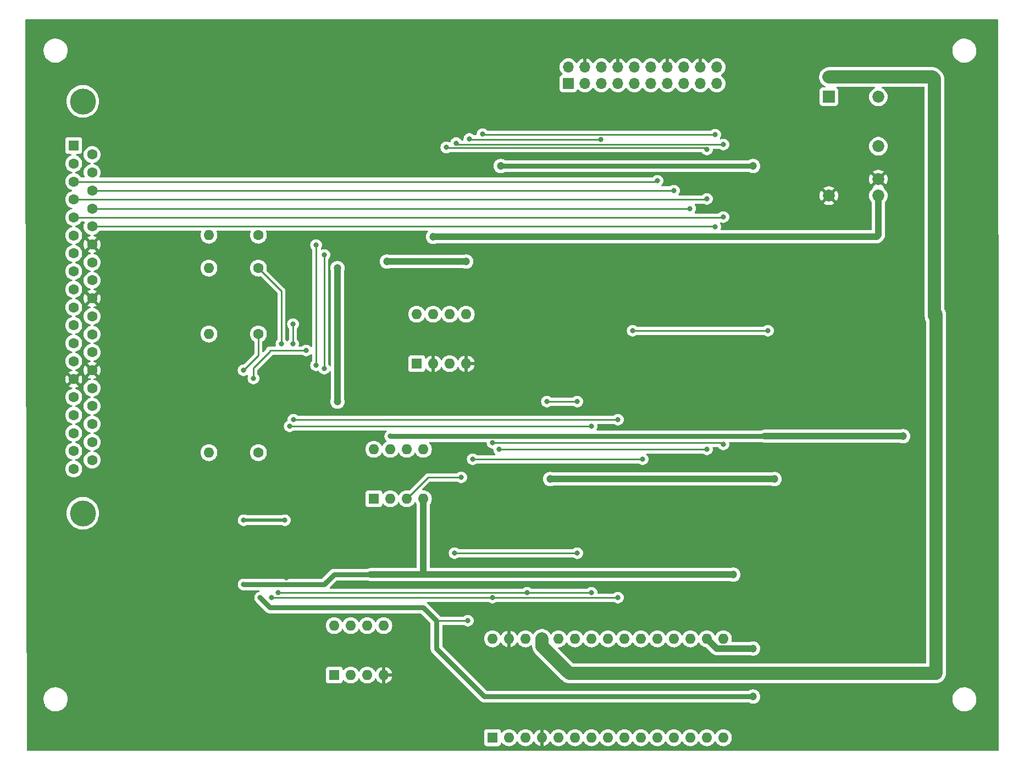
<source format=gbr>
%TF.GenerationSoftware,KiCad,Pcbnew,7.0.5*%
%TF.CreationDate,2024-02-20T16:17:49+00:00*%
%TF.ProjectId,EGSE,45475345-2e6b-4696-9361-645f70636258,rev?*%
%TF.SameCoordinates,Original*%
%TF.FileFunction,Copper,L2,Bot*%
%TF.FilePolarity,Positive*%
%FSLAX46Y46*%
G04 Gerber Fmt 4.6, Leading zero omitted, Abs format (unit mm)*
G04 Created by KiCad (PCBNEW 7.0.5) date 2024-02-20 16:17:49*
%MOMM*%
%LPD*%
G01*
G04 APERTURE LIST*
%TA.AperFunction,ComponentPad*%
%ADD10R,1.700000X1.700000*%
%TD*%
%TA.AperFunction,ComponentPad*%
%ADD11O,1.700000X1.700000*%
%TD*%
%TA.AperFunction,ComponentPad*%
%ADD12O,1.600000X1.600000*%
%TD*%
%TA.AperFunction,ComponentPad*%
%ADD13R,1.600000X1.600000*%
%TD*%
%TA.AperFunction,ComponentPad*%
%ADD14C,4.000000*%
%TD*%
%TA.AperFunction,ComponentPad*%
%ADD15C,1.600000*%
%TD*%
%TA.AperFunction,ComponentPad*%
%ADD16R,1.850000X1.850000*%
%TD*%
%TA.AperFunction,ComponentPad*%
%ADD17C,1.850000*%
%TD*%
%TA.AperFunction,ViaPad*%
%ADD18C,1.200000*%
%TD*%
%TA.AperFunction,ViaPad*%
%ADD19C,0.800000*%
%TD*%
%TA.AperFunction,Conductor*%
%ADD20C,2.000000*%
%TD*%
%TA.AperFunction,Conductor*%
%ADD21C,1.000000*%
%TD*%
%TA.AperFunction,Conductor*%
%ADD22C,0.250000*%
%TD*%
%TA.AperFunction,Conductor*%
%ADD23C,0.800000*%
%TD*%
%TA.AperFunction,Conductor*%
%ADD24C,0.500000*%
%TD*%
G04 APERTURE END LIST*
D10*
%TO.P,J3,1,Pin_1*%
%TO.N,/EN_3V3*%
X103124000Y-45466000D03*
D11*
%TO.P,J3,2,Pin_2*%
%TO.N,/EN_12V*%
X103124000Y-42926000D03*
%TO.P,J3,3,Pin_3*%
%TO.N,/TRIG*%
X105664000Y-45466000D03*
%TO.P,J3,4,Pin_4*%
%TO.N,GND*%
X105664000Y-42926000D03*
%TO.P,J3,5,Pin_5*%
%TO.N,/SCL*%
X108204000Y-45466000D03*
%TO.P,J3,6,Pin_6*%
%TO.N,/RTD_MON_CS*%
X108204000Y-42926000D03*
%TO.P,J3,7,Pin_7*%
%TO.N,/SDA*%
X110744000Y-45466000D03*
%TO.P,J3,8,Pin_8*%
%TO.N,GND*%
X110744000Y-42926000D03*
%TO.P,J3,9,Pin_9*%
%TO.N,/HTR_EN*%
X113284000Y-45466000D03*
%TO.P,J3,10,Pin_10*%
%TO.N,/HTR_DAC_CS*%
X113284000Y-42926000D03*
%TO.P,J3,11,Pin_11*%
%TO.N,/SWIR_DAC_CS*%
X115824000Y-45466000D03*
%TO.P,J3,12,Pin_12*%
%TO.N,unconnected-(J3-Pin_12-Pad12)*%
X115824000Y-42926000D03*
%TO.P,J3,13,Pin_13*%
%TO.N,/MWIR_DAC_CS*%
X118364000Y-45466000D03*
%TO.P,J3,14,Pin_14*%
%TO.N,GND*%
X118364000Y-42926000D03*
%TO.P,J3,15,Pin_15*%
%TO.N,/DETEC_ADC_CS*%
X120904000Y-45466000D03*
%TO.P,J3,16,Pin_16*%
%TO.N,unconnected-(J3-Pin_16-Pad16)*%
X120904000Y-42926000D03*
%TO.P,J3,17,Pin_17*%
%TO.N,/DETEC_MOSI*%
X123444000Y-45466000D03*
%TO.P,J3,18,Pin_18*%
%TO.N,GND*%
X123444000Y-42926000D03*
%TO.P,J3,19,Pin_19*%
%TO.N,/DETEC_MISO*%
X125984000Y-45466000D03*
%TO.P,J3,20,Pin_20*%
%TO.N,/DETEC_SCK*%
X125984000Y-42926000D03*
%TD*%
D12*
%TO.P,A1,30,VIN*%
%TO.N,unconnected-(A1-VIN-Pad30)*%
X91440000Y-131064000D03*
%TO.P,A1,29,GND*%
%TO.N,GND*%
X93980000Y-131064000D03*
%TO.P,A1,28,~{RESET}*%
%TO.N,unconnected-(A1-~{RESET}-Pad28)*%
X96520000Y-131064000D03*
%TO.P,A1,27,+5V*%
%TO.N,+5V*%
X99060000Y-131064000D03*
%TO.P,A1,26,A7*%
%TO.N,/EN_3V3*%
X101600000Y-131064000D03*
%TO.P,A1,25,A6*%
%TO.N,/EN_12V*%
X104140000Y-131064000D03*
%TO.P,A1,24,A5*%
%TO.N,/SCL*%
X106680000Y-131064000D03*
%TO.P,A1,23,A4*%
%TO.N,/SDA*%
X109220000Y-131064000D03*
%TO.P,A1,22,A3*%
%TO.N,unconnected-(A1-A3-Pad22)*%
X111760000Y-131064000D03*
%TO.P,A1,21,A2*%
%TO.N,unconnected-(A1-A2-Pad21)*%
X114300000Y-131064000D03*
%TO.P,A1,20,A1*%
%TO.N,unconnected-(A1-A1-Pad20)*%
X116840000Y-131064000D03*
%TO.P,A1,19,A0*%
%TO.N,unconnected-(A1-A0-Pad19)*%
X119380000Y-131064000D03*
%TO.P,A1,18,AREF*%
%TO.N,unconnected-(A1-AREF-Pad18)*%
X121920000Y-131064000D03*
%TO.P,A1,17,3V3*%
%TO.N,+3.3V*%
X124460000Y-131064000D03*
%TO.P,A1,16,D13*%
%TO.N,Net-(A1-D13)*%
X127000000Y-131064000D03*
%TO.P,A1,15,D12*%
%TO.N,/DETEC_MISO*%
X127000000Y-146304000D03*
%TO.P,A1,14,D11*%
%TO.N,Net-(A1-D11)*%
X124460000Y-146304000D03*
%TO.P,A1,13,D10*%
%TO.N,Net-(A1-D10)*%
X121920000Y-146304000D03*
%TO.P,A1,12,D9*%
%TO.N,Net-(A1-D9)*%
X119380000Y-146304000D03*
%TO.P,A1,11,D8*%
%TO.N,Net-(A1-D8)*%
X116840000Y-146304000D03*
%TO.P,A1,10,D7*%
%TO.N,/HTR_DAC_CS*%
X114300000Y-146304000D03*
%TO.P,A1,9,D6*%
%TO.N,/HTR_EN*%
X111760000Y-146304000D03*
%TO.P,A1,8,D5*%
%TO.N,/RTD_MON_CS*%
X109220000Y-146304000D03*
%TO.P,A1,7,D4*%
%TO.N,/TRIG*%
X106680000Y-146304000D03*
%TO.P,A1,6,D3*%
%TO.N,unconnected-(A1-D3-Pad6)*%
X104140000Y-146304000D03*
%TO.P,A1,5,D2*%
%TO.N,unconnected-(A1-D2-Pad5)*%
X101600000Y-146304000D03*
%TO.P,A1,4,GND*%
%TO.N,GND*%
X99060000Y-146304000D03*
%TO.P,A1,3,~{RESET}*%
%TO.N,unconnected-(A1-~{RESET}-Pad3)*%
X96520000Y-146304000D03*
%TO.P,A1,2,D0/RX*%
%TO.N,unconnected-(A1-D0{slash}RX-Pad2)*%
X93980000Y-146304000D03*
D13*
%TO.P,A1,1,D1/TX*%
%TO.N,unconnected-(A1-D1{slash}TX-Pad1)*%
X91440000Y-146304000D03*
%TD*%
D14*
%TO.P,J1,0*%
%TO.N,N/C*%
X28344000Y-111707000D03*
X28344000Y-48207000D03*
D13*
%TO.P,J1,1,1*%
%TO.N,/DETEC_TRP*%
X26924000Y-55027000D03*
D15*
%TO.P,J1,2,2*%
%TO.N,unconnected-(J1-Pad2)*%
X26924000Y-57797000D03*
%TO.P,J1,3,3*%
%TO.N,/SWIR_DAC_CS*%
X26924000Y-60567000D03*
%TO.P,J1,4,4*%
%TO.N,/DETEC_MOSI*%
X26924000Y-63337000D03*
%TO.P,J1,5,5*%
%TO.N,/DETEC_SCK*%
X26924000Y-66107000D03*
%TO.P,J1,6,6*%
%TO.N,/DETEC_+3v3*%
X26924000Y-68877000D03*
%TO.P,J1,7,7*%
%TO.N,unconnected-(J1-Pad7)*%
X26924000Y-71647000D03*
%TO.P,J1,8,8*%
%TO.N,/DETEC_HTR*%
X26924000Y-74417000D03*
%TO.P,J1,9,9*%
%TO.N,unconnected-(J1-Pad9)*%
X26924000Y-77187000D03*
%TO.P,J1,10,10*%
%TO.N,unconnected-(J1-Pad10)*%
X26924000Y-79957000D03*
%TO.P,J1,11,11*%
%TO.N,unconnected-(J1-Pad11)*%
X26924000Y-82727000D03*
%TO.P,J1,12,12*%
%TO.N,/DETEC_+12VA*%
X26924000Y-85497000D03*
%TO.P,J1,13,13*%
%TO.N,unconnected-(J1-Pad13)*%
X26924000Y-88267000D03*
%TO.P,J1,14,14*%
%TO.N,GND*%
X26924000Y-91037000D03*
%TO.P,J1,15,15*%
%TO.N,unconnected-(J1-Pad15)*%
X26924000Y-93807000D03*
%TO.P,J1,16,16*%
%TO.N,/DETEC_-12VA*%
X26924000Y-96577000D03*
%TO.P,J1,17,17*%
%TO.N,unconnected-(J1-Pad17)*%
X26924000Y-99347000D03*
%TO.P,J1,18,18*%
%TO.N,unconnected-(J1-Pad18)*%
X26924000Y-102117000D03*
%TO.P,J1,19,19*%
%TO.N,unconnected-(J1-Pad19)*%
X26924000Y-104887000D03*
%TO.P,J1,20,20*%
%TO.N,/DETEC_TRP_RTN*%
X29764000Y-56412000D03*
%TO.P,J1,21,21*%
%TO.N,unconnected-(J1-Pad21)*%
X29764000Y-59182000D03*
%TO.P,J1,22,22*%
%TO.N,/MWIR_DAC_CS*%
X29764000Y-61952000D03*
%TO.P,J1,23,23*%
%TO.N,/DETEC_ADC_CS*%
X29764000Y-64722000D03*
%TO.P,J1,24,24*%
%TO.N,/DETEC_MISO*%
X29764000Y-67492000D03*
%TO.P,J1,25,25*%
%TO.N,GND*%
X29764000Y-70262000D03*
%TO.P,J1,26,26*%
%TO.N,unconnected-(J1-Pad26)*%
X29764000Y-73032000D03*
%TO.P,J1,27,27*%
%TO.N,unconnected-(J1-Pad27)*%
X29764000Y-75802000D03*
%TO.P,J1,28,28*%
%TO.N,GND*%
X29764000Y-78572000D03*
%TO.P,J1,29,29*%
%TO.N,unconnected-(J1-Pad29)*%
X29764000Y-81342000D03*
%TO.P,J1,30,30*%
%TO.N,/DETEC_+12VA*%
X29764000Y-84112000D03*
%TO.P,J1,31,31*%
%TO.N,unconnected-(J1-Pad31)*%
X29764000Y-86882000D03*
%TO.P,J1,32,32*%
%TO.N,GND*%
X29764000Y-89652000D03*
%TO.P,J1,33,33*%
%TO.N,unconnected-(J1-Pad33)*%
X29764000Y-92422000D03*
%TO.P,J1,34,34*%
%TO.N,/DETEC_-12VA*%
X29764000Y-95192000D03*
%TO.P,J1,35,35*%
%TO.N,unconnected-(J1-Pad35)*%
X29764000Y-97962000D03*
%TO.P,J1,36,36*%
%TO.N,unconnected-(J1-Pad36)*%
X29764000Y-100732000D03*
%TO.P,J1,37,37*%
%TO.N,unconnected-(J1-Pad37)*%
X29764000Y-103502000D03*
%TD*%
D12*
%TO.P,U2,8,S1*%
%TO.N,unconnected-(U2-S1-Pad8)*%
X67066000Y-129022000D03*
%TO.P,U2,7,S1'*%
%TO.N,unconnected-(U2-S1'-Pad7)*%
X69606000Y-129022000D03*
%TO.P,U2,6,S2*%
%TO.N,/-12V_UNSWITCHED*%
X72146000Y-129022000D03*
%TO.P,U2,5,S2'*%
%TO.N,Net-(U2-S2')*%
X74686000Y-129022000D03*
%TO.P,U2,4,4*%
%TO.N,GND*%
X74686000Y-136642000D03*
%TO.P,U2,3,3*%
%TO.N,Net-(R3-Pad2)*%
X72146000Y-136642000D03*
%TO.P,U2,2,2*%
%TO.N,unconnected-(U2-Pad2)*%
X69606000Y-136642000D03*
D13*
%TO.P,U2,1,1*%
%TO.N,unconnected-(U2-Pad1)*%
X67066000Y-136642000D03*
%TD*%
%TO.P,U1,1,1*%
%TO.N,Net-(R1-Pad2)*%
X79766000Y-88636000D03*
D12*
%TO.P,U1,2,2*%
%TO.N,GND*%
X82306000Y-88636000D03*
%TO.P,U1,3,3*%
%TO.N,Net-(R4-Pad2)*%
X84846000Y-88636000D03*
%TO.P,U1,4,4*%
%TO.N,GND*%
X87386000Y-88636000D03*
%TO.P,U1,5,S2'*%
%TO.N,Net-(U1-S2')*%
X87386000Y-81016000D03*
%TO.P,U1,6,S2*%
%TO.N,+3.3V*%
X84846000Y-81016000D03*
%TO.P,U1,7,S1'*%
%TO.N,/PowerSupplies/+12V_Unswitched*%
X82306000Y-81016000D03*
%TO.P,U1,8,S1*%
%TO.N,Net-(U1-S1)*%
X79766000Y-81016000D03*
%TD*%
D15*
%TO.P,R19,1*%
%TO.N,/BoardHeater/+12V_HTR*%
X55372000Y-73914000D03*
D12*
%TO.P,R19,2*%
%TO.N,/DETEC_HTR*%
X47752000Y-73914000D03*
%TD*%
%TO.P,R2,2*%
%TO.N,/DETEC_-12VA*%
X47752000Y-102362000D03*
D15*
%TO.P,R2,1*%
%TO.N,Net-(U2-S2')*%
X55372000Y-102362000D03*
%TD*%
D16*
%TO.P,PS1,1,+Vin*%
%TO.N,+5V*%
X143256000Y-47498000D03*
D17*
%TO.P,PS1,2,-Vin*%
%TO.N,GND*%
X143256000Y-62738000D03*
%TO.P,PS1,3,NC*%
%TO.N,unconnected-(PS1-NC-Pad3)*%
X150876000Y-47498000D03*
%TO.P,PS1,4,-Vout*%
%TO.N,/-12V_UNSWITCHED*%
X150876000Y-55118000D03*
%TO.P,PS1,5,0V*%
%TO.N,GND*%
X150876000Y-60198000D03*
%TO.P,PS1,6,+Vout*%
%TO.N,/PowerSupplies/+12V_Unswitched*%
X150876000Y-62738000D03*
%TD*%
D13*
%TO.P,U8,1,NC*%
%TO.N,unconnected-(U8-NC-Pad1)*%
X73162000Y-109464000D03*
D12*
%TO.P,U8,2,-*%
%TO.N,Net-(U8--)*%
X75702000Y-109464000D03*
%TO.P,U8,3,+*%
%TO.N,Net-(U11A-Va)*%
X78242000Y-109464000D03*
%TO.P,U8,4,V-*%
%TO.N,/-12V_UNSWITCHED*%
X80782000Y-109464000D03*
%TO.P,U8,5,NC*%
%TO.N,unconnected-(U8-NC-Pad5)*%
X80782000Y-101844000D03*
%TO.P,U8,6*%
%TO.N,/BoardHeater/+12V_HTR*%
X78242000Y-101844000D03*
%TO.P,U8,7,V+*%
%TO.N,/BoardHeater/+15V*%
X75702000Y-101844000D03*
%TO.P,U8,8,Flag*%
%TO.N,unconnected-(U8-Flag-Pad8)*%
X73162000Y-101844000D03*
%TD*%
D15*
%TO.P,R5,1*%
%TO.N,Net-(U1-S1)*%
X55372000Y-84074000D03*
D12*
%TO.P,R5,2*%
%TO.N,/DETEC_+12VA*%
X47752000Y-84074000D03*
%TD*%
D15*
%TO.P,R6,1*%
%TO.N,Net-(U1-S2')*%
X55372000Y-68834000D03*
D12*
%TO.P,R6,2*%
%TO.N,/DETEC_+3v3*%
X47752000Y-68834000D03*
%TD*%
D18*
%TO.N,/PowerSupplies/+12V_Unswitched*%
X82296000Y-69088000D03*
%TO.N,Net-(U11B-+V_A)*%
X134874000Y-106426000D03*
X100330000Y-106426000D03*
%TO.N,+3.3V*%
X131572000Y-139954000D03*
%TO.N,+5V*%
X159766000Y-81026000D03*
X143256000Y-44450000D03*
%TO.N,/BoardHeater/+12V_HTR*%
X67564000Y-73914000D03*
X67564000Y-94488000D03*
%TO.N,Net-(U1-S2')*%
X75184000Y-72898000D03*
X87376000Y-72898000D03*
D19*
%TO.N,/EN_12V*%
X104489000Y-94488000D03*
X99822000Y-94488000D03*
D18*
%TO.N,GND*%
X144984000Y-115774000D03*
D19*
%TO.N,/EN_12V*%
X104489000Y-117856000D03*
X85598000Y-117856000D03*
%TO.N,/HTR_DAC_CS*%
X114554000Y-103378000D03*
%TO.N,/DETEC_MISO*%
X125730000Y-67564000D03*
D18*
%TO.N,+3.3V*%
X131572000Y-58166000D03*
X92710000Y-58166000D03*
X131572000Y-132564000D03*
D19*
X87630000Y-128270000D03*
%TO.N,/SDA*%
X91440000Y-124714000D03*
%TO.N,/SCL*%
X96774000Y-123952000D03*
%TO.N,/SDA*%
X110744000Y-97282000D03*
%TO.N,/SCL*%
X106680000Y-98298000D03*
%TO.N,/HTR_EN*%
X113030000Y-83566000D03*
X133858000Y-83566000D03*
%TO.N,/DETEC_SCK*%
X127000000Y-101092000D03*
X91440000Y-100838000D03*
%TO.N,/DETEC_MOSI*%
X124460000Y-101854000D03*
X92456000Y-101854000D03*
D18*
%TO.N,+5V*%
X159766000Y-112726000D03*
D19*
%TO.N,/DETEC_SCK*%
X127000000Y-66040000D03*
%TO.N,/DETEC_ADC_CS*%
X121872000Y-64722000D03*
%TO.N,/DETEC_MOSI*%
X124460000Y-63246000D03*
%TO.N,/MWIR_DAC_CS*%
X119380000Y-61976000D03*
%TO.N,/SWIR_DAC_CS*%
X116840000Y-60452000D03*
%TO.N,/SDA*%
X110744000Y-124714000D03*
%TO.N,/SCL*%
X106680000Y-123952000D03*
D18*
%TO.N,/-12V_UNSWITCHED*%
X128524000Y-121158000D03*
%TO.N,/BoardHeater/+15V*%
X154686000Y-99822000D03*
D19*
%TO.N,/DETEC_MOSI*%
X124460000Y-55626000D03*
X84328000Y-55304500D03*
%TO.N,/DETEC_SCK*%
X127000000Y-54864000D03*
X85852000Y-54654500D03*
%TO.N,/RTD_MON_CS*%
X108095000Y-54102000D03*
X87884000Y-54004500D03*
%TO.N,/DETEC_MISO*%
X125730000Y-53340000D03*
X89916000Y-53280000D03*
%TO.N,GND*%
X55880000Y-92964000D03*
X59704000Y-121666000D03*
X57725802Y-56541000D03*
X156718000Y-91694000D03*
X53661802Y-50699000D03*
X59182000Y-93726000D03*
X64583802Y-52223000D03*
D18*
X137414000Y-77470000D03*
D19*
X59196000Y-136906000D03*
X44704000Y-70866000D03*
X75692000Y-116586000D03*
X57150000Y-90424000D03*
X58180000Y-103886000D03*
X91440000Y-107696000D03*
%TO.N,+3.3V*%
X62738000Y-86614000D03*
X54610000Y-90932000D03*
X55640000Y-124714000D03*
%TO.N,/DETEC_HTR*%
X60706000Y-82550000D03*
X60706000Y-85598000D03*
%TO.N,/DETEC_+3v3*%
X65532000Y-89408000D03*
X65532000Y-71882000D03*
%TO.N,/-12V_UNSWITCHED*%
X65786000Y-122428000D03*
X53100000Y-122682000D03*
X59450000Y-112776000D03*
X53100000Y-112776000D03*
%TO.N,Net-(U1-S1)*%
X53086000Y-89662000D03*
%TO.N,/SDA*%
X57418000Y-124714000D03*
X60767000Y-97282000D03*
%TO.N,/SCL*%
X60198000Y-98298000D03*
X58434000Y-123952000D03*
%TO.N,/BoardHeater/+12V_HTR*%
X58928000Y-85598000D03*
%TO.N,Net-(U11A-Va)*%
X86614000Y-106172000D03*
%TO.N,/HTR_DAC_CS*%
X88392000Y-103378000D03*
%TO.N,Net-(U1-S2')*%
X64262000Y-88900000D03*
X64262000Y-70358000D03*
%TO.N,/BoardHeater/+15V*%
X75692000Y-99822000D03*
%TD*%
D20*
%TO.N,+5V*%
X99060000Y-132195370D02*
X99060000Y-131064000D01*
X159766000Y-136398000D02*
X103262630Y-136398000D01*
X103262630Y-136398000D02*
X99060000Y-132195370D01*
X159766000Y-81026000D02*
X159766000Y-136398000D01*
X159512000Y-44704000D02*
X159258000Y-44450000D01*
X159258000Y-44450000D02*
X143256000Y-44450000D01*
X159512000Y-81280000D02*
X159512000Y-44704000D01*
D21*
%TO.N,/BoardHeater/+15V*%
X133350000Y-99822000D02*
X154686000Y-99822000D01*
D22*
%TO.N,/DETEC_MISO*%
X89976000Y-53340000D02*
X125730000Y-53340000D01*
X89916000Y-53280000D02*
X89976000Y-53340000D01*
%TO.N,/RTD_MON_CS*%
X108058000Y-54065000D02*
X108095000Y-54102000D01*
X87884000Y-54004500D02*
X87944500Y-54065000D01*
X87944500Y-54065000D02*
X108058000Y-54065000D01*
%TO.N,/DETEC_SCK*%
X86061500Y-54864000D02*
X127000000Y-54864000D01*
X85852000Y-54654500D02*
X86061500Y-54864000D01*
%TO.N,/DETEC_MOSI*%
X84328000Y-55304500D02*
X84403000Y-55379500D01*
X84403000Y-55379500D02*
X124213500Y-55379500D01*
X124213500Y-55379500D02*
X124460000Y-55626000D01*
D21*
%TO.N,+3.3V*%
X125960000Y-132564000D02*
X131572000Y-132564000D01*
D23*
X131572000Y-139954000D02*
X90170000Y-139954000D01*
D21*
%TO.N,Net-(U1-S2')*%
X87376000Y-72898000D02*
X75184000Y-72898000D01*
D22*
%TO.N,/EN_12V*%
X99822000Y-94488000D02*
X104489000Y-94488000D01*
D23*
%TO.N,+3.3V*%
X57164000Y-126238000D02*
X55640000Y-124714000D01*
X80772000Y-126238000D02*
X57164000Y-126238000D01*
X82804000Y-128270000D02*
X80772000Y-126238000D01*
D22*
%TO.N,/EN_12V*%
X85598000Y-117856000D02*
X104489000Y-117856000D01*
%TO.N,/HTR_DAC_CS*%
X88392000Y-103378000D02*
X114554000Y-103378000D01*
%TO.N,/DETEC_MISO*%
X125658000Y-67492000D02*
X125730000Y-67564000D01*
X29764000Y-67492000D02*
X125658000Y-67492000D01*
D23*
%TO.N,+3.3V*%
X131572000Y-58166000D02*
X92710000Y-58166000D01*
D21*
X124460000Y-131064000D02*
X125960000Y-132564000D01*
D23*
X90170000Y-139954000D02*
X82804000Y-132588000D01*
X82804000Y-132588000D02*
X82804000Y-128270000D01*
D22*
X87630000Y-128270000D02*
X82804000Y-128270000D01*
%TO.N,/SDA*%
X91440000Y-124714000D02*
X110744000Y-124714000D01*
X57418000Y-124714000D02*
X91440000Y-124714000D01*
%TO.N,/SCL*%
X96774000Y-123952000D02*
X106680000Y-123952000D01*
X58434000Y-123952000D02*
X96774000Y-123952000D01*
%TO.N,/SDA*%
X60767000Y-97282000D02*
X110744000Y-97282000D01*
%TO.N,/SCL*%
X60198000Y-98298000D02*
X106680000Y-98298000D01*
%TO.N,/HTR_EN*%
X133858000Y-83566000D02*
X113030000Y-83566000D01*
D21*
%TO.N,/PowerSupplies/+12V_Unswitched*%
X82296000Y-69088000D02*
X136906000Y-69088000D01*
D22*
%TO.N,/DETEC_SCK*%
X126746000Y-100838000D02*
X127000000Y-101092000D01*
X91440000Y-100838000D02*
X126746000Y-100838000D01*
%TO.N,/DETEC_MOSI*%
X92456000Y-101854000D02*
X124460000Y-101854000D01*
D21*
%TO.N,Net-(U11B-+V_A)*%
X134874000Y-106426000D02*
X100330000Y-106426000D01*
D22*
%TO.N,/DETEC_SCK*%
X126933000Y-66107000D02*
X127000000Y-66040000D01*
X26924000Y-66107000D02*
X126933000Y-66107000D01*
%TO.N,/DETEC_ADC_CS*%
X29764000Y-64722000D02*
X121872000Y-64722000D01*
%TO.N,/DETEC_MOSI*%
X124369000Y-63337000D02*
X124460000Y-63246000D01*
X26924000Y-63337000D02*
X124369000Y-63337000D01*
%TO.N,/MWIR_DAC_CS*%
X119356000Y-61952000D02*
X119380000Y-61976000D01*
X29764000Y-61952000D02*
X119356000Y-61952000D01*
%TO.N,/SWIR_DAC_CS*%
X116725000Y-60567000D02*
X116840000Y-60452000D01*
X26924000Y-60567000D02*
X116725000Y-60567000D01*
D23*
%TO.N,/BoardHeater/+15V*%
X95758000Y-99822000D02*
X133096000Y-99822000D01*
D21*
%TO.N,/-12V_UNSWITCHED*%
X72644000Y-121158000D02*
X128524000Y-121158000D01*
D22*
%TO.N,+3.3V*%
X57150000Y-86614000D02*
X62738000Y-86614000D01*
X57150000Y-86786000D02*
X57150000Y-86614000D01*
X54610000Y-90932000D02*
X54610000Y-89326000D01*
X54610000Y-89326000D02*
X57150000Y-86786000D01*
D21*
%TO.N,/-12V_UNSWITCHED*%
X80782000Y-121148000D02*
X80782000Y-109464000D01*
X80772000Y-121158000D02*
X80782000Y-121148000D01*
D23*
X67056000Y-121158000D02*
X65532000Y-122682000D01*
X72644000Y-121158000D02*
X67056000Y-121158000D01*
X65532000Y-122682000D02*
X53100000Y-122682000D01*
D21*
%TO.N,/PowerSupplies/+12V_Unswitched*%
X150876000Y-68834000D02*
X150876000Y-62738000D01*
X136906000Y-69088000D02*
X150622000Y-69088000D01*
X150622000Y-69088000D02*
X150876000Y-68834000D01*
D23*
%TO.N,/BoardHeater/+15V*%
X95758000Y-99822000D02*
X75692000Y-99822000D01*
D22*
%TO.N,Net-(U11A-Va)*%
X81534000Y-106172000D02*
X86614000Y-106172000D01*
%TO.N,/DETEC_HTR*%
X60706000Y-85598000D02*
X60706000Y-82550000D01*
%TO.N,/DETEC_+3v3*%
X65532000Y-89408000D02*
X65532000Y-71882000D01*
D24*
%TO.N,/-12V_UNSWITCHED*%
X59450000Y-112776000D02*
X53100000Y-112776000D01*
D22*
%TO.N,Net-(U1-S1)*%
X55372000Y-87376000D02*
X55372000Y-84074000D01*
X53086000Y-89662000D02*
X55372000Y-87376000D01*
D21*
%TO.N,/BoardHeater/+12V_HTR*%
X67564000Y-73914000D02*
X67564000Y-94488000D01*
D22*
X58928000Y-85598000D02*
X58928000Y-77470000D01*
X58928000Y-77470000D02*
X55372000Y-73914000D01*
%TO.N,Net-(U11A-Va)*%
X81534000Y-106172000D02*
X78242000Y-109464000D01*
%TO.N,Net-(U1-S2')*%
X64262000Y-88900000D02*
X64262000Y-70358000D01*
%TD*%
%TA.AperFunction,Conductor*%
%TO.N,GND*%
G36*
X169257818Y-35579685D02*
G01*
X169303573Y-35632489D01*
X169314778Y-35683719D01*
X169360458Y-55965502D01*
X169417500Y-81292139D01*
X169417500Y-148212000D01*
X169397815Y-148279039D01*
X169345011Y-148324794D01*
X169293500Y-148336000D01*
X19832221Y-148336000D01*
X19765182Y-148316315D01*
X19719427Y-148263511D01*
X19708221Y-148212279D01*
X19708220Y-148212000D01*
X19705832Y-147151870D01*
X90139500Y-147151870D01*
X90139501Y-147151876D01*
X90145908Y-147211483D01*
X90196202Y-147346328D01*
X90196206Y-147346335D01*
X90282452Y-147461544D01*
X90282455Y-147461547D01*
X90397664Y-147547793D01*
X90397671Y-147547797D01*
X90532517Y-147598091D01*
X90532516Y-147598091D01*
X90539444Y-147598835D01*
X90592127Y-147604500D01*
X92287872Y-147604499D01*
X92347483Y-147598091D01*
X92482331Y-147547796D01*
X92597546Y-147461546D01*
X92683796Y-147346331D01*
X92734091Y-147211483D01*
X92737862Y-147176401D01*
X92764599Y-147111855D01*
X92821990Y-147072006D01*
X92891816Y-147069511D01*
X92951905Y-147105163D01*
X92962726Y-147118536D01*
X92979956Y-147143143D01*
X93140858Y-147304045D01*
X93140861Y-147304047D01*
X93327266Y-147434568D01*
X93533504Y-147530739D01*
X93753308Y-147589635D01*
X93915230Y-147603801D01*
X93979998Y-147609468D01*
X93980000Y-147609468D01*
X93980002Y-147609468D01*
X94036807Y-147604498D01*
X94206692Y-147589635D01*
X94426496Y-147530739D01*
X94632734Y-147434568D01*
X94819139Y-147304047D01*
X94980047Y-147143139D01*
X95110568Y-146956734D01*
X95137618Y-146898724D01*
X95183790Y-146846285D01*
X95250983Y-146827133D01*
X95317865Y-146847348D01*
X95362382Y-146898725D01*
X95389429Y-146956728D01*
X95389432Y-146956734D01*
X95519954Y-147143141D01*
X95680858Y-147304045D01*
X95680861Y-147304047D01*
X95867266Y-147434568D01*
X96073504Y-147530739D01*
X96293308Y-147589635D01*
X96455230Y-147603801D01*
X96519998Y-147609468D01*
X96520000Y-147609468D01*
X96520002Y-147609468D01*
X96576807Y-147604498D01*
X96746692Y-147589635D01*
X96966496Y-147530739D01*
X97172734Y-147434568D01*
X97359139Y-147304047D01*
X97520047Y-147143139D01*
X97650568Y-146956734D01*
X97677895Y-146898129D01*
X97724064Y-146845695D01*
X97791257Y-146826542D01*
X97858139Y-146846757D01*
X97902657Y-146898133D01*
X97929865Y-146956482D01*
X98060342Y-147142820D01*
X98221179Y-147303657D01*
X98407517Y-147434134D01*
X98613673Y-147530265D01*
X98613682Y-147530269D01*
X98809999Y-147582872D01*
X98809999Y-147582871D01*
X98809999Y-146739501D01*
X98917685Y-146788680D01*
X99024237Y-146804000D01*
X99095763Y-146804000D01*
X99202315Y-146788680D01*
X99309999Y-146739501D01*
X99309999Y-147582871D01*
X99310000Y-147582872D01*
X99506317Y-147530269D01*
X99506326Y-147530265D01*
X99712482Y-147434134D01*
X99898820Y-147303657D01*
X100059657Y-147142820D01*
X100190132Y-146956484D01*
X100217341Y-146898134D01*
X100263513Y-146845695D01*
X100330707Y-146826542D01*
X100397588Y-146846757D01*
X100442105Y-146898132D01*
X100464088Y-146945275D01*
X100469431Y-146956732D01*
X100469432Y-146956734D01*
X100599954Y-147143141D01*
X100760858Y-147304045D01*
X100760861Y-147304047D01*
X100947266Y-147434568D01*
X101153504Y-147530739D01*
X101373308Y-147589635D01*
X101535230Y-147603801D01*
X101599998Y-147609468D01*
X101600000Y-147609468D01*
X101600002Y-147609468D01*
X101656807Y-147604498D01*
X101826692Y-147589635D01*
X102046496Y-147530739D01*
X102252734Y-147434568D01*
X102439139Y-147304047D01*
X102600047Y-147143139D01*
X102730568Y-146956734D01*
X102757618Y-146898724D01*
X102803790Y-146846285D01*
X102870983Y-146827133D01*
X102937865Y-146847348D01*
X102982382Y-146898725D01*
X103009429Y-146956728D01*
X103009432Y-146956734D01*
X103139954Y-147143141D01*
X103300858Y-147304045D01*
X103300861Y-147304047D01*
X103487266Y-147434568D01*
X103693504Y-147530739D01*
X103913308Y-147589635D01*
X104075230Y-147603801D01*
X104139998Y-147609468D01*
X104140000Y-147609468D01*
X104140002Y-147609468D01*
X104196807Y-147604498D01*
X104366692Y-147589635D01*
X104586496Y-147530739D01*
X104792734Y-147434568D01*
X104979139Y-147304047D01*
X105140047Y-147143139D01*
X105270568Y-146956734D01*
X105297618Y-146898724D01*
X105343790Y-146846285D01*
X105410983Y-146827133D01*
X105477865Y-146847348D01*
X105522382Y-146898725D01*
X105549429Y-146956728D01*
X105549432Y-146956734D01*
X105679954Y-147143141D01*
X105840858Y-147304045D01*
X105840861Y-147304047D01*
X106027266Y-147434568D01*
X106233504Y-147530739D01*
X106453308Y-147589635D01*
X106615230Y-147603801D01*
X106679998Y-147609468D01*
X106680000Y-147609468D01*
X106680002Y-147609468D01*
X106736807Y-147604498D01*
X106906692Y-147589635D01*
X107126496Y-147530739D01*
X107332734Y-147434568D01*
X107519139Y-147304047D01*
X107680047Y-147143139D01*
X107810568Y-146956734D01*
X107837619Y-146898721D01*
X107883788Y-146846286D01*
X107950981Y-146827133D01*
X108017862Y-146847348D01*
X108062380Y-146898722D01*
X108089432Y-146956734D01*
X108145316Y-147036546D01*
X108219954Y-147143141D01*
X108380858Y-147304045D01*
X108380861Y-147304047D01*
X108567266Y-147434568D01*
X108773504Y-147530739D01*
X108993308Y-147589635D01*
X109155230Y-147603801D01*
X109219998Y-147609468D01*
X109220000Y-147609468D01*
X109220002Y-147609468D01*
X109276807Y-147604498D01*
X109446692Y-147589635D01*
X109666496Y-147530739D01*
X109872734Y-147434568D01*
X110059139Y-147304047D01*
X110220047Y-147143139D01*
X110350568Y-146956734D01*
X110377618Y-146898724D01*
X110423790Y-146846285D01*
X110490983Y-146827133D01*
X110557865Y-146847348D01*
X110602382Y-146898725D01*
X110629429Y-146956728D01*
X110629432Y-146956734D01*
X110759954Y-147143141D01*
X110920858Y-147304045D01*
X110920861Y-147304047D01*
X111107266Y-147434568D01*
X111313504Y-147530739D01*
X111533308Y-147589635D01*
X111695230Y-147603801D01*
X111759998Y-147609468D01*
X111760000Y-147609468D01*
X111760002Y-147609468D01*
X111816807Y-147604498D01*
X111986692Y-147589635D01*
X112206496Y-147530739D01*
X112412734Y-147434568D01*
X112599139Y-147304047D01*
X112760047Y-147143139D01*
X112890568Y-146956734D01*
X112917618Y-146898724D01*
X112963790Y-146846285D01*
X113030983Y-146827133D01*
X113097865Y-146847348D01*
X113142382Y-146898725D01*
X113169429Y-146956728D01*
X113169432Y-146956734D01*
X113299954Y-147143141D01*
X113460858Y-147304045D01*
X113460861Y-147304047D01*
X113647266Y-147434568D01*
X113853504Y-147530739D01*
X114073308Y-147589635D01*
X114235230Y-147603801D01*
X114299998Y-147609468D01*
X114300000Y-147609468D01*
X114300002Y-147609468D01*
X114356807Y-147604498D01*
X114526692Y-147589635D01*
X114746496Y-147530739D01*
X114952734Y-147434568D01*
X115139139Y-147304047D01*
X115300047Y-147143139D01*
X115430568Y-146956734D01*
X115457618Y-146898724D01*
X115503790Y-146846285D01*
X115570983Y-146827133D01*
X115637865Y-146847348D01*
X115682382Y-146898725D01*
X115709429Y-146956728D01*
X115709432Y-146956734D01*
X115839954Y-147143141D01*
X116000858Y-147304045D01*
X116000861Y-147304047D01*
X116187266Y-147434568D01*
X116393504Y-147530739D01*
X116613308Y-147589635D01*
X116775230Y-147603801D01*
X116839998Y-147609468D01*
X116840000Y-147609468D01*
X116840002Y-147609468D01*
X116896807Y-147604498D01*
X117066692Y-147589635D01*
X117286496Y-147530739D01*
X117492734Y-147434568D01*
X117679139Y-147304047D01*
X117840047Y-147143139D01*
X117970568Y-146956734D01*
X117997618Y-146898724D01*
X118043790Y-146846285D01*
X118110983Y-146827133D01*
X118177865Y-146847348D01*
X118222382Y-146898725D01*
X118249429Y-146956728D01*
X118249432Y-146956734D01*
X118379954Y-147143141D01*
X118540858Y-147304045D01*
X118540861Y-147304047D01*
X118727266Y-147434568D01*
X118933504Y-147530739D01*
X119153308Y-147589635D01*
X119315230Y-147603801D01*
X119379998Y-147609468D01*
X119380000Y-147609468D01*
X119380002Y-147609468D01*
X119436807Y-147604498D01*
X119606692Y-147589635D01*
X119826496Y-147530739D01*
X120032734Y-147434568D01*
X120219139Y-147304047D01*
X120380047Y-147143139D01*
X120510568Y-146956734D01*
X120537618Y-146898724D01*
X120583790Y-146846285D01*
X120650983Y-146827133D01*
X120717865Y-146847348D01*
X120762382Y-146898725D01*
X120789429Y-146956728D01*
X120789432Y-146956734D01*
X120919954Y-147143141D01*
X121080858Y-147304045D01*
X121080861Y-147304047D01*
X121267266Y-147434568D01*
X121473504Y-147530739D01*
X121693308Y-147589635D01*
X121855230Y-147603801D01*
X121919998Y-147609468D01*
X121920000Y-147609468D01*
X121920002Y-147609468D01*
X121976807Y-147604498D01*
X122146692Y-147589635D01*
X122366496Y-147530739D01*
X122572734Y-147434568D01*
X122759139Y-147304047D01*
X122920047Y-147143139D01*
X123050568Y-146956734D01*
X123077618Y-146898724D01*
X123123790Y-146846285D01*
X123190983Y-146827133D01*
X123257865Y-146847348D01*
X123302382Y-146898725D01*
X123329429Y-146956728D01*
X123329432Y-146956734D01*
X123459954Y-147143141D01*
X123620858Y-147304045D01*
X123620861Y-147304047D01*
X123807266Y-147434568D01*
X124013504Y-147530739D01*
X124233308Y-147589635D01*
X124395230Y-147603801D01*
X124459998Y-147609468D01*
X124460000Y-147609468D01*
X124460002Y-147609468D01*
X124516807Y-147604498D01*
X124686692Y-147589635D01*
X124906496Y-147530739D01*
X125112734Y-147434568D01*
X125299139Y-147304047D01*
X125460047Y-147143139D01*
X125590568Y-146956734D01*
X125617618Y-146898724D01*
X125663790Y-146846285D01*
X125730983Y-146827133D01*
X125797865Y-146847348D01*
X125842382Y-146898725D01*
X125869429Y-146956728D01*
X125869432Y-146956734D01*
X125999954Y-147143141D01*
X126160858Y-147304045D01*
X126160861Y-147304047D01*
X126347266Y-147434568D01*
X126553504Y-147530739D01*
X126773308Y-147589635D01*
X126935230Y-147603801D01*
X126999998Y-147609468D01*
X127000000Y-147609468D01*
X127000002Y-147609468D01*
X127056807Y-147604498D01*
X127226692Y-147589635D01*
X127446496Y-147530739D01*
X127652734Y-147434568D01*
X127839139Y-147304047D01*
X128000047Y-147143139D01*
X128130568Y-146956734D01*
X128226739Y-146750496D01*
X128285635Y-146530692D01*
X128305468Y-146304000D01*
X128285635Y-146077308D01*
X128226739Y-145857504D01*
X128130568Y-145651266D01*
X128000047Y-145464861D01*
X128000045Y-145464858D01*
X127839141Y-145303954D01*
X127652734Y-145173432D01*
X127652732Y-145173431D01*
X127446497Y-145077261D01*
X127446488Y-145077258D01*
X127226697Y-145018366D01*
X127226693Y-145018365D01*
X127226692Y-145018365D01*
X127226691Y-145018364D01*
X127226686Y-145018364D01*
X127000002Y-144998532D01*
X126999998Y-144998532D01*
X126773313Y-145018364D01*
X126773302Y-145018366D01*
X126553511Y-145077258D01*
X126553502Y-145077261D01*
X126347267Y-145173431D01*
X126347265Y-145173432D01*
X126160858Y-145303954D01*
X125999954Y-145464858D01*
X125869432Y-145651265D01*
X125869431Y-145651267D01*
X125842382Y-145709275D01*
X125796209Y-145761714D01*
X125729016Y-145780866D01*
X125662135Y-145760650D01*
X125617618Y-145709275D01*
X125590686Y-145651520D01*
X125590568Y-145651266D01*
X125460047Y-145464861D01*
X125460045Y-145464858D01*
X125299141Y-145303954D01*
X125112734Y-145173432D01*
X125112732Y-145173431D01*
X124906497Y-145077261D01*
X124906488Y-145077258D01*
X124686697Y-145018366D01*
X124686693Y-145018365D01*
X124686692Y-145018365D01*
X124686691Y-145018364D01*
X124686686Y-145018364D01*
X124460002Y-144998532D01*
X124459998Y-144998532D01*
X124233313Y-145018364D01*
X124233302Y-145018366D01*
X124013511Y-145077258D01*
X124013502Y-145077261D01*
X123807267Y-145173431D01*
X123807265Y-145173432D01*
X123620858Y-145303954D01*
X123459954Y-145464858D01*
X123329432Y-145651265D01*
X123329431Y-145651267D01*
X123302382Y-145709275D01*
X123256209Y-145761714D01*
X123189016Y-145780866D01*
X123122135Y-145760650D01*
X123077618Y-145709275D01*
X123050686Y-145651520D01*
X123050568Y-145651266D01*
X122920047Y-145464861D01*
X122920045Y-145464858D01*
X122759141Y-145303954D01*
X122572734Y-145173432D01*
X122572732Y-145173431D01*
X122366497Y-145077261D01*
X122366488Y-145077258D01*
X122146697Y-145018366D01*
X122146693Y-145018365D01*
X122146692Y-145018365D01*
X122146691Y-145018364D01*
X122146686Y-145018364D01*
X121920002Y-144998532D01*
X121919998Y-144998532D01*
X121693313Y-145018364D01*
X121693302Y-145018366D01*
X121473511Y-145077258D01*
X121473502Y-145077261D01*
X121267267Y-145173431D01*
X121267265Y-145173432D01*
X121080858Y-145303954D01*
X120919954Y-145464858D01*
X120789432Y-145651265D01*
X120789431Y-145651267D01*
X120762382Y-145709275D01*
X120716209Y-145761714D01*
X120649016Y-145780866D01*
X120582135Y-145760650D01*
X120537618Y-145709275D01*
X120510686Y-145651520D01*
X120510568Y-145651266D01*
X120380047Y-145464861D01*
X120380045Y-145464858D01*
X120219141Y-145303954D01*
X120032734Y-145173432D01*
X120032732Y-145173431D01*
X119826497Y-145077261D01*
X119826488Y-145077258D01*
X119606697Y-145018366D01*
X119606693Y-145018365D01*
X119606692Y-145018365D01*
X119606691Y-145018364D01*
X119606686Y-145018364D01*
X119380002Y-144998532D01*
X119379998Y-144998532D01*
X119153313Y-145018364D01*
X119153302Y-145018366D01*
X118933511Y-145077258D01*
X118933502Y-145077261D01*
X118727267Y-145173431D01*
X118727265Y-145173432D01*
X118540858Y-145303954D01*
X118379954Y-145464858D01*
X118249432Y-145651265D01*
X118249431Y-145651267D01*
X118222382Y-145709275D01*
X118176209Y-145761714D01*
X118109016Y-145780866D01*
X118042135Y-145760650D01*
X117997618Y-145709275D01*
X117970686Y-145651520D01*
X117970568Y-145651266D01*
X117840047Y-145464861D01*
X117840045Y-145464858D01*
X117679141Y-145303954D01*
X117492734Y-145173432D01*
X117492732Y-145173431D01*
X117286497Y-145077261D01*
X117286488Y-145077258D01*
X117066697Y-145018366D01*
X117066693Y-145018365D01*
X117066692Y-145018365D01*
X117066691Y-145018364D01*
X117066686Y-145018364D01*
X116840002Y-144998532D01*
X116839998Y-144998532D01*
X116613313Y-145018364D01*
X116613302Y-145018366D01*
X116393511Y-145077258D01*
X116393502Y-145077261D01*
X116187267Y-145173431D01*
X116187265Y-145173432D01*
X116000858Y-145303954D01*
X115839954Y-145464858D01*
X115709432Y-145651265D01*
X115709431Y-145651267D01*
X115682382Y-145709275D01*
X115636209Y-145761714D01*
X115569016Y-145780866D01*
X115502135Y-145760650D01*
X115457618Y-145709275D01*
X115430686Y-145651520D01*
X115430568Y-145651266D01*
X115300047Y-145464861D01*
X115300045Y-145464858D01*
X115139141Y-145303954D01*
X114952734Y-145173432D01*
X114952732Y-145173431D01*
X114746497Y-145077261D01*
X114746488Y-145077258D01*
X114526697Y-145018366D01*
X114526693Y-145018365D01*
X114526692Y-145018365D01*
X114526691Y-145018364D01*
X114526686Y-145018364D01*
X114300002Y-144998532D01*
X114299998Y-144998532D01*
X114073313Y-145018364D01*
X114073302Y-145018366D01*
X113853511Y-145077258D01*
X113853502Y-145077261D01*
X113647267Y-145173431D01*
X113647265Y-145173432D01*
X113460858Y-145303954D01*
X113299954Y-145464858D01*
X113169432Y-145651265D01*
X113169431Y-145651267D01*
X113142382Y-145709275D01*
X113096209Y-145761714D01*
X113029016Y-145780866D01*
X112962135Y-145760650D01*
X112917618Y-145709275D01*
X112890686Y-145651520D01*
X112890568Y-145651266D01*
X112760047Y-145464861D01*
X112760045Y-145464858D01*
X112599141Y-145303954D01*
X112412734Y-145173432D01*
X112412732Y-145173431D01*
X112206497Y-145077261D01*
X112206488Y-145077258D01*
X111986697Y-145018366D01*
X111986693Y-145018365D01*
X111986692Y-145018365D01*
X111986691Y-145018364D01*
X111986686Y-145018364D01*
X111760002Y-144998532D01*
X111759998Y-144998532D01*
X111533313Y-145018364D01*
X111533302Y-145018366D01*
X111313511Y-145077258D01*
X111313502Y-145077261D01*
X111107267Y-145173431D01*
X111107265Y-145173432D01*
X110920858Y-145303954D01*
X110759954Y-145464858D01*
X110629432Y-145651265D01*
X110629431Y-145651267D01*
X110602382Y-145709275D01*
X110556209Y-145761714D01*
X110489016Y-145780866D01*
X110422135Y-145760650D01*
X110377618Y-145709275D01*
X110350686Y-145651520D01*
X110350568Y-145651266D01*
X110220047Y-145464861D01*
X110220045Y-145464858D01*
X110059141Y-145303954D01*
X109872734Y-145173432D01*
X109872732Y-145173431D01*
X109666497Y-145077261D01*
X109666488Y-145077258D01*
X109446697Y-145018366D01*
X109446693Y-145018365D01*
X109446692Y-145018365D01*
X109446691Y-145018364D01*
X109446686Y-145018364D01*
X109220002Y-144998532D01*
X109219998Y-144998532D01*
X108993313Y-145018364D01*
X108993302Y-145018366D01*
X108773511Y-145077258D01*
X108773502Y-145077261D01*
X108567267Y-145173431D01*
X108567265Y-145173432D01*
X108380858Y-145303954D01*
X108219954Y-145464858D01*
X108089432Y-145651265D01*
X108089430Y-145651268D01*
X108062380Y-145709277D01*
X108016207Y-145761715D01*
X107949013Y-145780866D01*
X107882132Y-145760649D01*
X107837619Y-145709277D01*
X107810568Y-145651266D01*
X107732856Y-145540280D01*
X107680045Y-145464858D01*
X107519141Y-145303954D01*
X107332734Y-145173432D01*
X107332732Y-145173431D01*
X107126497Y-145077261D01*
X107126488Y-145077258D01*
X106906697Y-145018366D01*
X106906693Y-145018365D01*
X106906692Y-145018365D01*
X106906691Y-145018364D01*
X106906686Y-145018364D01*
X106680002Y-144998532D01*
X106679998Y-144998532D01*
X106453313Y-145018364D01*
X106453302Y-145018366D01*
X106233511Y-145077258D01*
X106233502Y-145077261D01*
X106027267Y-145173431D01*
X106027265Y-145173432D01*
X105840858Y-145303954D01*
X105679954Y-145464858D01*
X105549432Y-145651265D01*
X105549431Y-145651267D01*
X105522382Y-145709275D01*
X105476209Y-145761714D01*
X105409016Y-145780866D01*
X105342135Y-145760650D01*
X105297618Y-145709275D01*
X105270686Y-145651520D01*
X105270568Y-145651266D01*
X105140047Y-145464861D01*
X105140045Y-145464858D01*
X104979141Y-145303954D01*
X104792734Y-145173432D01*
X104792732Y-145173431D01*
X104586497Y-145077261D01*
X104586488Y-145077258D01*
X104366697Y-145018366D01*
X104366693Y-145018365D01*
X104366692Y-145018365D01*
X104366691Y-145018364D01*
X104366686Y-145018364D01*
X104140002Y-144998532D01*
X104139998Y-144998532D01*
X103913313Y-145018364D01*
X103913302Y-145018366D01*
X103693511Y-145077258D01*
X103693502Y-145077261D01*
X103487267Y-145173431D01*
X103487265Y-145173432D01*
X103300858Y-145303954D01*
X103139954Y-145464858D01*
X103009432Y-145651265D01*
X103009431Y-145651267D01*
X102982382Y-145709275D01*
X102936209Y-145761714D01*
X102869016Y-145780866D01*
X102802135Y-145760650D01*
X102757618Y-145709275D01*
X102730686Y-145651520D01*
X102730568Y-145651266D01*
X102600047Y-145464861D01*
X102600045Y-145464858D01*
X102439141Y-145303954D01*
X102252734Y-145173432D01*
X102252732Y-145173431D01*
X102046497Y-145077261D01*
X102046488Y-145077258D01*
X101826697Y-145018366D01*
X101826693Y-145018365D01*
X101826692Y-145018365D01*
X101826691Y-145018364D01*
X101826686Y-145018364D01*
X101600002Y-144998532D01*
X101599998Y-144998532D01*
X101373313Y-145018364D01*
X101373302Y-145018366D01*
X101153511Y-145077258D01*
X101153502Y-145077261D01*
X100947267Y-145173431D01*
X100947265Y-145173432D01*
X100760858Y-145303954D01*
X100599954Y-145464858D01*
X100469434Y-145651263D01*
X100469432Y-145651266D01*
X100442383Y-145709274D01*
X100442106Y-145709867D01*
X100395933Y-145762306D01*
X100328739Y-145781457D01*
X100261858Y-145761241D01*
X100217342Y-145709865D01*
X100190135Y-145651520D01*
X100190134Y-145651518D01*
X100059657Y-145465179D01*
X99898820Y-145304342D01*
X99712482Y-145173865D01*
X99506328Y-145077734D01*
X99309999Y-145025127D01*
X99309999Y-145868498D01*
X99202315Y-145819320D01*
X99095763Y-145804000D01*
X99024237Y-145804000D01*
X98917685Y-145819320D01*
X98809999Y-145868498D01*
X98810000Y-145025127D01*
X98613671Y-145077734D01*
X98407517Y-145173865D01*
X98221179Y-145304342D01*
X98060342Y-145465179D01*
X97929867Y-145651515D01*
X97902657Y-145709867D01*
X97856484Y-145762306D01*
X97789290Y-145781457D01*
X97722409Y-145761241D01*
X97677893Y-145709865D01*
X97677617Y-145709274D01*
X97650568Y-145651266D01*
X97520047Y-145464861D01*
X97520045Y-145464858D01*
X97359141Y-145303954D01*
X97172734Y-145173432D01*
X97172732Y-145173431D01*
X96966497Y-145077261D01*
X96966488Y-145077258D01*
X96746697Y-145018366D01*
X96746693Y-145018365D01*
X96746692Y-145018365D01*
X96746691Y-145018364D01*
X96746686Y-145018364D01*
X96520002Y-144998532D01*
X96519998Y-144998532D01*
X96293313Y-145018364D01*
X96293302Y-145018366D01*
X96073511Y-145077258D01*
X96073502Y-145077261D01*
X95867267Y-145173431D01*
X95867265Y-145173432D01*
X95680858Y-145303954D01*
X95519954Y-145464858D01*
X95389432Y-145651265D01*
X95389431Y-145651267D01*
X95362382Y-145709275D01*
X95316209Y-145761714D01*
X95249016Y-145780866D01*
X95182135Y-145760650D01*
X95137618Y-145709275D01*
X95110686Y-145651520D01*
X95110568Y-145651266D01*
X94980047Y-145464861D01*
X94980045Y-145464858D01*
X94819141Y-145303954D01*
X94632734Y-145173432D01*
X94632732Y-145173431D01*
X94426497Y-145077261D01*
X94426488Y-145077258D01*
X94206697Y-145018366D01*
X94206693Y-145018365D01*
X94206692Y-145018365D01*
X94206691Y-145018364D01*
X94206686Y-145018364D01*
X93980002Y-144998532D01*
X93979998Y-144998532D01*
X93753313Y-145018364D01*
X93753302Y-145018366D01*
X93533511Y-145077258D01*
X93533502Y-145077261D01*
X93327267Y-145173431D01*
X93327265Y-145173432D01*
X93140858Y-145303954D01*
X92979954Y-145464858D01*
X92962725Y-145489464D01*
X92908147Y-145533088D01*
X92838648Y-145540280D01*
X92776294Y-145508757D01*
X92740882Y-145448526D01*
X92737861Y-145431591D01*
X92734091Y-145396516D01*
X92683797Y-145261671D01*
X92683793Y-145261664D01*
X92597547Y-145146455D01*
X92597544Y-145146452D01*
X92482335Y-145060206D01*
X92482328Y-145060202D01*
X92347482Y-145009908D01*
X92347483Y-145009908D01*
X92287883Y-145003501D01*
X92287881Y-145003500D01*
X92287873Y-145003500D01*
X92287864Y-145003500D01*
X90592129Y-145003500D01*
X90592123Y-145003501D01*
X90532516Y-145009908D01*
X90397671Y-145060202D01*
X90397664Y-145060206D01*
X90282455Y-145146452D01*
X90282452Y-145146455D01*
X90196206Y-145261664D01*
X90196202Y-145261671D01*
X90145908Y-145396517D01*
X90139501Y-145456116D01*
X90139500Y-145456135D01*
X90139500Y-147151870D01*
X19705832Y-147151870D01*
X19690747Y-140453763D01*
X22275787Y-140453763D01*
X22305413Y-140723013D01*
X22305415Y-140723024D01*
X22373926Y-140985082D01*
X22373928Y-140985088D01*
X22479870Y-141234390D01*
X22551998Y-141352575D01*
X22620979Y-141465605D01*
X22620986Y-141465615D01*
X22794253Y-141673819D01*
X22794259Y-141673824D01*
X22995998Y-141854582D01*
X23221910Y-142004044D01*
X23467176Y-142119020D01*
X23467183Y-142119022D01*
X23467185Y-142119023D01*
X23726557Y-142197057D01*
X23726564Y-142197058D01*
X23726569Y-142197060D01*
X23994561Y-142236500D01*
X23994566Y-142236500D01*
X24197629Y-142236500D01*
X24197631Y-142236500D01*
X24197636Y-142236499D01*
X24197648Y-142236499D01*
X24235191Y-142233750D01*
X24400156Y-142221677D01*
X24512758Y-142196593D01*
X24664546Y-142162782D01*
X24664548Y-142162781D01*
X24664553Y-142162780D01*
X24917558Y-142066014D01*
X25153777Y-141933441D01*
X25368177Y-141767888D01*
X25556186Y-141572881D01*
X25713799Y-141352579D01*
X25787787Y-141208669D01*
X25837649Y-141111690D01*
X25837651Y-141111684D01*
X25837656Y-141111675D01*
X25925118Y-140855305D01*
X25974319Y-140588933D01*
X25984212Y-140318235D01*
X25954586Y-140048982D01*
X25886072Y-139786912D01*
X25780130Y-139537610D01*
X25639018Y-139306390D01*
X25637845Y-139304981D01*
X25465746Y-139098180D01*
X25465740Y-139098175D01*
X25264002Y-138917418D01*
X25038092Y-138767957D01*
X25038090Y-138767956D01*
X24792824Y-138652980D01*
X24792819Y-138652978D01*
X24792814Y-138652976D01*
X24533442Y-138574942D01*
X24533428Y-138574939D01*
X24417791Y-138557921D01*
X24265439Y-138535500D01*
X24062369Y-138535500D01*
X24062351Y-138535500D01*
X23859844Y-138550323D01*
X23859831Y-138550325D01*
X23595453Y-138609217D01*
X23595446Y-138609220D01*
X23342439Y-138705987D01*
X23106226Y-138838557D01*
X22891822Y-139004112D01*
X22703822Y-139199109D01*
X22703816Y-139199116D01*
X22546202Y-139419419D01*
X22546199Y-139419424D01*
X22422350Y-139660309D01*
X22422343Y-139660327D01*
X22334884Y-139916685D01*
X22334881Y-139916699D01*
X22327991Y-139954000D01*
X22290481Y-140157083D01*
X22285681Y-140183068D01*
X22285680Y-140183075D01*
X22275787Y-140453763D01*
X19690747Y-140453763D01*
X19684071Y-137489870D01*
X65765500Y-137489870D01*
X65765501Y-137489876D01*
X65771908Y-137549483D01*
X65822202Y-137684328D01*
X65822206Y-137684335D01*
X65908452Y-137799544D01*
X65908455Y-137799547D01*
X66023664Y-137885793D01*
X66023671Y-137885797D01*
X66158517Y-137936091D01*
X66158516Y-137936091D01*
X66165444Y-137936835D01*
X66218127Y-137942500D01*
X67913872Y-137942499D01*
X67973483Y-137936091D01*
X68108331Y-137885796D01*
X68223546Y-137799546D01*
X68309796Y-137684331D01*
X68360091Y-137549483D01*
X68363862Y-137514401D01*
X68390599Y-137449855D01*
X68447990Y-137410006D01*
X68517816Y-137407511D01*
X68577905Y-137443163D01*
X68588726Y-137456536D01*
X68605956Y-137481143D01*
X68766858Y-137642045D01*
X68766861Y-137642047D01*
X68953266Y-137772568D01*
X69159504Y-137868739D01*
X69379308Y-137927635D01*
X69541230Y-137941801D01*
X69605998Y-137947468D01*
X69606000Y-137947468D01*
X69606002Y-137947468D01*
X69662807Y-137942498D01*
X69832692Y-137927635D01*
X70052496Y-137868739D01*
X70258734Y-137772568D01*
X70445139Y-137642047D01*
X70606047Y-137481139D01*
X70736568Y-137294734D01*
X70763618Y-137236724D01*
X70809790Y-137184285D01*
X70876983Y-137165133D01*
X70943865Y-137185348D01*
X70988382Y-137236725D01*
X71015429Y-137294728D01*
X71015432Y-137294734D01*
X71145954Y-137481141D01*
X71306858Y-137642045D01*
X71306861Y-137642047D01*
X71493266Y-137772568D01*
X71699504Y-137868739D01*
X71919308Y-137927635D01*
X72081230Y-137941801D01*
X72145998Y-137947468D01*
X72146000Y-137947468D01*
X72146002Y-137947468D01*
X72202807Y-137942498D01*
X72372692Y-137927635D01*
X72592496Y-137868739D01*
X72798734Y-137772568D01*
X72985139Y-137642047D01*
X73146047Y-137481139D01*
X73276568Y-137294734D01*
X73303895Y-137236129D01*
X73350064Y-137183695D01*
X73417257Y-137164542D01*
X73484139Y-137184757D01*
X73528657Y-137236133D01*
X73555865Y-137294482D01*
X73686342Y-137480820D01*
X73847179Y-137641657D01*
X74033517Y-137772134D01*
X74239673Y-137868265D01*
X74239682Y-137868269D01*
X74435999Y-137920872D01*
X74436000Y-137920871D01*
X74436000Y-136957686D01*
X74447955Y-136969641D01*
X74560852Y-137027165D01*
X74654519Y-137042000D01*
X74717481Y-137042000D01*
X74811148Y-137027165D01*
X74924045Y-136969641D01*
X74936000Y-136957686D01*
X74936000Y-137920872D01*
X75132317Y-137868269D01*
X75132326Y-137868265D01*
X75338482Y-137772134D01*
X75524820Y-137641657D01*
X75685657Y-137480820D01*
X75816134Y-137294482D01*
X75912265Y-137088326D01*
X75912269Y-137088317D01*
X75964872Y-136892000D01*
X75001686Y-136892000D01*
X75013641Y-136880045D01*
X75071165Y-136767148D01*
X75090986Y-136642000D01*
X75071165Y-136516852D01*
X75013641Y-136403955D01*
X75001686Y-136392000D01*
X75964872Y-136392000D01*
X75964872Y-136391999D01*
X75912269Y-136195682D01*
X75912265Y-136195673D01*
X75816134Y-135989517D01*
X75685657Y-135803179D01*
X75524820Y-135642342D01*
X75338482Y-135511865D01*
X75132328Y-135415734D01*
X74936000Y-135363127D01*
X74936000Y-136326314D01*
X74924045Y-136314359D01*
X74811148Y-136256835D01*
X74717481Y-136242000D01*
X74654519Y-136242000D01*
X74560852Y-136256835D01*
X74447955Y-136314359D01*
X74436000Y-136326314D01*
X74436000Y-135363127D01*
X74239671Y-135415734D01*
X74033517Y-135511865D01*
X73847179Y-135642342D01*
X73686342Y-135803179D01*
X73555867Y-135989515D01*
X73528657Y-136047867D01*
X73482484Y-136100306D01*
X73415290Y-136119457D01*
X73348409Y-136099241D01*
X73303893Y-136047865D01*
X73276570Y-135989271D01*
X73276567Y-135989265D01*
X73146045Y-135802858D01*
X72985141Y-135641954D01*
X72798734Y-135511432D01*
X72798732Y-135511431D01*
X72592497Y-135415261D01*
X72592488Y-135415258D01*
X72372697Y-135356366D01*
X72372693Y-135356365D01*
X72372692Y-135356365D01*
X72372691Y-135356364D01*
X72372686Y-135356364D01*
X72146002Y-135336532D01*
X72145998Y-135336532D01*
X71919313Y-135356364D01*
X71919302Y-135356366D01*
X71699511Y-135415258D01*
X71699502Y-135415261D01*
X71493267Y-135511431D01*
X71493265Y-135511432D01*
X71306858Y-135641954D01*
X71145954Y-135802858D01*
X71015432Y-135989265D01*
X71015431Y-135989267D01*
X70988382Y-136047275D01*
X70942209Y-136099714D01*
X70875016Y-136118866D01*
X70808135Y-136098650D01*
X70763618Y-136047275D01*
X70736568Y-135989267D01*
X70736567Y-135989265D01*
X70606045Y-135802858D01*
X70445141Y-135641954D01*
X70258734Y-135511432D01*
X70258732Y-135511431D01*
X70052497Y-135415261D01*
X70052488Y-135415258D01*
X69832697Y-135356366D01*
X69832693Y-135356365D01*
X69832692Y-135356365D01*
X69832691Y-135356364D01*
X69832686Y-135356364D01*
X69606002Y-135336532D01*
X69605998Y-135336532D01*
X69379313Y-135356364D01*
X69379302Y-135356366D01*
X69159511Y-135415258D01*
X69159502Y-135415261D01*
X68953267Y-135511431D01*
X68953265Y-135511432D01*
X68766858Y-135641954D01*
X68605954Y-135802858D01*
X68588725Y-135827464D01*
X68534147Y-135871088D01*
X68464648Y-135878280D01*
X68402294Y-135846757D01*
X68366882Y-135786526D01*
X68363861Y-135769591D01*
X68360091Y-135734516D01*
X68309797Y-135599671D01*
X68309793Y-135599664D01*
X68223547Y-135484455D01*
X68223544Y-135484452D01*
X68108335Y-135398206D01*
X68108328Y-135398202D01*
X67973482Y-135347908D01*
X67973483Y-135347908D01*
X67913883Y-135341501D01*
X67913881Y-135341500D01*
X67913873Y-135341500D01*
X67913864Y-135341500D01*
X66218129Y-135341500D01*
X66218123Y-135341501D01*
X66158516Y-135347908D01*
X66023671Y-135398202D01*
X66023664Y-135398206D01*
X65908455Y-135484452D01*
X65908452Y-135484455D01*
X65822206Y-135599664D01*
X65822202Y-135599671D01*
X65771908Y-135734517D01*
X65765501Y-135794116D01*
X65765500Y-135794135D01*
X65765500Y-137489870D01*
X19684071Y-137489870D01*
X19664999Y-129022001D01*
X65760532Y-129022001D01*
X65780364Y-129248686D01*
X65780366Y-129248697D01*
X65839258Y-129468488D01*
X65839261Y-129468497D01*
X65935431Y-129674732D01*
X65935432Y-129674734D01*
X66065954Y-129861141D01*
X66226858Y-130022045D01*
X66226861Y-130022047D01*
X66413266Y-130152568D01*
X66619504Y-130248739D01*
X66839308Y-130307635D01*
X67001230Y-130321801D01*
X67065998Y-130327468D01*
X67066000Y-130327468D01*
X67066002Y-130327468D01*
X67122673Y-130322509D01*
X67292692Y-130307635D01*
X67512496Y-130248739D01*
X67718734Y-130152568D01*
X67905139Y-130022047D01*
X68066047Y-129861139D01*
X68196568Y-129674734D01*
X68223618Y-129616724D01*
X68269790Y-129564285D01*
X68336983Y-129545133D01*
X68403865Y-129565348D01*
X68448382Y-129616725D01*
X68475429Y-129674728D01*
X68475432Y-129674734D01*
X68605954Y-129861141D01*
X68766858Y-130022045D01*
X68766861Y-130022047D01*
X68953266Y-130152568D01*
X69159504Y-130248739D01*
X69379308Y-130307635D01*
X69541230Y-130321801D01*
X69605998Y-130327468D01*
X69606000Y-130327468D01*
X69606002Y-130327468D01*
X69662673Y-130322509D01*
X69832692Y-130307635D01*
X70052496Y-130248739D01*
X70258734Y-130152568D01*
X70445139Y-130022047D01*
X70606047Y-129861139D01*
X70736568Y-129674734D01*
X70763618Y-129616724D01*
X70809790Y-129564285D01*
X70876983Y-129545133D01*
X70943865Y-129565348D01*
X70988382Y-129616725D01*
X71015429Y-129674728D01*
X71015432Y-129674734D01*
X71145954Y-129861141D01*
X71306858Y-130022045D01*
X71306861Y-130022047D01*
X71493266Y-130152568D01*
X71699504Y-130248739D01*
X71919308Y-130307635D01*
X72081230Y-130321801D01*
X72145998Y-130327468D01*
X72146000Y-130327468D01*
X72146002Y-130327468D01*
X72202672Y-130322509D01*
X72372692Y-130307635D01*
X72592496Y-130248739D01*
X72798734Y-130152568D01*
X72985139Y-130022047D01*
X73146047Y-129861139D01*
X73276568Y-129674734D01*
X73303618Y-129616724D01*
X73349790Y-129564285D01*
X73416983Y-129545133D01*
X73483865Y-129565348D01*
X73528382Y-129616725D01*
X73555429Y-129674728D01*
X73555432Y-129674734D01*
X73685954Y-129861141D01*
X73846858Y-130022045D01*
X73846861Y-130022047D01*
X74033266Y-130152568D01*
X74239504Y-130248739D01*
X74459308Y-130307635D01*
X74621230Y-130321801D01*
X74685998Y-130327468D01*
X74686000Y-130327468D01*
X74686002Y-130327468D01*
X74742672Y-130322509D01*
X74912692Y-130307635D01*
X75132496Y-130248739D01*
X75338734Y-130152568D01*
X75525139Y-130022047D01*
X75686047Y-129861139D01*
X75816568Y-129674734D01*
X75912739Y-129468496D01*
X75971635Y-129248692D01*
X75991468Y-129022000D01*
X75971635Y-128795308D01*
X75912739Y-128575504D01*
X75816568Y-128369266D01*
X75686047Y-128182861D01*
X75686045Y-128182858D01*
X75525141Y-128021954D01*
X75338734Y-127891432D01*
X75338732Y-127891431D01*
X75132497Y-127795261D01*
X75132488Y-127795258D01*
X74912697Y-127736366D01*
X74912693Y-127736365D01*
X74912692Y-127736365D01*
X74912691Y-127736364D01*
X74912686Y-127736364D01*
X74686002Y-127716532D01*
X74685998Y-127716532D01*
X74459313Y-127736364D01*
X74459302Y-127736366D01*
X74239511Y-127795258D01*
X74239502Y-127795261D01*
X74033267Y-127891431D01*
X74033265Y-127891432D01*
X73846858Y-128021954D01*
X73685954Y-128182858D01*
X73555432Y-128369265D01*
X73555431Y-128369267D01*
X73528382Y-128427275D01*
X73482209Y-128479714D01*
X73415016Y-128498866D01*
X73348135Y-128478650D01*
X73303618Y-128427275D01*
X73276568Y-128369267D01*
X73276567Y-128369265D01*
X73146045Y-128182858D01*
X72985141Y-128021954D01*
X72798734Y-127891432D01*
X72798732Y-127891431D01*
X72592497Y-127795261D01*
X72592488Y-127795258D01*
X72372697Y-127736366D01*
X72372693Y-127736365D01*
X72372692Y-127736365D01*
X72372691Y-127736364D01*
X72372686Y-127736364D01*
X72146002Y-127716532D01*
X72145998Y-127716532D01*
X71919313Y-127736364D01*
X71919302Y-127736366D01*
X71699511Y-127795258D01*
X71699502Y-127795261D01*
X71493267Y-127891431D01*
X71493265Y-127891432D01*
X71306858Y-128021954D01*
X71145954Y-128182858D01*
X71015432Y-128369265D01*
X71015431Y-128369267D01*
X70988382Y-128427275D01*
X70942209Y-128479714D01*
X70875016Y-128498866D01*
X70808135Y-128478650D01*
X70763618Y-128427275D01*
X70736568Y-128369267D01*
X70736567Y-128369265D01*
X70606045Y-128182858D01*
X70445141Y-128021954D01*
X70258734Y-127891432D01*
X70258732Y-127891431D01*
X70052497Y-127795261D01*
X70052488Y-127795258D01*
X69832697Y-127736366D01*
X69832693Y-127736365D01*
X69832692Y-127736365D01*
X69832691Y-127736364D01*
X69832686Y-127736364D01*
X69606002Y-127716532D01*
X69605998Y-127716532D01*
X69379313Y-127736364D01*
X69379302Y-127736366D01*
X69159511Y-127795258D01*
X69159502Y-127795261D01*
X68953267Y-127891431D01*
X68953265Y-127891432D01*
X68766858Y-128021954D01*
X68605954Y-128182858D01*
X68475432Y-128369265D01*
X68475431Y-128369267D01*
X68448382Y-128427275D01*
X68402209Y-128479714D01*
X68335016Y-128498866D01*
X68268135Y-128478650D01*
X68223618Y-128427275D01*
X68196568Y-128369267D01*
X68196567Y-128369265D01*
X68066045Y-128182858D01*
X67905141Y-128021954D01*
X67718734Y-127891432D01*
X67718732Y-127891431D01*
X67512497Y-127795261D01*
X67512488Y-127795258D01*
X67292697Y-127736366D01*
X67292693Y-127736365D01*
X67292692Y-127736365D01*
X67292691Y-127736364D01*
X67292686Y-127736364D01*
X67066002Y-127716532D01*
X67065998Y-127716532D01*
X66839313Y-127736364D01*
X66839302Y-127736366D01*
X66619511Y-127795258D01*
X66619502Y-127795261D01*
X66413267Y-127891431D01*
X66413265Y-127891432D01*
X66226858Y-128021954D01*
X66065954Y-128182858D01*
X65935432Y-128369265D01*
X65935431Y-128369267D01*
X65839261Y-128575502D01*
X65839258Y-128575511D01*
X65780366Y-128795302D01*
X65780364Y-128795313D01*
X65760532Y-129021998D01*
X65760532Y-129022001D01*
X19664999Y-129022001D01*
X19650720Y-122681999D01*
X52194540Y-122681999D01*
X52199160Y-122725960D01*
X52199500Y-122732445D01*
X52199500Y-122776646D01*
X52208688Y-122819880D01*
X52209704Y-122826291D01*
X52214325Y-122870256D01*
X52227986Y-122912296D01*
X52229666Y-122918569D01*
X52238856Y-122961803D01*
X52238855Y-122961803D01*
X52256833Y-123002179D01*
X52259160Y-123008242D01*
X52272818Y-123050277D01*
X52272820Y-123050281D01*
X52272821Y-123050284D01*
X52294924Y-123088567D01*
X52297870Y-123094349D01*
X52315849Y-123134730D01*
X52339910Y-123167849D01*
X52341825Y-123170484D01*
X52345362Y-123175930D01*
X52367464Y-123214212D01*
X52367471Y-123214222D01*
X52397050Y-123247072D01*
X52401135Y-123252117D01*
X52405934Y-123258722D01*
X52427110Y-123287869D01*
X52427111Y-123287870D01*
X52427112Y-123287871D01*
X52459966Y-123317453D01*
X52464546Y-123322034D01*
X52494128Y-123354887D01*
X52494129Y-123354888D01*
X52529892Y-123380870D01*
X52534934Y-123384954D01*
X52567777Y-123414528D01*
X52567787Y-123414535D01*
X52606070Y-123436638D01*
X52611516Y-123440175D01*
X52647266Y-123466149D01*
X52687644Y-123484127D01*
X52693430Y-123487075D01*
X52719300Y-123502010D01*
X52731716Y-123509179D01*
X52773755Y-123522837D01*
X52779812Y-123525163D01*
X52820193Y-123543142D01*
X52820192Y-123543142D01*
X52820197Y-123543144D01*
X52854720Y-123550481D01*
X52863435Y-123552334D01*
X52869698Y-123554011D01*
X52911744Y-123567674D01*
X52943051Y-123570964D01*
X52955709Y-123572295D01*
X52962123Y-123573311D01*
X53005354Y-123582500D01*
X53052808Y-123582500D01*
X55452040Y-123582500D01*
X55519079Y-123602185D01*
X55564834Y-123654989D01*
X55574778Y-123724147D01*
X55545753Y-123787703D01*
X55486975Y-123825477D01*
X55471438Y-123828973D01*
X55405657Y-123839391D01*
X55405645Y-123839394D01*
X55392556Y-123844418D01*
X55373918Y-123849938D01*
X55360202Y-123852854D01*
X55360194Y-123852856D01*
X55296753Y-123881102D01*
X55293755Y-123882344D01*
X55228932Y-123907228D01*
X55228926Y-123907231D01*
X55217172Y-123914864D01*
X55200085Y-123924142D01*
X55187274Y-123929846D01*
X55187266Y-123929851D01*
X55131082Y-123970670D01*
X55128409Y-123972507D01*
X55070177Y-124010323D01*
X55070176Y-124010323D01*
X55060256Y-124020243D01*
X55045472Y-124032870D01*
X55034129Y-124041111D01*
X55034126Y-124041114D01*
X54987657Y-124092722D01*
X54985424Y-124095076D01*
X54936323Y-124144178D01*
X54928687Y-124155936D01*
X54916850Y-124171361D01*
X54907473Y-124181775D01*
X54907465Y-124181786D01*
X54872746Y-124241920D01*
X54871051Y-124244685D01*
X54833228Y-124302929D01*
X54833228Y-124302930D01*
X54828204Y-124316018D01*
X54819832Y-124333571D01*
X54812819Y-124345717D01*
X54791353Y-124411783D01*
X54790270Y-124414842D01*
X54765394Y-124479645D01*
X54765392Y-124479650D01*
X54763199Y-124493496D01*
X54758660Y-124512402D01*
X54754325Y-124525743D01*
X54747065Y-124594816D01*
X54746641Y-124598033D01*
X54735781Y-124666611D01*
X54736514Y-124680610D01*
X54736005Y-124700053D01*
X54734540Y-124713996D01*
X54734540Y-124713999D01*
X54741797Y-124783059D01*
X54742052Y-124786294D01*
X54745686Y-124855643D01*
X54745688Y-124855653D01*
X54749315Y-124869189D01*
X54752860Y-124888314D01*
X54754325Y-124902249D01*
X54754326Y-124902256D01*
X54754327Y-124902259D01*
X54754328Y-124902262D01*
X54775784Y-124968298D01*
X54776705Y-124971409D01*
X54794679Y-125038486D01*
X54794684Y-125038498D01*
X54801043Y-125050978D01*
X54808488Y-125068949D01*
X54812820Y-125082282D01*
X54847537Y-125142414D01*
X54849085Y-125145266D01*
X54870992Y-125188259D01*
X54880617Y-125207149D01*
X54880619Y-125207151D01*
X54880620Y-125207153D01*
X54889438Y-125218043D01*
X54900454Y-125234070D01*
X54907465Y-125246213D01*
X54907470Y-125246220D01*
X54953939Y-125297831D01*
X54956043Y-125300295D01*
X54969882Y-125317382D01*
X54985423Y-125332922D01*
X54987657Y-125335277D01*
X55034126Y-125386885D01*
X55034129Y-125386888D01*
X55042101Y-125392680D01*
X55045468Y-125395126D01*
X55060265Y-125407764D01*
X56470235Y-126817734D01*
X56482872Y-126832529D01*
X56491113Y-126843872D01*
X56542722Y-126890341D01*
X56545078Y-126892577D01*
X56560619Y-126908118D01*
X56577702Y-126921952D01*
X56580170Y-126924060D01*
X56631781Y-126970531D01*
X56631782Y-126970531D01*
X56631784Y-126970533D01*
X56643918Y-126977538D01*
X56659955Y-126988560D01*
X56670849Y-126997382D01*
X56670851Y-126997383D01*
X56732747Y-127028920D01*
X56735552Y-127030443D01*
X56754998Y-127041670D01*
X56795707Y-127065175D01*
X56795715Y-127065178D01*
X56795716Y-127065179D01*
X56809046Y-127069510D01*
X56827019Y-127076954D01*
X56839512Y-127083320D01*
X56906590Y-127101292D01*
X56909699Y-127102214D01*
X56922933Y-127106514D01*
X56975744Y-127123674D01*
X56986116Y-127124763D01*
X56989684Y-127125139D01*
X57008825Y-127128687D01*
X57022348Y-127132311D01*
X57022354Y-127132312D01*
X57091711Y-127135946D01*
X57094921Y-127136199D01*
X57116808Y-127138500D01*
X57138803Y-127138500D01*
X57142046Y-127138584D01*
X57211388Y-127142219D01*
X57225227Y-127140027D01*
X57244627Y-127138500D01*
X80347639Y-127138500D01*
X80414678Y-127158185D01*
X80435320Y-127174819D01*
X81867181Y-128606680D01*
X81900666Y-128668003D01*
X81903500Y-128694361D01*
X81903500Y-132507373D01*
X81901973Y-132526772D01*
X81899781Y-132540611D01*
X81903415Y-132609956D01*
X81903500Y-132613201D01*
X81903500Y-132635189D01*
X81905797Y-132657059D01*
X81906051Y-132660290D01*
X81909686Y-132729643D01*
X81909688Y-132729653D01*
X81913315Y-132743189D01*
X81916860Y-132762314D01*
X81917637Y-132769705D01*
X81918326Y-132776256D01*
X81918328Y-132776262D01*
X81939784Y-132842298D01*
X81940705Y-132845409D01*
X81958679Y-132912486D01*
X81958684Y-132912498D01*
X81965043Y-132924978D01*
X81972488Y-132942949D01*
X81976820Y-132956282D01*
X82011537Y-133016414D01*
X82013085Y-133019266D01*
X82034992Y-133062259D01*
X82044617Y-133081149D01*
X82044619Y-133081151D01*
X82044620Y-133081153D01*
X82053438Y-133092043D01*
X82064454Y-133108070D01*
X82071465Y-133120213D01*
X82071470Y-133120220D01*
X82117939Y-133171831D01*
X82120043Y-133174295D01*
X82133882Y-133191382D01*
X82149423Y-133206922D01*
X82151657Y-133209277D01*
X82198128Y-133260887D01*
X82209468Y-133269126D01*
X82224265Y-133281764D01*
X89476235Y-140533734D01*
X89488872Y-140548529D01*
X89497113Y-140559872D01*
X89548722Y-140606341D01*
X89551078Y-140608577D01*
X89566619Y-140624118D01*
X89583702Y-140637952D01*
X89586170Y-140640060D01*
X89637781Y-140686531D01*
X89637782Y-140686531D01*
X89637784Y-140686533D01*
X89649918Y-140693538D01*
X89665955Y-140704560D01*
X89676849Y-140713382D01*
X89676851Y-140713383D01*
X89738747Y-140744920D01*
X89741552Y-140746443D01*
X89760998Y-140757670D01*
X89801707Y-140781175D01*
X89801712Y-140781177D01*
X89801713Y-140781177D01*
X89801716Y-140781179D01*
X89815050Y-140785511D01*
X89833022Y-140792956D01*
X89845512Y-140799320D01*
X89871281Y-140806225D01*
X89912596Y-140817296D01*
X89915708Y-140818218D01*
X89981741Y-140839673D01*
X89981744Y-140839674D01*
X89995684Y-140841138D01*
X90014812Y-140844684D01*
X90028354Y-140848313D01*
X90097720Y-140851947D01*
X90100935Y-140852200D01*
X90122808Y-140854500D01*
X90144797Y-140854500D01*
X90148040Y-140854584D01*
X90217388Y-140858219D01*
X90231227Y-140856027D01*
X90250627Y-140854500D01*
X130900587Y-140854500D01*
X130965864Y-140873073D01*
X131027163Y-140911027D01*
X131079363Y-140943348D01*
X131269544Y-141017024D01*
X131470024Y-141054500D01*
X131470026Y-141054500D01*
X131673974Y-141054500D01*
X131673976Y-141054500D01*
X131874456Y-141017024D01*
X132064637Y-140943348D01*
X132238041Y-140835981D01*
X132388764Y-140698579D01*
X132511673Y-140535821D01*
X132552533Y-140453763D01*
X162275787Y-140453763D01*
X162305413Y-140723013D01*
X162305415Y-140723024D01*
X162373926Y-140985082D01*
X162373928Y-140985088D01*
X162479870Y-141234390D01*
X162551998Y-141352575D01*
X162620979Y-141465605D01*
X162620986Y-141465615D01*
X162794253Y-141673819D01*
X162794259Y-141673824D01*
X162995998Y-141854582D01*
X163221910Y-142004044D01*
X163467176Y-142119020D01*
X163467183Y-142119022D01*
X163467185Y-142119023D01*
X163726557Y-142197057D01*
X163726564Y-142197058D01*
X163726569Y-142197060D01*
X163994561Y-142236500D01*
X163994566Y-142236500D01*
X164197629Y-142236500D01*
X164197631Y-142236500D01*
X164197636Y-142236499D01*
X164197648Y-142236499D01*
X164235191Y-142233750D01*
X164400156Y-142221677D01*
X164512758Y-142196593D01*
X164664546Y-142162782D01*
X164664548Y-142162781D01*
X164664553Y-142162780D01*
X164917558Y-142066014D01*
X165153777Y-141933441D01*
X165368177Y-141767888D01*
X165556186Y-141572881D01*
X165713799Y-141352579D01*
X165787787Y-141208669D01*
X165837649Y-141111690D01*
X165837651Y-141111684D01*
X165837656Y-141111675D01*
X165925118Y-140855305D01*
X165974319Y-140588933D01*
X165984212Y-140318235D01*
X165954586Y-140048982D01*
X165886072Y-139786912D01*
X165780130Y-139537610D01*
X165639018Y-139306390D01*
X165637845Y-139304981D01*
X165465746Y-139098180D01*
X165465740Y-139098175D01*
X165264002Y-138917418D01*
X165038092Y-138767957D01*
X165038090Y-138767956D01*
X164792824Y-138652980D01*
X164792819Y-138652978D01*
X164792814Y-138652976D01*
X164533442Y-138574942D01*
X164533428Y-138574939D01*
X164417791Y-138557921D01*
X164265439Y-138535500D01*
X164062369Y-138535500D01*
X164062351Y-138535500D01*
X163859844Y-138550323D01*
X163859831Y-138550325D01*
X163595453Y-138609217D01*
X163595446Y-138609220D01*
X163342439Y-138705987D01*
X163106226Y-138838557D01*
X162891822Y-139004112D01*
X162703822Y-139199109D01*
X162703816Y-139199116D01*
X162546202Y-139419419D01*
X162546199Y-139419424D01*
X162422350Y-139660309D01*
X162422343Y-139660327D01*
X162334884Y-139916685D01*
X162334881Y-139916699D01*
X162327991Y-139954000D01*
X162290481Y-140157083D01*
X162285681Y-140183068D01*
X162285680Y-140183075D01*
X162275787Y-140453763D01*
X132552533Y-140453763D01*
X132602582Y-140353250D01*
X132658397Y-140157083D01*
X132677215Y-139954000D01*
X132658397Y-139750917D01*
X132602582Y-139554750D01*
X132594047Y-139537610D01*
X132535198Y-139419424D01*
X132511673Y-139372179D01*
X132388764Y-139209421D01*
X132388762Y-139209418D01*
X132238041Y-139072019D01*
X132238039Y-139072017D01*
X132064642Y-138964655D01*
X132064635Y-138964651D01*
X131942711Y-138917418D01*
X131874456Y-138890976D01*
X131673976Y-138853500D01*
X131470024Y-138853500D01*
X131269544Y-138890976D01*
X131269541Y-138890976D01*
X131269541Y-138890977D01*
X131079364Y-138964651D01*
X131079357Y-138964655D01*
X130965864Y-139034927D01*
X130900587Y-139053500D01*
X90594361Y-139053500D01*
X90527322Y-139033815D01*
X90506680Y-139017181D01*
X83740819Y-132251320D01*
X83707334Y-132189997D01*
X83704500Y-132163639D01*
X83704500Y-131064001D01*
X90134532Y-131064001D01*
X90154364Y-131290686D01*
X90154366Y-131290697D01*
X90213258Y-131510488D01*
X90213261Y-131510497D01*
X90309431Y-131716732D01*
X90309432Y-131716734D01*
X90439954Y-131903141D01*
X90600858Y-132064045D01*
X90600861Y-132064047D01*
X90787266Y-132194568D01*
X90993504Y-132290739D01*
X91213308Y-132349635D01*
X91375230Y-132363801D01*
X91439998Y-132369468D01*
X91440000Y-132369468D01*
X91440002Y-132369468D01*
X91496672Y-132364509D01*
X91666692Y-132349635D01*
X91886496Y-132290739D01*
X92092734Y-132194568D01*
X92279139Y-132064047D01*
X92440047Y-131903139D01*
X92570568Y-131716734D01*
X92597895Y-131658129D01*
X92644064Y-131605695D01*
X92711257Y-131586542D01*
X92778139Y-131606757D01*
X92822657Y-131658133D01*
X92849865Y-131716482D01*
X92980342Y-131902820D01*
X93141179Y-132063657D01*
X93327517Y-132194134D01*
X93533673Y-132290265D01*
X93533682Y-132290269D01*
X93729999Y-132342872D01*
X93730000Y-132342871D01*
X93730000Y-131499501D01*
X93837685Y-131548680D01*
X93944237Y-131564000D01*
X94015763Y-131564000D01*
X94122315Y-131548680D01*
X94230000Y-131499501D01*
X94230000Y-132342872D01*
X94426317Y-132290269D01*
X94426326Y-132290265D01*
X94632482Y-132194134D01*
X94818820Y-132063657D01*
X94979657Y-131902820D01*
X95110132Y-131716484D01*
X95137341Y-131658134D01*
X95183513Y-131605695D01*
X95250707Y-131586542D01*
X95317588Y-131606757D01*
X95362105Y-131658132D01*
X95373243Y-131682017D01*
X95389431Y-131716732D01*
X95389432Y-131716734D01*
X95519954Y-131903141D01*
X95680858Y-132064045D01*
X95680861Y-132064047D01*
X95867266Y-132194568D01*
X96073504Y-132290739D01*
X96293308Y-132349635D01*
X96455230Y-132363801D01*
X96519998Y-132369468D01*
X96520000Y-132369468D01*
X96520002Y-132369468D01*
X96576672Y-132364509D01*
X96746692Y-132349635D01*
X96966496Y-132290739D01*
X97172734Y-132194568D01*
X97359139Y-132064047D01*
X97359141Y-132064044D01*
X97361683Y-132062265D01*
X97427889Y-132039938D01*
X97495656Y-132056948D01*
X97543469Y-132107896D01*
X97556700Y-132158715D01*
X97559447Y-132225122D01*
X97559500Y-132227684D01*
X97559500Y-132257434D01*
X97561957Y-132287093D01*
X97562115Y-132289649D01*
X97565918Y-132381603D01*
X97571526Y-132408353D01*
X97572635Y-132415960D01*
X97574891Y-132443188D01*
X97574891Y-132443192D01*
X97597485Y-132532414D01*
X97598063Y-132534909D01*
X97616949Y-132624978D01*
X97616951Y-132624986D01*
X97626882Y-132650437D01*
X97629227Y-132657757D01*
X97635936Y-132684248D01*
X97672907Y-132768537D01*
X97673887Y-132770904D01*
X97707344Y-132856645D01*
X97721332Y-132880120D01*
X97724852Y-132886958D01*
X97735824Y-132911974D01*
X97764453Y-132955793D01*
X97786181Y-132989052D01*
X97787496Y-132991157D01*
X97834634Y-133070264D01*
X97852296Y-133091117D01*
X97856887Y-133097274D01*
X97871836Y-133120155D01*
X97871837Y-133120156D01*
X97934162Y-133187859D01*
X97935858Y-133189780D01*
X97955103Y-133212502D01*
X97965618Y-133223016D01*
X97976156Y-133233554D01*
X97977908Y-133235380D01*
X98040252Y-133303104D01*
X98040257Y-133303109D01*
X98061822Y-133319894D01*
X98067587Y-133324985D01*
X102133022Y-137390419D01*
X102138106Y-137396177D01*
X102154888Y-137417739D01*
X102154895Y-137417747D01*
X102222630Y-137480101D01*
X102224455Y-137481852D01*
X102245500Y-137502898D01*
X102245501Y-137502898D01*
X102245504Y-137502901D01*
X102268206Y-137522129D01*
X102270127Y-137523825D01*
X102337845Y-137586164D01*
X102337847Y-137586165D01*
X102337848Y-137586166D01*
X102360716Y-137601106D01*
X102366880Y-137605702D01*
X102387736Y-137623366D01*
X102466808Y-137670482D01*
X102468943Y-137671814D01*
X102546023Y-137722173D01*
X102571044Y-137733148D01*
X102577875Y-137736664D01*
X102601356Y-137750655D01*
X102687106Y-137784114D01*
X102689424Y-137785074D01*
X102773749Y-137822063D01*
X102773753Y-137822064D01*
X102800239Y-137828771D01*
X102807562Y-137831116D01*
X102833016Y-137841049D01*
X102911813Y-137857571D01*
X102923073Y-137859932D01*
X102925570Y-137860510D01*
X102985615Y-137875715D01*
X103014809Y-137883108D01*
X103042045Y-137885364D01*
X103049648Y-137886471D01*
X103076393Y-137892080D01*
X103168361Y-137895883D01*
X103170885Y-137896040D01*
X103200563Y-137898500D01*
X103230324Y-137898500D01*
X103232884Y-137898552D01*
X103324851Y-137902357D01*
X103341544Y-137900276D01*
X103351972Y-137898977D01*
X103359648Y-137898500D01*
X159890330Y-137898500D01*
X159890335Y-137898500D01*
X159949233Y-137888670D01*
X159954309Y-137888038D01*
X160013821Y-137883108D01*
X160071722Y-137868445D01*
X160076708Y-137867400D01*
X160135614Y-137857571D01*
X160192096Y-137838179D01*
X160196984Y-137836723D01*
X160254881Y-137822063D01*
X160309560Y-137798077D01*
X160314323Y-137796218D01*
X160370810Y-137776828D01*
X160423327Y-137748405D01*
X160427920Y-137746159D01*
X160482607Y-137722173D01*
X160532593Y-137689515D01*
X160536983Y-137686898D01*
X160589509Y-137658474D01*
X160636649Y-137621782D01*
X160640795Y-137618822D01*
X160690785Y-137586164D01*
X160734720Y-137545717D01*
X160738613Y-137542419D01*
X160785744Y-137505738D01*
X160826206Y-137461783D01*
X160829783Y-137458206D01*
X160873738Y-137417744D01*
X160910419Y-137370613D01*
X160913722Y-137366715D01*
X160954164Y-137322785D01*
X160986822Y-137272795D01*
X160989782Y-137268649D01*
X161026474Y-137221509D01*
X161054898Y-137168983D01*
X161057515Y-137164593D01*
X161090172Y-137114608D01*
X161090173Y-137114607D01*
X161114159Y-137059920D01*
X161116406Y-137055327D01*
X161144828Y-137002810D01*
X161164218Y-136946323D01*
X161166077Y-136941560D01*
X161190063Y-136886881D01*
X161204723Y-136828984D01*
X161206181Y-136824092D01*
X161225571Y-136767614D01*
X161235400Y-136708708D01*
X161236445Y-136703722D01*
X161251108Y-136645821D01*
X161256038Y-136586309D01*
X161256672Y-136581225D01*
X161266500Y-136522335D01*
X161266500Y-136273665D01*
X161266500Y-80963933D01*
X161260830Y-80895502D01*
X161251109Y-80778186D01*
X161251107Y-80778175D01*
X161190063Y-80537118D01*
X161090173Y-80309393D01*
X161032691Y-80221409D01*
X161012503Y-80154519D01*
X161012500Y-80153588D01*
X161012500Y-44801018D01*
X161012977Y-44793342D01*
X161014619Y-44780160D01*
X161016357Y-44766221D01*
X161012553Y-44674254D01*
X161012500Y-44671692D01*
X161012500Y-44641936D01*
X161012500Y-44641933D01*
X161010040Y-44612255D01*
X161009883Y-44609719D01*
X161009257Y-44594594D01*
X161006080Y-44517763D01*
X161000471Y-44491018D01*
X160999364Y-44483415D01*
X160997108Y-44456179D01*
X160976214Y-44373669D01*
X160974510Y-44366940D01*
X160973932Y-44364443D01*
X160959911Y-44297575D01*
X160955049Y-44274386D01*
X160945116Y-44248932D01*
X160942771Y-44241609D01*
X160936063Y-44215120D01*
X160927676Y-44196000D01*
X160899091Y-44130831D01*
X160898110Y-44128463D01*
X160895553Y-44121909D01*
X160864656Y-44042726D01*
X160864653Y-44042721D01*
X160864653Y-44042720D01*
X160858656Y-44032657D01*
X160850663Y-44019243D01*
X160847147Y-44012412D01*
X160836174Y-43987395D01*
X160831767Y-43980649D01*
X160785817Y-43910317D01*
X160784502Y-43908211D01*
X160737366Y-43829106D01*
X160737365Y-43829105D01*
X160737364Y-43829103D01*
X160719704Y-43808253D01*
X160715106Y-43802086D01*
X160700166Y-43779218D01*
X160700165Y-43779217D01*
X160700164Y-43779215D01*
X160637825Y-43711497D01*
X160636129Y-43709576D01*
X160616902Y-43686874D01*
X160616894Y-43686866D01*
X160616889Y-43686860D01*
X160606376Y-43676348D01*
X160595841Y-43665813D01*
X160594090Y-43663988D01*
X160531747Y-43596265D01*
X160531746Y-43596264D01*
X160531744Y-43596262D01*
X160510174Y-43579473D01*
X160504412Y-43574384D01*
X160387615Y-43457587D01*
X160382524Y-43451822D01*
X160365739Y-43430257D01*
X160365734Y-43430252D01*
X160298010Y-43367908D01*
X160296184Y-43366156D01*
X160280980Y-43350952D01*
X160275132Y-43345103D01*
X160252410Y-43325858D01*
X160250489Y-43324162D01*
X160182786Y-43261837D01*
X160182785Y-43261836D01*
X160159904Y-43246887D01*
X160153747Y-43242296D01*
X160132894Y-43224634D01*
X160053787Y-43177496D01*
X160051682Y-43176181D01*
X160018423Y-43154453D01*
X159974604Y-43125824D01*
X159949588Y-43114852D01*
X159942750Y-43111332D01*
X159919275Y-43097344D01*
X159833534Y-43063887D01*
X159831167Y-43062907D01*
X159773725Y-43037711D01*
X159746881Y-43025937D01*
X159746879Y-43025936D01*
X159746878Y-43025936D01*
X159720387Y-43019227D01*
X159713067Y-43016882D01*
X159687616Y-43006951D01*
X159687608Y-43006949D01*
X159597539Y-42988063D01*
X159595044Y-42987485D01*
X159505820Y-42964891D01*
X159478590Y-42962635D01*
X159470983Y-42961526D01*
X159450986Y-42957334D01*
X159444237Y-42955919D01*
X159444235Y-42955918D01*
X159352279Y-42952115D01*
X159349723Y-42951957D01*
X159346735Y-42951709D01*
X159320067Y-42949500D01*
X159320064Y-42949500D01*
X159290315Y-42949500D01*
X159287755Y-42949447D01*
X159231903Y-42947137D01*
X159195780Y-42945643D01*
X159195779Y-42945643D01*
X159168652Y-42949024D01*
X159160981Y-42949500D01*
X143193922Y-42949500D01*
X143008186Y-42964890D01*
X143008175Y-42964892D01*
X142767118Y-43025936D01*
X142539393Y-43125826D01*
X142331217Y-43261833D01*
X142148261Y-43430257D01*
X141995524Y-43626493D01*
X141877172Y-43845188D01*
X141877169Y-43845197D01*
X141796429Y-44080383D01*
X141780891Y-44173500D01*
X141755500Y-44325665D01*
X141755500Y-44574335D01*
X141761617Y-44610994D01*
X141796429Y-44819616D01*
X141877169Y-45054802D01*
X141877172Y-45054811D01*
X141995524Y-45273506D01*
X141995526Y-45273509D01*
X142148262Y-45469744D01*
X142307744Y-45616557D01*
X142331217Y-45638166D01*
X142428017Y-45701408D01*
X142539393Y-45774173D01*
X142677939Y-45834945D01*
X142731424Y-45879900D01*
X142752114Y-45946636D01*
X142733440Y-46013963D01*
X142681330Y-46060507D01*
X142628128Y-46072500D01*
X142283129Y-46072500D01*
X142283123Y-46072501D01*
X142223516Y-46078908D01*
X142088671Y-46129202D01*
X142088664Y-46129206D01*
X141973455Y-46215452D01*
X141973452Y-46215455D01*
X141887206Y-46330664D01*
X141887202Y-46330671D01*
X141836908Y-46465517D01*
X141830501Y-46525116D01*
X141830501Y-46525123D01*
X141830500Y-46525135D01*
X141830500Y-48470870D01*
X141830501Y-48470876D01*
X141836908Y-48530483D01*
X141887202Y-48665328D01*
X141887206Y-48665335D01*
X141973452Y-48780544D01*
X141973455Y-48780547D01*
X142088664Y-48866793D01*
X142088671Y-48866797D01*
X142223517Y-48917091D01*
X142223516Y-48917091D01*
X142230444Y-48917835D01*
X142283127Y-48923500D01*
X144228872Y-48923499D01*
X144288483Y-48917091D01*
X144423331Y-48866796D01*
X144538546Y-48780546D01*
X144624796Y-48665331D01*
X144675091Y-48530483D01*
X144681500Y-48470873D01*
X144681499Y-46525128D01*
X144675091Y-46465517D01*
X144667674Y-46445632D01*
X144624797Y-46330671D01*
X144624793Y-46330664D01*
X144538547Y-46215455D01*
X144538544Y-46215452D01*
X144482859Y-46173766D01*
X144440988Y-46117832D01*
X144436004Y-46048141D01*
X144469490Y-45986818D01*
X144530813Y-45953334D01*
X144557170Y-45950500D01*
X150251693Y-45950500D01*
X150318732Y-45970185D01*
X150364487Y-46022989D01*
X150374431Y-46092147D01*
X150345406Y-46155703D01*
X150305599Y-46185035D01*
X150305932Y-46185651D01*
X150301535Y-46188030D01*
X150301498Y-46188058D01*
X150301425Y-46188089D01*
X150093651Y-46300531D01*
X149907228Y-46445631D01*
X149907223Y-46445635D01*
X149747225Y-46619437D01*
X149618013Y-46817212D01*
X149523117Y-47033554D01*
X149465123Y-47262569D01*
X149445615Y-47497994D01*
X149445615Y-47498005D01*
X149465123Y-47733430D01*
X149523117Y-47962445D01*
X149618013Y-48178787D01*
X149747225Y-48376562D01*
X149880205Y-48521015D01*
X149907227Y-48550368D01*
X150037557Y-48651808D01*
X150054936Y-48665335D01*
X150093654Y-48695470D01*
X150301421Y-48807908D01*
X150524861Y-48884616D01*
X150757880Y-48923500D01*
X150757881Y-48923500D01*
X150994119Y-48923500D01*
X150994120Y-48923500D01*
X151227139Y-48884616D01*
X151450579Y-48807908D01*
X151658346Y-48695470D01*
X151844773Y-48550368D01*
X152004775Y-48376561D01*
X152133986Y-48178788D01*
X152228883Y-47962445D01*
X152286876Y-47733434D01*
X152306385Y-47498000D01*
X152286876Y-47262566D01*
X152228883Y-47033555D01*
X152133986Y-46817212D01*
X152096475Y-46759797D01*
X152004774Y-46619437D01*
X151844776Y-46445635D01*
X151844775Y-46445634D01*
X151844773Y-46445632D01*
X151705717Y-46337400D01*
X151658348Y-46300531D01*
X151450574Y-46188089D01*
X151450502Y-46188058D01*
X151450477Y-46188037D01*
X151446068Y-46185651D01*
X151446558Y-46184744D01*
X151397014Y-46143105D01*
X151376321Y-46076370D01*
X151394993Y-46009041D01*
X151447101Y-45962495D01*
X151500307Y-45950500D01*
X157887500Y-45950500D01*
X157954539Y-45970185D01*
X158000294Y-46022989D01*
X158011500Y-46074500D01*
X158011500Y-81342077D01*
X158026890Y-81527813D01*
X158026892Y-81527824D01*
X158087936Y-81768881D01*
X158187005Y-81994734D01*
X158187827Y-81996607D01*
X158238565Y-82074267D01*
X158245309Y-82084589D01*
X158265496Y-82151479D01*
X158265500Y-82152411D01*
X158265500Y-134773500D01*
X158245815Y-134840539D01*
X158193011Y-134886294D01*
X158141500Y-134897500D01*
X103935519Y-134897500D01*
X103868480Y-134877815D01*
X103847838Y-134861181D01*
X101563778Y-132577120D01*
X101530293Y-132515797D01*
X101535277Y-132446105D01*
X101577149Y-132390172D01*
X101640650Y-132365911D01*
X101826692Y-132349635D01*
X102046496Y-132290739D01*
X102252734Y-132194568D01*
X102439139Y-132064047D01*
X102600047Y-131903139D01*
X102730568Y-131716734D01*
X102757619Y-131658721D01*
X102803788Y-131606286D01*
X102870981Y-131587133D01*
X102937862Y-131607348D01*
X102982380Y-131658722D01*
X103009432Y-131716734D01*
X103065317Y-131796546D01*
X103139954Y-131903141D01*
X103300858Y-132064045D01*
X103300861Y-132064047D01*
X103487266Y-132194568D01*
X103693504Y-132290739D01*
X103913308Y-132349635D01*
X104075230Y-132363801D01*
X104139998Y-132369468D01*
X104140000Y-132369468D01*
X104140002Y-132369468D01*
X104196673Y-132364509D01*
X104366692Y-132349635D01*
X104586496Y-132290739D01*
X104792734Y-132194568D01*
X104979139Y-132064047D01*
X105140047Y-131903139D01*
X105270568Y-131716734D01*
X105297619Y-131658721D01*
X105343788Y-131606286D01*
X105410981Y-131587133D01*
X105477862Y-131607348D01*
X105522380Y-131658722D01*
X105549432Y-131716734D01*
X105605317Y-131796546D01*
X105679954Y-131903141D01*
X105840858Y-132064045D01*
X105840861Y-132064047D01*
X106027266Y-132194568D01*
X106233504Y-132290739D01*
X106453308Y-132349635D01*
X106615230Y-132363801D01*
X106679998Y-132369468D01*
X106680000Y-132369468D01*
X106680002Y-132369468D01*
X106736673Y-132364509D01*
X106906692Y-132349635D01*
X107126496Y-132290739D01*
X107332734Y-132194568D01*
X107519139Y-132064047D01*
X107680047Y-131903139D01*
X107810568Y-131716734D01*
X107837619Y-131658721D01*
X107883788Y-131606286D01*
X107950981Y-131587133D01*
X108017862Y-131607348D01*
X108062380Y-131658722D01*
X108089432Y-131716734D01*
X108145317Y-131796546D01*
X108219954Y-131903141D01*
X108380858Y-132064045D01*
X108380861Y-132064047D01*
X108567266Y-132194568D01*
X108773504Y-132290739D01*
X108993308Y-132349635D01*
X109155230Y-132363801D01*
X109219998Y-132369468D01*
X109220000Y-132369468D01*
X109220002Y-132369468D01*
X109276673Y-132364509D01*
X109446692Y-132349635D01*
X109666496Y-132290739D01*
X109872734Y-132194568D01*
X110059139Y-132064047D01*
X110220047Y-131903139D01*
X110350568Y-131716734D01*
X110377618Y-131658724D01*
X110423790Y-131606285D01*
X110490983Y-131587133D01*
X110557865Y-131607348D01*
X110602382Y-131658725D01*
X110629429Y-131716728D01*
X110629432Y-131716734D01*
X110759954Y-131903141D01*
X110920858Y-132064045D01*
X110920861Y-132064047D01*
X111107266Y-132194568D01*
X111313504Y-132290739D01*
X111533308Y-132349635D01*
X111695230Y-132363801D01*
X111759998Y-132369468D01*
X111760000Y-132369468D01*
X111760002Y-132369468D01*
X111816672Y-132364509D01*
X111986692Y-132349635D01*
X112206496Y-132290739D01*
X112412734Y-132194568D01*
X112599139Y-132064047D01*
X112760047Y-131903139D01*
X112890568Y-131716734D01*
X112917618Y-131658724D01*
X112963790Y-131606285D01*
X113030983Y-131587133D01*
X113097865Y-131607348D01*
X113142382Y-131658725D01*
X113169429Y-131716728D01*
X113169432Y-131716734D01*
X113299954Y-131903141D01*
X113460858Y-132064045D01*
X113460861Y-132064047D01*
X113647266Y-132194568D01*
X113853504Y-132290739D01*
X114073308Y-132349635D01*
X114235230Y-132363801D01*
X114299998Y-132369468D01*
X114300000Y-132369468D01*
X114300002Y-132369468D01*
X114356672Y-132364509D01*
X114526692Y-132349635D01*
X114746496Y-132290739D01*
X114952734Y-132194568D01*
X115139139Y-132064047D01*
X115300047Y-131903139D01*
X115430568Y-131716734D01*
X115457618Y-131658724D01*
X115503790Y-131606285D01*
X115570983Y-131587133D01*
X115637865Y-131607348D01*
X115682382Y-131658725D01*
X115709429Y-131716728D01*
X115709432Y-131716734D01*
X115839954Y-131903141D01*
X116000858Y-132064045D01*
X116000861Y-132064047D01*
X116187266Y-132194568D01*
X116393504Y-132290739D01*
X116613308Y-132349635D01*
X116775230Y-132363801D01*
X116839998Y-132369468D01*
X116840000Y-132369468D01*
X116840002Y-132369468D01*
X116896672Y-132364509D01*
X117066692Y-132349635D01*
X117286496Y-132290739D01*
X117492734Y-132194568D01*
X117679139Y-132064047D01*
X117840047Y-131903139D01*
X117970568Y-131716734D01*
X117997618Y-131658724D01*
X118043790Y-131606285D01*
X118110983Y-131587133D01*
X118177865Y-131607348D01*
X118222382Y-131658725D01*
X118249429Y-131716728D01*
X118249432Y-131716734D01*
X118379954Y-131903141D01*
X118540858Y-132064045D01*
X118540861Y-132064047D01*
X118727266Y-132194568D01*
X118933504Y-132290739D01*
X119153308Y-132349635D01*
X119315230Y-132363801D01*
X119379998Y-132369468D01*
X119380000Y-132369468D01*
X119380002Y-132369468D01*
X119436673Y-132364509D01*
X119606692Y-132349635D01*
X119826496Y-132290739D01*
X120032734Y-132194568D01*
X120219139Y-132064047D01*
X120380047Y-131903139D01*
X120510568Y-131716734D01*
X120537618Y-131658724D01*
X120583790Y-131606285D01*
X120650983Y-131587133D01*
X120717865Y-131607348D01*
X120762382Y-131658725D01*
X120789429Y-131716728D01*
X120789432Y-131716734D01*
X120919954Y-131903141D01*
X121080858Y-132064045D01*
X121080861Y-132064047D01*
X121267266Y-132194568D01*
X121473504Y-132290739D01*
X121693308Y-132349635D01*
X121855230Y-132363801D01*
X121919998Y-132369468D01*
X121920000Y-132369468D01*
X121920002Y-132369468D01*
X121976673Y-132364509D01*
X122146692Y-132349635D01*
X122366496Y-132290739D01*
X122572734Y-132194568D01*
X122759139Y-132064047D01*
X122920047Y-131903139D01*
X123050568Y-131716734D01*
X123077618Y-131658724D01*
X123123790Y-131606285D01*
X123190983Y-131587133D01*
X123257865Y-131607348D01*
X123302382Y-131658725D01*
X123329429Y-131716728D01*
X123329432Y-131716734D01*
X123459954Y-131903141D01*
X123620858Y-132064045D01*
X123620861Y-132064047D01*
X123807266Y-132194568D01*
X124013504Y-132290739D01*
X124233308Y-132349635D01*
X124295091Y-132355039D01*
X124360158Y-132380490D01*
X124371965Y-132390886D01*
X125243005Y-133261926D01*
X125244070Y-133263017D01*
X125287380Y-133308579D01*
X125304940Y-133327052D01*
X125304947Y-133327058D01*
X125335877Y-133348584D01*
X125355295Y-133362100D01*
X125359050Y-133364932D01*
X125406593Y-133403698D01*
X125437045Y-133419604D01*
X125443756Y-133423671D01*
X125471951Y-133443295D01*
X125528332Y-133467490D01*
X125532567Y-133469501D01*
X125586951Y-133497909D01*
X125619973Y-133507356D01*
X125627365Y-133509989D01*
X125658940Y-133523539D01*
X125658941Y-133523540D01*
X125672054Y-133526234D01*
X125719055Y-133535892D01*
X125723595Y-133537006D01*
X125782582Y-133553886D01*
X125816841Y-133556494D01*
X125824609Y-133557585D01*
X125858255Y-133564500D01*
X125858259Y-133564500D01*
X125919601Y-133564500D01*
X125924308Y-133564678D01*
X125960651Y-133567446D01*
X125985475Y-133569337D01*
X125985475Y-133569336D01*
X125985476Y-133569337D01*
X126019559Y-133564996D01*
X126027389Y-133564500D01*
X131084969Y-133564500D01*
X131129763Y-133572873D01*
X131269544Y-133627024D01*
X131470024Y-133664500D01*
X131470026Y-133664500D01*
X131673974Y-133664500D01*
X131673976Y-133664500D01*
X131874456Y-133627024D01*
X132064637Y-133553348D01*
X132238041Y-133445981D01*
X132388764Y-133308579D01*
X132511673Y-133145821D01*
X132602582Y-132963250D01*
X132658397Y-132767083D01*
X132677215Y-132564000D01*
X132674403Y-132533658D01*
X132658397Y-132360917D01*
X132638429Y-132290738D01*
X132602582Y-132164750D01*
X132571438Y-132102205D01*
X132540433Y-132039938D01*
X132511673Y-131982179D01*
X132451744Y-131902820D01*
X132388762Y-131819418D01*
X132238041Y-131682019D01*
X132238039Y-131682017D01*
X132064642Y-131574655D01*
X132064635Y-131574651D01*
X131969546Y-131537814D01*
X131874456Y-131500976D01*
X131673976Y-131463500D01*
X131470024Y-131463500D01*
X131269544Y-131500976D01*
X131269541Y-131500976D01*
X131269541Y-131500977D01*
X131129763Y-131555127D01*
X131084969Y-131563500D01*
X128374137Y-131563500D01*
X128307098Y-131543815D01*
X128261343Y-131491011D01*
X128251399Y-131421853D01*
X128254362Y-131407407D01*
X128270000Y-131349042D01*
X128285635Y-131290692D01*
X128305468Y-131064000D01*
X128285635Y-130837308D01*
X128226739Y-130617504D01*
X128130568Y-130411266D01*
X128000047Y-130224861D01*
X128000045Y-130224858D01*
X127839141Y-130063954D01*
X127652734Y-129933432D01*
X127652732Y-129933431D01*
X127446497Y-129837261D01*
X127446488Y-129837258D01*
X127226697Y-129778366D01*
X127226693Y-129778365D01*
X127226692Y-129778365D01*
X127226691Y-129778364D01*
X127226686Y-129778364D01*
X127000002Y-129758532D01*
X126999998Y-129758532D01*
X126773313Y-129778364D01*
X126773302Y-129778366D01*
X126553511Y-129837258D01*
X126553502Y-129837261D01*
X126347267Y-129933431D01*
X126347265Y-129933432D01*
X126160858Y-130063954D01*
X125999954Y-130224858D01*
X125869432Y-130411265D01*
X125869431Y-130411267D01*
X125842382Y-130469275D01*
X125796209Y-130521714D01*
X125729016Y-130540866D01*
X125662135Y-130520650D01*
X125617618Y-130469275D01*
X125590686Y-130411520D01*
X125590568Y-130411266D01*
X125460047Y-130224861D01*
X125460045Y-130224858D01*
X125299141Y-130063954D01*
X125112734Y-129933432D01*
X125112732Y-129933431D01*
X124906497Y-129837261D01*
X124906488Y-129837258D01*
X124686697Y-129778366D01*
X124686693Y-129778365D01*
X124686692Y-129778365D01*
X124686691Y-129778364D01*
X124686686Y-129778364D01*
X124460002Y-129758532D01*
X124459998Y-129758532D01*
X124233313Y-129778364D01*
X124233302Y-129778366D01*
X124013511Y-129837258D01*
X124013502Y-129837261D01*
X123807267Y-129933431D01*
X123807265Y-129933432D01*
X123620858Y-130063954D01*
X123459954Y-130224858D01*
X123329432Y-130411265D01*
X123329431Y-130411267D01*
X123302382Y-130469275D01*
X123256209Y-130521714D01*
X123189016Y-130540866D01*
X123122135Y-130520650D01*
X123077618Y-130469275D01*
X123050686Y-130411520D01*
X123050568Y-130411266D01*
X122920047Y-130224861D01*
X122920045Y-130224858D01*
X122759141Y-130063954D01*
X122572734Y-129933432D01*
X122572732Y-129933431D01*
X122366497Y-129837261D01*
X122366488Y-129837258D01*
X122146697Y-129778366D01*
X122146693Y-129778365D01*
X122146692Y-129778365D01*
X122146691Y-129778364D01*
X122146686Y-129778364D01*
X121920002Y-129758532D01*
X121919998Y-129758532D01*
X121693313Y-129778364D01*
X121693302Y-129778366D01*
X121473511Y-129837258D01*
X121473502Y-129837261D01*
X121267267Y-129933431D01*
X121267265Y-129933432D01*
X121080858Y-130063954D01*
X120919954Y-130224858D01*
X120789432Y-130411265D01*
X120789431Y-130411267D01*
X120762382Y-130469275D01*
X120716209Y-130521714D01*
X120649016Y-130540866D01*
X120582135Y-130520650D01*
X120537618Y-130469275D01*
X120510686Y-130411520D01*
X120510568Y-130411266D01*
X120380047Y-130224861D01*
X120380045Y-130224858D01*
X120219141Y-130063954D01*
X120032734Y-129933432D01*
X120032732Y-129933431D01*
X119826497Y-129837261D01*
X119826488Y-129837258D01*
X119606697Y-129778366D01*
X119606693Y-129778365D01*
X119606692Y-129778365D01*
X119606691Y-129778364D01*
X119606686Y-129778364D01*
X119380002Y-129758532D01*
X119379998Y-129758532D01*
X119153313Y-129778364D01*
X119153302Y-129778366D01*
X118933511Y-129837258D01*
X118933502Y-129837261D01*
X118727267Y-129933431D01*
X118727265Y-129933432D01*
X118540858Y-130063954D01*
X118379954Y-130224858D01*
X118249432Y-130411265D01*
X118249431Y-130411267D01*
X118222382Y-130469275D01*
X118176209Y-130521714D01*
X118109016Y-130540866D01*
X118042135Y-130520650D01*
X117997618Y-130469275D01*
X117970686Y-130411520D01*
X117970568Y-130411266D01*
X117840047Y-130224861D01*
X117840045Y-130224858D01*
X117679141Y-130063954D01*
X117492734Y-129933432D01*
X117492732Y-129933431D01*
X117286497Y-129837261D01*
X117286488Y-129837258D01*
X117066697Y-129778366D01*
X117066693Y-129778365D01*
X117066692Y-129778365D01*
X117066691Y-129778364D01*
X117066686Y-129778364D01*
X116840002Y-129758532D01*
X116839998Y-129758532D01*
X116613313Y-129778364D01*
X116613302Y-129778366D01*
X116393511Y-129837258D01*
X116393502Y-129837261D01*
X116187267Y-129933431D01*
X116187265Y-129933432D01*
X116000858Y-130063954D01*
X115839954Y-130224858D01*
X115709432Y-130411265D01*
X115709431Y-130411267D01*
X115682382Y-130469275D01*
X115636209Y-130521714D01*
X115569016Y-130540866D01*
X115502135Y-130520650D01*
X115457618Y-130469275D01*
X115430686Y-130411520D01*
X115430568Y-130411266D01*
X115300047Y-130224861D01*
X115300045Y-130224858D01*
X115139141Y-130063954D01*
X114952734Y-129933432D01*
X114952732Y-129933431D01*
X114746497Y-129837261D01*
X114746488Y-129837258D01*
X114526697Y-129778366D01*
X114526693Y-129778365D01*
X114526692Y-129778365D01*
X114526691Y-129778364D01*
X114526686Y-129778364D01*
X114300002Y-129758532D01*
X114299998Y-129758532D01*
X114073313Y-129778364D01*
X114073302Y-129778366D01*
X113853511Y-129837258D01*
X113853502Y-129837261D01*
X113647267Y-129933431D01*
X113647265Y-129933432D01*
X113460858Y-130063954D01*
X113299954Y-130224858D01*
X113169432Y-130411265D01*
X113169431Y-130411267D01*
X113142382Y-130469275D01*
X113096209Y-130521714D01*
X113029016Y-130540866D01*
X112962135Y-130520650D01*
X112917618Y-130469275D01*
X112890686Y-130411520D01*
X112890568Y-130411266D01*
X112760047Y-130224861D01*
X112760045Y-130224858D01*
X112599141Y-130063954D01*
X112412734Y-129933432D01*
X112412732Y-129933431D01*
X112206497Y-129837261D01*
X112206488Y-129837258D01*
X111986697Y-129778366D01*
X111986693Y-129778365D01*
X111986692Y-129778365D01*
X111986691Y-129778364D01*
X111986686Y-129778364D01*
X111760002Y-129758532D01*
X111759998Y-129758532D01*
X111533313Y-129778364D01*
X111533302Y-129778366D01*
X111313511Y-129837258D01*
X111313502Y-129837261D01*
X111107267Y-129933431D01*
X111107265Y-129933432D01*
X110920858Y-130063954D01*
X110759954Y-130224858D01*
X110629432Y-130411265D01*
X110629431Y-130411267D01*
X110602382Y-130469275D01*
X110556209Y-130521714D01*
X110489016Y-130540866D01*
X110422135Y-130520650D01*
X110377618Y-130469275D01*
X110350686Y-130411520D01*
X110350568Y-130411266D01*
X110220047Y-130224861D01*
X110220045Y-130224858D01*
X110059141Y-130063954D01*
X109872734Y-129933432D01*
X109872732Y-129933431D01*
X109666497Y-129837261D01*
X109666488Y-129837258D01*
X109446697Y-129778366D01*
X109446693Y-129778365D01*
X109446692Y-129778365D01*
X109446691Y-129778364D01*
X109446686Y-129778364D01*
X109220002Y-129758532D01*
X109219998Y-129758532D01*
X108993313Y-129778364D01*
X108993302Y-129778366D01*
X108773511Y-129837258D01*
X108773502Y-129837261D01*
X108567267Y-129933431D01*
X108567265Y-129933432D01*
X108380858Y-130063954D01*
X108219954Y-130224858D01*
X108089432Y-130411265D01*
X108089430Y-130411268D01*
X108062380Y-130469277D01*
X108016207Y-130521715D01*
X107949013Y-130540866D01*
X107882132Y-130520649D01*
X107837619Y-130469277D01*
X107810568Y-130411266D01*
X107741465Y-130312575D01*
X107680045Y-130224858D01*
X107519141Y-130063954D01*
X107332734Y-129933432D01*
X107332732Y-129933431D01*
X107126497Y-129837261D01*
X107126488Y-129837258D01*
X106906697Y-129778366D01*
X106906693Y-129778365D01*
X106906692Y-129778365D01*
X106906691Y-129778364D01*
X106906686Y-129778364D01*
X106680002Y-129758532D01*
X106679998Y-129758532D01*
X106453313Y-129778364D01*
X106453302Y-129778366D01*
X106233511Y-129837258D01*
X106233502Y-129837261D01*
X106027267Y-129933431D01*
X106027265Y-129933432D01*
X105840858Y-130063954D01*
X105679954Y-130224858D01*
X105549432Y-130411265D01*
X105549431Y-130411267D01*
X105522382Y-130469275D01*
X105476209Y-130521714D01*
X105409016Y-130540866D01*
X105342135Y-130520650D01*
X105297618Y-130469275D01*
X105270686Y-130411520D01*
X105270568Y-130411266D01*
X105140047Y-130224861D01*
X105140045Y-130224858D01*
X104979141Y-130063954D01*
X104792734Y-129933432D01*
X104792732Y-129933431D01*
X104586497Y-129837261D01*
X104586488Y-129837258D01*
X104366697Y-129778366D01*
X104366693Y-129778365D01*
X104366692Y-129778365D01*
X104366691Y-129778364D01*
X104366686Y-129778364D01*
X104140002Y-129758532D01*
X104139998Y-129758532D01*
X103913313Y-129778364D01*
X103913302Y-129778366D01*
X103693511Y-129837258D01*
X103693502Y-129837261D01*
X103487267Y-129933431D01*
X103487265Y-129933432D01*
X103300858Y-130063954D01*
X103139954Y-130224858D01*
X103009432Y-130411265D01*
X103009431Y-130411267D01*
X102982382Y-130469275D01*
X102936209Y-130521714D01*
X102869016Y-130540866D01*
X102802135Y-130520650D01*
X102757618Y-130469275D01*
X102730686Y-130411520D01*
X102730568Y-130411266D01*
X102600047Y-130224861D01*
X102600045Y-130224858D01*
X102439141Y-130063954D01*
X102252734Y-129933432D01*
X102252732Y-129933431D01*
X102046497Y-129837261D01*
X102046488Y-129837258D01*
X101826697Y-129778366D01*
X101826693Y-129778365D01*
X101826692Y-129778365D01*
X101826691Y-129778364D01*
X101826686Y-129778364D01*
X101600002Y-129758532D01*
X101599998Y-129758532D01*
X101373313Y-129778364D01*
X101373302Y-129778366D01*
X101153511Y-129837258D01*
X101153502Y-129837261D01*
X100947267Y-129933431D01*
X100947265Y-129933432D01*
X100760858Y-130063954D01*
X100599953Y-130224859D01*
X100552046Y-130293279D01*
X100497469Y-130336904D01*
X100427971Y-130344098D01*
X100365616Y-130312575D01*
X100346662Y-130289978D01*
X100248164Y-130139215D01*
X100079744Y-129956262D01*
X99883509Y-129803526D01*
X99883507Y-129803525D01*
X99883506Y-129803524D01*
X99664811Y-129685172D01*
X99664802Y-129685169D01*
X99429616Y-129604429D01*
X99184335Y-129563500D01*
X98935665Y-129563500D01*
X98690383Y-129604429D01*
X98455197Y-129685169D01*
X98455188Y-129685172D01*
X98236493Y-129803524D01*
X98040257Y-129956261D01*
X97871832Y-130139219D01*
X97773336Y-130289978D01*
X97720190Y-130335335D01*
X97650959Y-130344758D01*
X97587623Y-130315256D01*
X97567953Y-130293279D01*
X97520047Y-130224861D01*
X97520045Y-130224859D01*
X97520044Y-130224857D01*
X97359141Y-130063954D01*
X97172734Y-129933432D01*
X97172732Y-129933431D01*
X96966497Y-129837261D01*
X96966488Y-129837258D01*
X96746697Y-129778366D01*
X96746693Y-129778365D01*
X96746692Y-129778365D01*
X96746691Y-129778364D01*
X96746686Y-129778364D01*
X96520002Y-129758532D01*
X96519998Y-129758532D01*
X96293313Y-129778364D01*
X96293302Y-129778366D01*
X96073511Y-129837258D01*
X96073502Y-129837261D01*
X95867267Y-129933431D01*
X95867265Y-129933432D01*
X95680858Y-130063954D01*
X95519954Y-130224858D01*
X95389434Y-130411263D01*
X95389432Y-130411266D01*
X95362383Y-130469274D01*
X95362106Y-130469867D01*
X95315933Y-130522306D01*
X95248739Y-130541457D01*
X95181858Y-130521241D01*
X95137342Y-130469865D01*
X95110135Y-130411520D01*
X95110134Y-130411518D01*
X94979657Y-130225179D01*
X94818820Y-130064342D01*
X94632482Y-129933865D01*
X94426328Y-129837734D01*
X94230000Y-129785127D01*
X94230000Y-130628498D01*
X94122315Y-130579320D01*
X94015763Y-130564000D01*
X93944237Y-130564000D01*
X93837685Y-130579320D01*
X93730000Y-130628498D01*
X93730000Y-129785127D01*
X93533671Y-129837734D01*
X93327517Y-129933865D01*
X93141179Y-130064342D01*
X92980342Y-130225179D01*
X92849867Y-130411515D01*
X92822657Y-130469867D01*
X92776484Y-130522306D01*
X92709290Y-130541457D01*
X92642409Y-130521241D01*
X92597893Y-130469865D01*
X92597617Y-130469274D01*
X92570568Y-130411266D01*
X92440047Y-130224861D01*
X92440045Y-130224858D01*
X92279141Y-130063954D01*
X92092734Y-129933432D01*
X92092732Y-129933431D01*
X91886497Y-129837261D01*
X91886488Y-129837258D01*
X91666697Y-129778366D01*
X91666693Y-129778365D01*
X91666692Y-129778365D01*
X91666691Y-129778364D01*
X91666686Y-129778364D01*
X91440002Y-129758532D01*
X91439998Y-129758532D01*
X91213313Y-129778364D01*
X91213302Y-129778366D01*
X90993511Y-129837258D01*
X90993502Y-129837261D01*
X90787267Y-129933431D01*
X90787265Y-129933432D01*
X90600858Y-130063954D01*
X90439954Y-130224858D01*
X90309432Y-130411265D01*
X90309431Y-130411267D01*
X90213261Y-130617502D01*
X90213258Y-130617511D01*
X90154366Y-130837302D01*
X90154364Y-130837313D01*
X90134532Y-131063998D01*
X90134532Y-131064001D01*
X83704500Y-131064001D01*
X83704500Y-129019500D01*
X83724185Y-128952461D01*
X83776989Y-128906706D01*
X83828500Y-128895500D01*
X86926252Y-128895500D01*
X86993291Y-128915185D01*
X87018400Y-128936526D01*
X87024126Y-128942885D01*
X87024130Y-128942889D01*
X87177265Y-129054148D01*
X87177270Y-129054151D01*
X87350192Y-129131142D01*
X87350197Y-129131144D01*
X87535354Y-129170500D01*
X87535355Y-129170500D01*
X87724644Y-129170500D01*
X87724646Y-129170500D01*
X87909803Y-129131144D01*
X88082730Y-129054151D01*
X88235871Y-128942888D01*
X88362533Y-128802216D01*
X88457179Y-128638284D01*
X88515674Y-128458256D01*
X88535460Y-128270000D01*
X88515674Y-128081744D01*
X88457179Y-127901716D01*
X88362533Y-127737784D01*
X88235871Y-127597112D01*
X88235870Y-127597111D01*
X88082734Y-127485851D01*
X88082729Y-127485848D01*
X87909807Y-127408857D01*
X87909802Y-127408855D01*
X87764001Y-127377865D01*
X87724646Y-127369500D01*
X87535354Y-127369500D01*
X87502897Y-127376398D01*
X87350197Y-127408855D01*
X87350192Y-127408857D01*
X87177270Y-127485848D01*
X87177265Y-127485851D01*
X87024130Y-127597110D01*
X87024126Y-127597114D01*
X87018400Y-127603474D01*
X86958913Y-127640121D01*
X86926252Y-127644500D01*
X83507748Y-127644500D01*
X83440709Y-127624815D01*
X83415600Y-127603474D01*
X83409873Y-127597114D01*
X83409872Y-127597113D01*
X83409871Y-127597112D01*
X83398525Y-127588869D01*
X83383734Y-127576235D01*
X81465764Y-125658265D01*
X81453126Y-125643468D01*
X81444887Y-125632128D01*
X81393277Y-125585657D01*
X81390922Y-125583423D01*
X81375386Y-125567886D01*
X81365479Y-125559863D01*
X81325770Y-125502374D01*
X81323445Y-125432543D01*
X81359243Y-125372541D01*
X81421798Y-125341417D01*
X81443519Y-125339500D01*
X90736252Y-125339500D01*
X90803291Y-125359185D01*
X90828400Y-125380526D01*
X90834126Y-125386885D01*
X90834130Y-125386889D01*
X90987265Y-125498148D01*
X90987270Y-125498151D01*
X91160192Y-125575142D01*
X91160197Y-125575144D01*
X91345354Y-125614500D01*
X91345355Y-125614500D01*
X91534644Y-125614500D01*
X91534646Y-125614500D01*
X91719803Y-125575144D01*
X91892730Y-125498151D01*
X92045871Y-125386888D01*
X92048788Y-125383647D01*
X92051600Y-125380526D01*
X92111087Y-125343879D01*
X92143748Y-125339500D01*
X110040252Y-125339500D01*
X110107291Y-125359185D01*
X110132400Y-125380526D01*
X110138126Y-125386885D01*
X110138130Y-125386889D01*
X110291265Y-125498148D01*
X110291270Y-125498151D01*
X110464192Y-125575142D01*
X110464197Y-125575144D01*
X110649354Y-125614500D01*
X110649355Y-125614500D01*
X110838644Y-125614500D01*
X110838646Y-125614500D01*
X111023803Y-125575144D01*
X111196730Y-125498151D01*
X111349871Y-125386888D01*
X111476533Y-125246216D01*
X111571179Y-125082284D01*
X111629674Y-124902256D01*
X111649460Y-124714000D01*
X111629674Y-124525744D01*
X111571179Y-124345716D01*
X111476533Y-124181784D01*
X111349871Y-124041112D01*
X111349870Y-124041111D01*
X111196734Y-123929851D01*
X111196729Y-123929848D01*
X111023807Y-123852857D01*
X111023802Y-123852855D01*
X110878001Y-123821865D01*
X110838646Y-123813500D01*
X110649354Y-123813500D01*
X110616897Y-123820398D01*
X110464197Y-123852855D01*
X110464192Y-123852857D01*
X110291270Y-123929848D01*
X110291265Y-123929851D01*
X110138130Y-124041110D01*
X110138126Y-124041114D01*
X110132400Y-124047474D01*
X110072913Y-124084121D01*
X110040252Y-124088500D01*
X107708829Y-124088500D01*
X107641790Y-124068815D01*
X107596035Y-124016011D01*
X107586646Y-123958498D01*
X107585460Y-123958498D01*
X107585460Y-123952002D01*
X107584600Y-123943821D01*
X107565674Y-123763744D01*
X107507179Y-123583716D01*
X107412533Y-123419784D01*
X107285871Y-123279112D01*
X107285870Y-123279111D01*
X107132734Y-123167851D01*
X107132729Y-123167848D01*
X106959807Y-123090857D01*
X106959802Y-123090855D01*
X106814000Y-123059865D01*
X106774646Y-123051500D01*
X106585354Y-123051500D01*
X106552897Y-123058398D01*
X106400197Y-123090855D01*
X106400192Y-123090857D01*
X106227270Y-123167848D01*
X106227265Y-123167851D01*
X106074130Y-123279110D01*
X106074126Y-123279114D01*
X106068400Y-123285474D01*
X106008913Y-123322121D01*
X105976252Y-123326500D01*
X97477748Y-123326500D01*
X97410709Y-123306815D01*
X97385600Y-123285474D01*
X97379873Y-123279114D01*
X97379869Y-123279110D01*
X97226734Y-123167851D01*
X97226729Y-123167848D01*
X97053807Y-123090857D01*
X97053802Y-123090855D01*
X96908001Y-123059865D01*
X96868646Y-123051500D01*
X96679354Y-123051500D01*
X96646897Y-123058398D01*
X96494197Y-123090855D01*
X96494192Y-123090857D01*
X96321270Y-123167848D01*
X96321265Y-123167851D01*
X96168130Y-123279110D01*
X96168126Y-123279114D01*
X96162400Y-123285474D01*
X96102913Y-123322121D01*
X96070252Y-123326500D01*
X66462976Y-123326500D01*
X66395937Y-123306815D01*
X66350182Y-123254011D01*
X66340238Y-123184853D01*
X66369263Y-123121297D01*
X66390090Y-123102182D01*
X66390350Y-123101992D01*
X66391871Y-123100888D01*
X66438357Y-123049258D01*
X66440558Y-123046939D01*
X67392679Y-122094819D01*
X67454003Y-122061334D01*
X67480361Y-122058500D01*
X72179880Y-122058500D01*
X72228780Y-122068549D01*
X72246444Y-122076129D01*
X72342942Y-122117540D01*
X72542259Y-122158500D01*
X80758507Y-122158500D01*
X80760069Y-122158519D01*
X80808487Y-122159746D01*
X80848360Y-122160757D01*
X80848361Y-122160757D01*
X80848361Y-122160756D01*
X80848363Y-122160757D01*
X80849410Y-122160569D01*
X80850105Y-122160445D01*
X80871979Y-122158500D01*
X128036969Y-122158500D01*
X128081763Y-122166873D01*
X128221544Y-122221024D01*
X128422024Y-122258500D01*
X128422026Y-122258500D01*
X128625974Y-122258500D01*
X128625976Y-122258500D01*
X128826456Y-122221024D01*
X129016637Y-122147348D01*
X129190041Y-122039981D01*
X129340764Y-121902579D01*
X129463673Y-121739821D01*
X129554582Y-121557250D01*
X129610397Y-121361083D01*
X129629215Y-121158000D01*
X129610397Y-120954917D01*
X129554582Y-120758750D01*
X129463673Y-120576179D01*
X129385773Y-120473023D01*
X129340762Y-120413418D01*
X129190041Y-120276019D01*
X129190039Y-120276017D01*
X129016642Y-120168655D01*
X129016635Y-120168651D01*
X128921546Y-120131813D01*
X128826456Y-120094976D01*
X128625976Y-120057500D01*
X128422024Y-120057500D01*
X128221544Y-120094976D01*
X128221541Y-120094976D01*
X128221541Y-120094977D01*
X128081763Y-120149127D01*
X128036969Y-120157500D01*
X81906500Y-120157500D01*
X81839461Y-120137815D01*
X81793706Y-120085011D01*
X81782500Y-120033500D01*
X81782500Y-117856000D01*
X84692540Y-117856000D01*
X84712326Y-118044256D01*
X84712327Y-118044259D01*
X84770818Y-118224277D01*
X84770821Y-118224284D01*
X84865467Y-118388216D01*
X84967185Y-118501185D01*
X84992129Y-118528888D01*
X85145265Y-118640148D01*
X85145270Y-118640151D01*
X85318192Y-118717142D01*
X85318197Y-118717144D01*
X85503354Y-118756500D01*
X85503355Y-118756500D01*
X85692644Y-118756500D01*
X85692646Y-118756500D01*
X85877803Y-118717144D01*
X86050730Y-118640151D01*
X86203871Y-118528888D01*
X86206788Y-118525647D01*
X86209600Y-118522526D01*
X86269087Y-118485879D01*
X86301748Y-118481500D01*
X103785252Y-118481500D01*
X103852291Y-118501185D01*
X103877400Y-118522526D01*
X103883126Y-118528885D01*
X103883130Y-118528889D01*
X104036265Y-118640148D01*
X104036270Y-118640151D01*
X104209192Y-118717142D01*
X104209197Y-118717144D01*
X104394354Y-118756500D01*
X104394355Y-118756500D01*
X104583644Y-118756500D01*
X104583646Y-118756500D01*
X104768803Y-118717144D01*
X104941730Y-118640151D01*
X105094871Y-118528888D01*
X105221533Y-118388216D01*
X105316179Y-118224284D01*
X105374674Y-118044256D01*
X105394460Y-117856000D01*
X105374674Y-117667744D01*
X105316179Y-117487716D01*
X105221533Y-117323784D01*
X105094871Y-117183112D01*
X105094870Y-117183111D01*
X104941734Y-117071851D01*
X104941729Y-117071848D01*
X104768807Y-116994857D01*
X104768802Y-116994855D01*
X104623001Y-116963865D01*
X104583646Y-116955500D01*
X104394354Y-116955500D01*
X104361897Y-116962398D01*
X104209197Y-116994855D01*
X104209192Y-116994857D01*
X104036270Y-117071848D01*
X104036265Y-117071851D01*
X103883130Y-117183110D01*
X103883126Y-117183114D01*
X103877400Y-117189474D01*
X103817913Y-117226121D01*
X103785252Y-117230500D01*
X86301748Y-117230500D01*
X86234709Y-117210815D01*
X86209600Y-117189474D01*
X86203873Y-117183114D01*
X86203869Y-117183110D01*
X86050734Y-117071851D01*
X86050729Y-117071848D01*
X85877807Y-116994857D01*
X85877802Y-116994855D01*
X85732000Y-116963865D01*
X85692646Y-116955500D01*
X85503354Y-116955500D01*
X85470897Y-116962398D01*
X85318197Y-116994855D01*
X85318192Y-116994857D01*
X85145270Y-117071848D01*
X85145265Y-117071851D01*
X84992129Y-117183111D01*
X84865466Y-117323785D01*
X84770821Y-117487715D01*
X84770818Y-117487722D01*
X84712327Y-117667740D01*
X84712326Y-117667744D01*
X84692540Y-117856000D01*
X81782500Y-117856000D01*
X81782500Y-110341588D01*
X81802185Y-110274549D01*
X81804925Y-110270465D01*
X81912568Y-110116734D01*
X82008739Y-109910496D01*
X82067635Y-109690692D01*
X82087468Y-109464000D01*
X82085368Y-109440002D01*
X82075235Y-109324180D01*
X82067635Y-109237308D01*
X82008739Y-109017504D01*
X81912568Y-108811266D01*
X81782047Y-108624861D01*
X81782045Y-108624858D01*
X81621141Y-108463954D01*
X81434734Y-108333432D01*
X81434732Y-108333431D01*
X81228497Y-108237261D01*
X81228488Y-108237258D01*
X81008697Y-108178366D01*
X81008693Y-108178365D01*
X81008692Y-108178365D01*
X81008691Y-108178364D01*
X81008686Y-108178364D01*
X80782002Y-108158532D01*
X80781996Y-108158532D01*
X80737895Y-108162390D01*
X80669395Y-108148623D01*
X80619213Y-108100007D01*
X80603280Y-108031978D01*
X80626656Y-107966135D01*
X80639401Y-107951189D01*
X81756771Y-106833819D01*
X81818095Y-106800334D01*
X81844453Y-106797500D01*
X85910252Y-106797500D01*
X85977291Y-106817185D01*
X86002400Y-106838526D01*
X86008126Y-106844885D01*
X86008130Y-106844889D01*
X86161265Y-106956148D01*
X86161270Y-106956151D01*
X86334192Y-107033142D01*
X86334197Y-107033144D01*
X86519354Y-107072500D01*
X86519355Y-107072500D01*
X86708644Y-107072500D01*
X86708646Y-107072500D01*
X86893803Y-107033144D01*
X87066730Y-106956151D01*
X87219871Y-106844888D01*
X87346533Y-106704216D01*
X87441179Y-106540284D01*
X87478312Y-106426000D01*
X99224785Y-106426000D01*
X99243602Y-106629082D01*
X99299417Y-106825247D01*
X99299422Y-106825260D01*
X99390327Y-107007821D01*
X99513237Y-107170581D01*
X99663958Y-107307980D01*
X99663960Y-107307982D01*
X99763141Y-107369392D01*
X99837363Y-107415348D01*
X100027544Y-107489024D01*
X100228024Y-107526500D01*
X100228026Y-107526500D01*
X100431974Y-107526500D01*
X100431976Y-107526500D01*
X100632456Y-107489024D01*
X100772236Y-107434873D01*
X100817031Y-107426500D01*
X134386969Y-107426500D01*
X134431763Y-107434873D01*
X134571544Y-107489024D01*
X134772024Y-107526500D01*
X134772026Y-107526500D01*
X134975974Y-107526500D01*
X134975976Y-107526500D01*
X135176456Y-107489024D01*
X135366637Y-107415348D01*
X135540041Y-107307981D01*
X135690764Y-107170579D01*
X135813673Y-107007821D01*
X135904582Y-106825250D01*
X135960397Y-106629083D01*
X135979215Y-106426000D01*
X135960397Y-106222917D01*
X135904582Y-106026750D01*
X135900009Y-106017567D01*
X135860272Y-105937764D01*
X135813673Y-105844179D01*
X135724535Y-105726141D01*
X135690762Y-105681418D01*
X135540041Y-105544019D01*
X135540039Y-105544017D01*
X135366642Y-105436655D01*
X135366635Y-105436651D01*
X135240658Y-105387848D01*
X135176456Y-105362976D01*
X134975976Y-105325500D01*
X134772024Y-105325500D01*
X134571544Y-105362976D01*
X134571541Y-105362976D01*
X134571541Y-105362977D01*
X134431763Y-105417127D01*
X134386969Y-105425500D01*
X100817031Y-105425500D01*
X100772237Y-105417127D01*
X100696658Y-105387848D01*
X100632456Y-105362976D01*
X100431976Y-105325500D01*
X100228024Y-105325500D01*
X100027544Y-105362976D01*
X100027541Y-105362976D01*
X100027541Y-105362977D01*
X99837364Y-105436651D01*
X99837357Y-105436655D01*
X99663960Y-105544017D01*
X99663958Y-105544019D01*
X99513237Y-105681418D01*
X99390327Y-105844178D01*
X99299422Y-106026739D01*
X99299417Y-106026752D01*
X99243602Y-106222917D01*
X99224785Y-106425999D01*
X99224785Y-106426000D01*
X87478312Y-106426000D01*
X87499674Y-106360256D01*
X87519460Y-106172000D01*
X87499674Y-105983744D01*
X87441179Y-105803716D01*
X87346533Y-105639784D01*
X87219871Y-105499112D01*
X87219870Y-105499111D01*
X87066734Y-105387851D01*
X87066729Y-105387848D01*
X86893807Y-105310857D01*
X86893802Y-105310855D01*
X86748000Y-105279865D01*
X86708646Y-105271500D01*
X86519354Y-105271500D01*
X86486897Y-105278398D01*
X86334197Y-105310855D01*
X86334192Y-105310857D01*
X86161270Y-105387848D01*
X86161265Y-105387851D01*
X86008130Y-105499110D01*
X86008126Y-105499114D01*
X86002400Y-105505474D01*
X85942913Y-105542121D01*
X85910252Y-105546500D01*
X81616738Y-105546500D01*
X81601121Y-105544776D01*
X81601094Y-105545062D01*
X81593332Y-105544327D01*
X81525172Y-105546469D01*
X81523225Y-105546500D01*
X81494650Y-105546500D01*
X81493929Y-105546590D01*
X81487757Y-105547369D01*
X81481945Y-105547826D01*
X81435373Y-105549290D01*
X81435372Y-105549290D01*
X81416129Y-105554881D01*
X81397079Y-105558825D01*
X81377211Y-105561334D01*
X81333884Y-105578488D01*
X81328358Y-105580379D01*
X81283614Y-105593379D01*
X81283610Y-105593381D01*
X81266366Y-105603579D01*
X81248905Y-105612133D01*
X81230274Y-105619510D01*
X81230262Y-105619517D01*
X81192570Y-105646902D01*
X81187687Y-105650109D01*
X81147580Y-105673829D01*
X81133414Y-105687995D01*
X81118624Y-105700627D01*
X81102414Y-105712404D01*
X81102411Y-105712407D01*
X81072710Y-105748309D01*
X81068777Y-105752631D01*
X78656821Y-108164586D01*
X78595498Y-108198071D01*
X78537048Y-108196680D01*
X78468697Y-108178366D01*
X78468693Y-108178365D01*
X78468692Y-108178365D01*
X78355345Y-108168448D01*
X78242001Y-108158532D01*
X78241998Y-108158532D01*
X78015313Y-108178364D01*
X78015302Y-108178366D01*
X77795511Y-108237258D01*
X77795502Y-108237261D01*
X77589267Y-108333431D01*
X77589265Y-108333432D01*
X77402858Y-108463954D01*
X77241954Y-108624858D01*
X77111432Y-108811265D01*
X77111431Y-108811267D01*
X77084382Y-108869275D01*
X77038209Y-108921714D01*
X76971016Y-108940866D01*
X76904135Y-108920650D01*
X76859618Y-108869275D01*
X76832568Y-108811267D01*
X76832567Y-108811265D01*
X76702045Y-108624858D01*
X76541141Y-108463954D01*
X76354734Y-108333432D01*
X76354732Y-108333431D01*
X76148497Y-108237261D01*
X76148488Y-108237258D01*
X75928697Y-108178366D01*
X75928693Y-108178365D01*
X75928692Y-108178365D01*
X75928691Y-108178364D01*
X75928686Y-108178364D01*
X75702002Y-108158532D01*
X75701998Y-108158532D01*
X75475313Y-108178364D01*
X75475302Y-108178366D01*
X75255511Y-108237258D01*
X75255502Y-108237261D01*
X75049267Y-108333431D01*
X75049265Y-108333432D01*
X74862858Y-108463954D01*
X74701954Y-108624858D01*
X74684725Y-108649464D01*
X74630147Y-108693088D01*
X74560648Y-108700280D01*
X74498294Y-108668757D01*
X74462882Y-108608526D01*
X74459861Y-108591591D01*
X74456091Y-108556516D01*
X74405797Y-108421671D01*
X74405793Y-108421664D01*
X74319547Y-108306455D01*
X74319544Y-108306452D01*
X74204335Y-108220206D01*
X74204328Y-108220202D01*
X74069482Y-108169908D01*
X74069483Y-108169908D01*
X74009883Y-108163501D01*
X74009881Y-108163500D01*
X74009873Y-108163500D01*
X74009864Y-108163500D01*
X72314129Y-108163500D01*
X72314123Y-108163501D01*
X72254516Y-108169908D01*
X72119671Y-108220202D01*
X72119664Y-108220206D01*
X72004455Y-108306452D01*
X72004452Y-108306455D01*
X71918206Y-108421664D01*
X71918202Y-108421671D01*
X71867908Y-108556517D01*
X71861501Y-108616116D01*
X71861500Y-108616135D01*
X71861500Y-110311870D01*
X71861501Y-110311876D01*
X71867908Y-110371483D01*
X71918202Y-110506328D01*
X71918206Y-110506335D01*
X72004452Y-110621544D01*
X72004455Y-110621547D01*
X72119664Y-110707793D01*
X72119671Y-110707797D01*
X72254517Y-110758091D01*
X72254516Y-110758091D01*
X72261444Y-110758835D01*
X72314127Y-110764500D01*
X74009872Y-110764499D01*
X74069483Y-110758091D01*
X74204331Y-110707796D01*
X74319546Y-110621546D01*
X74405796Y-110506331D01*
X74456091Y-110371483D01*
X74459862Y-110336401D01*
X74486599Y-110271855D01*
X74543990Y-110232006D01*
X74613816Y-110229511D01*
X74673905Y-110265163D01*
X74684726Y-110278536D01*
X74701956Y-110303143D01*
X74862858Y-110464045D01*
X74862861Y-110464047D01*
X75049266Y-110594568D01*
X75255504Y-110690739D01*
X75475308Y-110749635D01*
X75637230Y-110763801D01*
X75701998Y-110769468D01*
X75702000Y-110769468D01*
X75702002Y-110769468D01*
X75758807Y-110764498D01*
X75928692Y-110749635D01*
X76148496Y-110690739D01*
X76354734Y-110594568D01*
X76541139Y-110464047D01*
X76702047Y-110303139D01*
X76832568Y-110116734D01*
X76859618Y-110058724D01*
X76905790Y-110006285D01*
X76972983Y-109987133D01*
X77039865Y-110007348D01*
X77084382Y-110058725D01*
X77111429Y-110116728D01*
X77111432Y-110116734D01*
X77241954Y-110303141D01*
X77402858Y-110464045D01*
X77402861Y-110464047D01*
X77589266Y-110594568D01*
X77795504Y-110690739D01*
X78015308Y-110749635D01*
X78177230Y-110763801D01*
X78241998Y-110769468D01*
X78242000Y-110769468D01*
X78242002Y-110769468D01*
X78298807Y-110764498D01*
X78468692Y-110749635D01*
X78688496Y-110690739D01*
X78894734Y-110594568D01*
X79081139Y-110464047D01*
X79242047Y-110303139D01*
X79372568Y-110116734D01*
X79399618Y-110058724D01*
X79445790Y-110006285D01*
X79512983Y-109987133D01*
X79579865Y-110007348D01*
X79624381Y-110058724D01*
X79651432Y-110116734D01*
X79755362Y-110265163D01*
X79759075Y-110270465D01*
X79781402Y-110336671D01*
X79781500Y-110341588D01*
X79781500Y-120033500D01*
X79761815Y-120100539D01*
X79709011Y-120146294D01*
X79657500Y-120157500D01*
X72593257Y-120157500D01*
X72441560Y-120172925D01*
X72247420Y-120233837D01*
X72247402Y-120233845D01*
X72232859Y-120241918D01*
X72172681Y-120257500D01*
X67136627Y-120257500D01*
X67117228Y-120255973D01*
X67103389Y-120253781D01*
X67103388Y-120253781D01*
X67034046Y-120257415D01*
X67030803Y-120257500D01*
X67008808Y-120257500D01*
X66993403Y-120259118D01*
X66986933Y-120259798D01*
X66983702Y-120260052D01*
X66914356Y-120263687D01*
X66900809Y-120267317D01*
X66881686Y-120270860D01*
X66867745Y-120272325D01*
X66867743Y-120272325D01*
X66801702Y-120293784D01*
X66798590Y-120294705D01*
X66731517Y-120312677D01*
X66731503Y-120312683D01*
X66719022Y-120319043D01*
X66701049Y-120326488D01*
X66687715Y-120330820D01*
X66627592Y-120365533D01*
X66624740Y-120367082D01*
X66562853Y-120398616D01*
X66562837Y-120398626D01*
X66551948Y-120407444D01*
X66535923Y-120418458D01*
X66523785Y-120425466D01*
X66523781Y-120425469D01*
X66472172Y-120471936D01*
X66469710Y-120474039D01*
X66452627Y-120487875D01*
X66452610Y-120487890D01*
X66437065Y-120503435D01*
X66434713Y-120505666D01*
X66383114Y-120552126D01*
X66374869Y-120563474D01*
X66362236Y-120578263D01*
X65206263Y-121734236D01*
X65191475Y-121746867D01*
X65176413Y-121757812D01*
X65110609Y-121781297D01*
X65103520Y-121781500D01*
X53005351Y-121781500D01*
X52962119Y-121790688D01*
X52955710Y-121791703D01*
X52911743Y-121796325D01*
X52869705Y-121809985D01*
X52863434Y-121811665D01*
X52820195Y-121820856D01*
X52779815Y-121838834D01*
X52773755Y-121841160D01*
X52731719Y-121854819D01*
X52693430Y-121876924D01*
X52687647Y-121879871D01*
X52647267Y-121897850D01*
X52611512Y-121923826D01*
X52606069Y-121927361D01*
X52567788Y-121949463D01*
X52567785Y-121949465D01*
X52534935Y-121979044D01*
X52529889Y-121983130D01*
X52494125Y-122009115D01*
X52464550Y-122041960D01*
X52459960Y-122046550D01*
X52427115Y-122076125D01*
X52401130Y-122111889D01*
X52397044Y-122116935D01*
X52367465Y-122149785D01*
X52367463Y-122149788D01*
X52345361Y-122188069D01*
X52341826Y-122193512D01*
X52315850Y-122229267D01*
X52297871Y-122269647D01*
X52294924Y-122275430D01*
X52272819Y-122313719D01*
X52259160Y-122355755D01*
X52256834Y-122361815D01*
X52238856Y-122402195D01*
X52229665Y-122445434D01*
X52227985Y-122451705D01*
X52214325Y-122493743D01*
X52209703Y-122537710D01*
X52208688Y-122544119D01*
X52199500Y-122587351D01*
X52199500Y-122631553D01*
X52199160Y-122638037D01*
X52194540Y-122681999D01*
X19650720Y-122681999D01*
X19626002Y-111707005D01*
X25838556Y-111707005D01*
X25858310Y-112021004D01*
X25858311Y-112021011D01*
X25917270Y-112330083D01*
X26014497Y-112629316D01*
X26014499Y-112629321D01*
X26148461Y-112914003D01*
X26148464Y-112914009D01*
X26317051Y-113179661D01*
X26317054Y-113179665D01*
X26517606Y-113422090D01*
X26517608Y-113422092D01*
X26517610Y-113422094D01*
X26654010Y-113550182D01*
X26746968Y-113637476D01*
X26746978Y-113637484D01*
X27001504Y-113822408D01*
X27001509Y-113822410D01*
X27001516Y-113822416D01*
X27277234Y-113973994D01*
X27277239Y-113973996D01*
X27277241Y-113973997D01*
X27277242Y-113973998D01*
X27569771Y-114089818D01*
X27569774Y-114089819D01*
X27874523Y-114168065D01*
X27874527Y-114168066D01*
X27940010Y-114176338D01*
X28186670Y-114207499D01*
X28186679Y-114207499D01*
X28186682Y-114207500D01*
X28186684Y-114207500D01*
X28501316Y-114207500D01*
X28501318Y-114207500D01*
X28501321Y-114207499D01*
X28501329Y-114207499D01*
X28687593Y-114183968D01*
X28813473Y-114168066D01*
X29118225Y-114089819D01*
X29118228Y-114089818D01*
X29410757Y-113973998D01*
X29410758Y-113973997D01*
X29410756Y-113973997D01*
X29410766Y-113973994D01*
X29686484Y-113822416D01*
X29941030Y-113637478D01*
X30170390Y-113422094D01*
X30370947Y-113179663D01*
X30539537Y-112914007D01*
X30604478Y-112776000D01*
X52194540Y-112776000D01*
X52214326Y-112964256D01*
X52214327Y-112964259D01*
X52272818Y-113144277D01*
X52272821Y-113144284D01*
X52367467Y-113308216D01*
X52470000Y-113422090D01*
X52494129Y-113448888D01*
X52647265Y-113560148D01*
X52647270Y-113560151D01*
X52820192Y-113637142D01*
X52820197Y-113637144D01*
X53005354Y-113676500D01*
X53005355Y-113676500D01*
X53194644Y-113676500D01*
X53194646Y-113676500D01*
X53379803Y-113637144D01*
X53552730Y-113560151D01*
X53554776Y-113558664D01*
X53566452Y-113550182D01*
X53632258Y-113526702D01*
X53639337Y-113526500D01*
X58910663Y-113526500D01*
X58977702Y-113546185D01*
X58983548Y-113550182D01*
X58997265Y-113560148D01*
X58997270Y-113560151D01*
X59170192Y-113637142D01*
X59170197Y-113637144D01*
X59355354Y-113676500D01*
X59355355Y-113676500D01*
X59544644Y-113676500D01*
X59544646Y-113676500D01*
X59729803Y-113637144D01*
X59902730Y-113560151D01*
X60055871Y-113448888D01*
X60182533Y-113308216D01*
X60277179Y-113144284D01*
X60335674Y-112964256D01*
X60355460Y-112776000D01*
X60335674Y-112587744D01*
X60277179Y-112407716D01*
X60182533Y-112243784D01*
X60055871Y-112103112D01*
X60055870Y-112103111D01*
X59902734Y-111991851D01*
X59902729Y-111991848D01*
X59729807Y-111914857D01*
X59729802Y-111914855D01*
X59584001Y-111883865D01*
X59544646Y-111875500D01*
X59355354Y-111875500D01*
X59322897Y-111882398D01*
X59170197Y-111914855D01*
X59170192Y-111914857D01*
X58997270Y-111991848D01*
X58997265Y-111991851D01*
X58983548Y-112001818D01*
X58917742Y-112025298D01*
X58910663Y-112025500D01*
X53639337Y-112025500D01*
X53572298Y-112005815D01*
X53566452Y-112001818D01*
X53552734Y-111991851D01*
X53552729Y-111991848D01*
X53379807Y-111914857D01*
X53379802Y-111914855D01*
X53234000Y-111883865D01*
X53194646Y-111875500D01*
X53005354Y-111875500D01*
X52972897Y-111882398D01*
X52820197Y-111914855D01*
X52820192Y-111914857D01*
X52647270Y-111991848D01*
X52647265Y-111991851D01*
X52494129Y-112103111D01*
X52367466Y-112243785D01*
X52272821Y-112407715D01*
X52272818Y-112407722D01*
X52214327Y-112587740D01*
X52214326Y-112587744D01*
X52194540Y-112776000D01*
X30604478Y-112776000D01*
X30673503Y-112629315D01*
X30770731Y-112330079D01*
X30829688Y-112021015D01*
X30829689Y-112021004D01*
X30849444Y-111707005D01*
X30849444Y-111706994D01*
X30829689Y-111392995D01*
X30829688Y-111392988D01*
X30829688Y-111392985D01*
X30770731Y-111083921D01*
X30673503Y-110784685D01*
X30666342Y-110769468D01*
X30596736Y-110621547D01*
X30539537Y-110499993D01*
X30457982Y-110371483D01*
X30370948Y-110234338D01*
X30370945Y-110234334D01*
X30170393Y-109991909D01*
X30170391Y-109991907D01*
X29941031Y-109776523D01*
X29941021Y-109776515D01*
X29686495Y-109591591D01*
X29686488Y-109591586D01*
X29686484Y-109591584D01*
X29410766Y-109440006D01*
X29410763Y-109440004D01*
X29410758Y-109440002D01*
X29410757Y-109440001D01*
X29118228Y-109324181D01*
X29118225Y-109324180D01*
X28813476Y-109245934D01*
X28813463Y-109245932D01*
X28501329Y-109206500D01*
X28501318Y-109206500D01*
X28186682Y-109206500D01*
X28186670Y-109206500D01*
X27874536Y-109245932D01*
X27874523Y-109245934D01*
X27569774Y-109324180D01*
X27569771Y-109324181D01*
X27277242Y-109440001D01*
X27277241Y-109440002D01*
X27001516Y-109591584D01*
X27001504Y-109591591D01*
X26746978Y-109776515D01*
X26746968Y-109776523D01*
X26517608Y-109991907D01*
X26517606Y-109991909D01*
X26317054Y-110234334D01*
X26317051Y-110234338D01*
X26148464Y-110499990D01*
X26148461Y-110499996D01*
X26014499Y-110784678D01*
X26014497Y-110784683D01*
X25917270Y-111083916D01*
X25858311Y-111392988D01*
X25858310Y-111392995D01*
X25838556Y-111706994D01*
X25838556Y-111707005D01*
X19626002Y-111707005D01*
X19610642Y-104887001D01*
X25618532Y-104887001D01*
X25638364Y-105113686D01*
X25638366Y-105113697D01*
X25697258Y-105333488D01*
X25697261Y-105333497D01*
X25793431Y-105539732D01*
X25793432Y-105539734D01*
X25923954Y-105726141D01*
X26084858Y-105887045D01*
X26084861Y-105887047D01*
X26271266Y-106017568D01*
X26477504Y-106113739D01*
X26697308Y-106172635D01*
X26859230Y-106186801D01*
X26923998Y-106192468D01*
X26924000Y-106192468D01*
X26924002Y-106192468D01*
X26980672Y-106187509D01*
X27150692Y-106172635D01*
X27370496Y-106113739D01*
X27576734Y-106017568D01*
X27763139Y-105887047D01*
X27924047Y-105726139D01*
X28054568Y-105539734D01*
X28150739Y-105333496D01*
X28209635Y-105113692D01*
X28229468Y-104887000D01*
X28209635Y-104660308D01*
X28150739Y-104440504D01*
X28054568Y-104234266D01*
X27926167Y-104050888D01*
X27924045Y-104047858D01*
X27763141Y-103886954D01*
X27576734Y-103756432D01*
X27576732Y-103756431D01*
X27370497Y-103660261D01*
X27370488Y-103660258D01*
X27247966Y-103627429D01*
X27226862Y-103621774D01*
X27167202Y-103585410D01*
X27136673Y-103522563D01*
X27144968Y-103453188D01*
X27189453Y-103399310D01*
X27226862Y-103382225D01*
X27370496Y-103343739D01*
X27576734Y-103247568D01*
X27763139Y-103117047D01*
X27924047Y-102956139D01*
X28054568Y-102769734D01*
X28150739Y-102563496D01*
X28209635Y-102343692D01*
X28227867Y-102135302D01*
X28229468Y-102117001D01*
X28229468Y-102116998D01*
X28218989Y-101997224D01*
X28209635Y-101890308D01*
X28158413Y-101699144D01*
X28150741Y-101670511D01*
X28150738Y-101670502D01*
X28076308Y-101510888D01*
X28054568Y-101464266D01*
X27924047Y-101277861D01*
X27924045Y-101277858D01*
X27763141Y-101116954D01*
X27576734Y-100986432D01*
X27576732Y-100986431D01*
X27370497Y-100890261D01*
X27370488Y-100890258D01*
X27247966Y-100857429D01*
X27226862Y-100851774D01*
X27167202Y-100815410D01*
X27136673Y-100752563D01*
X27144968Y-100683188D01*
X27189453Y-100629310D01*
X27226862Y-100612225D01*
X27370496Y-100573739D01*
X27576734Y-100477568D01*
X27763139Y-100347047D01*
X27924047Y-100186139D01*
X28054568Y-99999734D01*
X28150739Y-99793496D01*
X28209635Y-99573692D01*
X28229468Y-99347000D01*
X28225197Y-99298188D01*
X28215029Y-99181960D01*
X28209635Y-99120308D01*
X28150739Y-98900504D01*
X28054568Y-98694266D01*
X27924047Y-98507861D01*
X27924045Y-98507858D01*
X27763141Y-98346954D01*
X27576734Y-98216432D01*
X27576732Y-98216431D01*
X27370497Y-98120261D01*
X27370488Y-98120258D01*
X27247966Y-98087429D01*
X27226862Y-98081774D01*
X27167202Y-98045410D01*
X27136673Y-97982563D01*
X27144968Y-97913188D01*
X27189453Y-97859310D01*
X27226862Y-97842225D01*
X27370496Y-97803739D01*
X27576734Y-97707568D01*
X27763139Y-97577047D01*
X27924047Y-97416139D01*
X28054568Y-97229734D01*
X28150739Y-97023496D01*
X28209635Y-96803692D01*
X28229468Y-96577000D01*
X28225197Y-96528188D01*
X28209635Y-96350313D01*
X28209635Y-96350308D01*
X28150739Y-96130504D01*
X28054568Y-95924266D01*
X27924047Y-95737861D01*
X27924045Y-95737858D01*
X27763141Y-95576954D01*
X27576734Y-95446432D01*
X27576732Y-95446431D01*
X27370497Y-95350261D01*
X27370490Y-95350259D01*
X27226862Y-95311774D01*
X27167202Y-95275409D01*
X27136673Y-95212562D01*
X27144968Y-95143186D01*
X27189453Y-95089308D01*
X27226859Y-95072226D01*
X27332127Y-95044019D01*
X27370486Y-95033742D01*
X27370489Y-95033740D01*
X27370496Y-95033739D01*
X27576734Y-94937568D01*
X27763139Y-94807047D01*
X27924047Y-94646139D01*
X28054568Y-94459734D01*
X28150739Y-94253496D01*
X28209635Y-94033692D01*
X28228758Y-93815111D01*
X28229468Y-93807001D01*
X28229468Y-93806998D01*
X28215622Y-93648738D01*
X28209635Y-93580308D01*
X28150739Y-93360504D01*
X28054568Y-93154266D01*
X27924047Y-92967861D01*
X27924045Y-92967858D01*
X27763141Y-92806954D01*
X27576734Y-92676432D01*
X27576732Y-92676431D01*
X27370497Y-92580261D01*
X27370488Y-92580258D01*
X27225898Y-92541516D01*
X27166237Y-92505151D01*
X27135708Y-92442304D01*
X27144003Y-92372929D01*
X27188488Y-92319051D01*
X27225898Y-92301966D01*
X27370317Y-92263269D01*
X27370331Y-92263264D01*
X27576478Y-92167136D01*
X27649472Y-92116025D01*
X27056534Y-91523086D01*
X27066315Y-91521680D01*
X27197100Y-91461952D01*
X27305761Y-91367798D01*
X27383493Y-91246844D01*
X27407076Y-91166523D01*
X28003025Y-91762472D01*
X28054136Y-91689478D01*
X28150264Y-91483331D01*
X28150269Y-91483317D01*
X28209139Y-91263610D01*
X28209141Y-91263599D01*
X28228966Y-91037002D01*
X28228966Y-91036997D01*
X28209141Y-90810400D01*
X28209139Y-90810389D01*
X28150269Y-90590682D01*
X28150265Y-90590673D01*
X28054133Y-90384516D01*
X28054131Y-90384512D01*
X28003026Y-90311526D01*
X28003025Y-90311526D01*
X27407076Y-90907475D01*
X27383493Y-90827156D01*
X27305761Y-90706202D01*
X27197100Y-90612048D01*
X27066315Y-90552320D01*
X27056531Y-90550913D01*
X27649472Y-89957973D01*
X27576483Y-89906866D01*
X27576481Y-89906865D01*
X27370326Y-89810734D01*
X27370319Y-89810731D01*
X27225897Y-89772033D01*
X27166237Y-89735668D01*
X27135708Y-89672821D01*
X27144003Y-89603445D01*
X27188488Y-89549567D01*
X27225894Y-89532484D01*
X27370496Y-89493739D01*
X27576734Y-89397568D01*
X27763139Y-89267047D01*
X27924047Y-89106139D01*
X28054568Y-88919734D01*
X28150739Y-88713496D01*
X28209635Y-88493692D01*
X28229468Y-88267000D01*
X28227691Y-88246694D01*
X28220506Y-88164567D01*
X28209635Y-88040308D01*
X28150739Y-87820504D01*
X28054568Y-87614266D01*
X27924047Y-87427861D01*
X27924045Y-87427858D01*
X27763141Y-87266954D01*
X27576734Y-87136432D01*
X27576732Y-87136431D01*
X27370497Y-87040261D01*
X27370488Y-87040258D01*
X27247966Y-87007429D01*
X27226862Y-87001774D01*
X27167202Y-86965410D01*
X27136673Y-86902563D01*
X27144968Y-86833188D01*
X27189453Y-86779310D01*
X27226862Y-86762225D01*
X27370496Y-86723739D01*
X27576734Y-86627568D01*
X27763139Y-86497047D01*
X27924047Y-86336139D01*
X28054568Y-86149734D01*
X28150739Y-85943496D01*
X28209635Y-85723692D01*
X28229468Y-85497000D01*
X28225197Y-85448188D01*
X28215622Y-85338738D01*
X28209635Y-85270308D01*
X28150739Y-85050504D01*
X28054568Y-84844266D01*
X27924047Y-84657861D01*
X27924045Y-84657858D01*
X27763141Y-84496954D01*
X27576734Y-84366432D01*
X27576732Y-84366431D01*
X27370497Y-84270261D01*
X27370488Y-84270258D01*
X27229666Y-84232526D01*
X27226862Y-84231774D01*
X27167202Y-84195410D01*
X27136673Y-84132563D01*
X27144968Y-84063188D01*
X27189453Y-84009310D01*
X27226862Y-83992225D01*
X27370496Y-83953739D01*
X27576734Y-83857568D01*
X27763139Y-83727047D01*
X27924047Y-83566139D01*
X28054568Y-83379734D01*
X28150739Y-83173496D01*
X28209635Y-82953692D01*
X28229468Y-82727000D01*
X28225197Y-82678188D01*
X28213900Y-82549062D01*
X28209635Y-82500308D01*
X28156401Y-82301635D01*
X28150741Y-82280511D01*
X28150738Y-82280502D01*
X28104673Y-82181716D01*
X28054568Y-82074266D01*
X27924047Y-81887861D01*
X27924045Y-81887858D01*
X27763141Y-81726954D01*
X27576734Y-81596432D01*
X27576732Y-81596431D01*
X27370497Y-81500261D01*
X27370490Y-81500259D01*
X27226862Y-81461774D01*
X27167202Y-81425409D01*
X27136673Y-81362562D01*
X27144968Y-81293186D01*
X27189453Y-81239308D01*
X27226859Y-81222226D01*
X27332127Y-81194019D01*
X27370486Y-81183742D01*
X27370489Y-81183740D01*
X27370496Y-81183739D01*
X27576734Y-81087568D01*
X27763139Y-80957047D01*
X27924047Y-80796139D01*
X28054568Y-80609734D01*
X28150739Y-80403496D01*
X28209635Y-80183692D01*
X28229468Y-79957000D01*
X28209635Y-79730308D01*
X28150739Y-79510504D01*
X28054568Y-79304266D01*
X27924047Y-79117861D01*
X27924045Y-79117858D01*
X27763141Y-78956954D01*
X27576734Y-78826432D01*
X27576732Y-78826431D01*
X27370497Y-78730261D01*
X27370488Y-78730258D01*
X27247966Y-78697429D01*
X27226862Y-78691774D01*
X27167202Y-78655410D01*
X27136673Y-78592563D01*
X27144968Y-78523188D01*
X27189453Y-78469310D01*
X27226862Y-78452225D01*
X27370496Y-78413739D01*
X27576734Y-78317568D01*
X27763139Y-78187047D01*
X27924047Y-78026139D01*
X28054568Y-77839734D01*
X28150739Y-77633496D01*
X28209635Y-77413692D01*
X28229468Y-77187000D01*
X28227691Y-77166694D01*
X28219180Y-77069413D01*
X28209635Y-76960308D01*
X28150739Y-76740504D01*
X28054568Y-76534266D01*
X27924047Y-76347861D01*
X27924045Y-76347858D01*
X27763141Y-76186954D01*
X27576734Y-76056432D01*
X27576732Y-76056431D01*
X27370497Y-75960261D01*
X27370488Y-75960258D01*
X27247966Y-75927429D01*
X27226862Y-75921774D01*
X27167202Y-75885410D01*
X27136673Y-75822563D01*
X27144968Y-75753188D01*
X27189453Y-75699310D01*
X27226862Y-75682225D01*
X27370496Y-75643739D01*
X27576734Y-75547568D01*
X27763139Y-75417047D01*
X27924047Y-75256139D01*
X28054568Y-75069734D01*
X28150739Y-74863496D01*
X28209635Y-74643692D01*
X28229468Y-74417000D01*
X28225676Y-74373663D01*
X28215622Y-74258738D01*
X28209635Y-74190308D01*
X28164916Y-74023415D01*
X28150741Y-73970511D01*
X28150738Y-73970502D01*
X28124391Y-73914001D01*
X28054568Y-73764266D01*
X27924047Y-73577861D01*
X27924045Y-73577858D01*
X27763141Y-73416954D01*
X27576734Y-73286432D01*
X27576732Y-73286431D01*
X27370497Y-73190261D01*
X27370488Y-73190258D01*
X27247966Y-73157429D01*
X27226862Y-73151774D01*
X27167202Y-73115410D01*
X27136673Y-73052563D01*
X27144968Y-72983188D01*
X27189453Y-72929310D01*
X27226862Y-72912225D01*
X27370496Y-72873739D01*
X27576734Y-72777568D01*
X27763139Y-72647047D01*
X27924047Y-72486139D01*
X28054568Y-72299734D01*
X28150739Y-72093496D01*
X28209635Y-71873692D01*
X28229468Y-71647000D01*
X28209635Y-71420308D01*
X28164541Y-71252013D01*
X28150741Y-71200511D01*
X28150738Y-71200502D01*
X28091995Y-71074528D01*
X28054568Y-70994266D01*
X27924047Y-70807861D01*
X27924045Y-70807858D01*
X27763141Y-70646954D01*
X27576734Y-70516432D01*
X27576732Y-70516431D01*
X27370497Y-70420261D01*
X27370488Y-70420258D01*
X27247966Y-70387429D01*
X27226862Y-70381774D01*
X27167202Y-70345410D01*
X27136673Y-70282563D01*
X27144968Y-70213188D01*
X27189453Y-70159310D01*
X27226862Y-70142225D01*
X27370496Y-70103739D01*
X27576734Y-70007568D01*
X27763139Y-69877047D01*
X27924047Y-69716139D01*
X28054568Y-69529734D01*
X28150739Y-69323496D01*
X28209635Y-69103692D01*
X28229468Y-68877000D01*
X28229240Y-68874398D01*
X28220154Y-68770543D01*
X28209635Y-68650308D01*
X28150739Y-68430504D01*
X28054568Y-68224266D01*
X27924047Y-68037861D01*
X27924045Y-68037858D01*
X27763141Y-67876954D01*
X27576734Y-67746432D01*
X27576732Y-67746431D01*
X27370497Y-67650261D01*
X27370488Y-67650258D01*
X27247966Y-67617429D01*
X27226862Y-67611774D01*
X27167202Y-67575410D01*
X27136673Y-67512563D01*
X27144968Y-67443188D01*
X27189453Y-67389310D01*
X27226862Y-67372225D01*
X27370496Y-67333739D01*
X27576734Y-67237568D01*
X27763139Y-67107047D01*
X27924047Y-66946139D01*
X28009465Y-66824148D01*
X28036613Y-66785377D01*
X28091189Y-66741752D01*
X28138188Y-66732500D01*
X28488577Y-66732500D01*
X28555616Y-66752185D01*
X28601371Y-66804989D01*
X28611315Y-66874147D01*
X28600959Y-66908902D01*
X28583596Y-66946139D01*
X28537261Y-67045502D01*
X28537258Y-67045511D01*
X28478366Y-67265302D01*
X28478364Y-67265313D01*
X28458532Y-67491998D01*
X28458532Y-67492001D01*
X28478364Y-67718686D01*
X28478366Y-67718697D01*
X28537258Y-67938488D01*
X28537261Y-67938497D01*
X28633431Y-68144732D01*
X28633432Y-68144734D01*
X28763954Y-68331141D01*
X28924858Y-68492045D01*
X28924861Y-68492047D01*
X29111266Y-68622568D01*
X29317504Y-68718739D01*
X29462102Y-68757483D01*
X29521761Y-68793848D01*
X29552291Y-68856694D01*
X29543997Y-68926070D01*
X29499512Y-68979948D01*
X29462102Y-68997033D01*
X29317680Y-69035731D01*
X29317673Y-69035734D01*
X29111513Y-69131868D01*
X29038527Y-69182972D01*
X29038526Y-69182973D01*
X29631467Y-69775913D01*
X29621685Y-69777320D01*
X29490900Y-69837048D01*
X29382239Y-69931202D01*
X29304507Y-70052156D01*
X29280923Y-70132476D01*
X28684973Y-69536526D01*
X28684972Y-69536527D01*
X28633868Y-69609513D01*
X28537734Y-69815673D01*
X28537730Y-69815682D01*
X28478860Y-70035389D01*
X28478858Y-70035400D01*
X28459034Y-70261997D01*
X28459034Y-70262002D01*
X28478858Y-70488599D01*
X28478860Y-70488610D01*
X28537730Y-70708317D01*
X28537734Y-70708326D01*
X28633865Y-70914481D01*
X28633866Y-70914483D01*
X28684973Y-70987471D01*
X28684974Y-70987472D01*
X29280922Y-70391523D01*
X29304507Y-70471844D01*
X29382239Y-70592798D01*
X29490900Y-70686952D01*
X29621685Y-70746680D01*
X29631466Y-70748086D01*
X29038526Y-71341025D01*
X29038526Y-71341026D01*
X29111512Y-71392131D01*
X29111516Y-71392133D01*
X29317673Y-71488265D01*
X29317682Y-71488269D01*
X29462101Y-71526966D01*
X29521762Y-71563331D01*
X29552291Y-71626178D01*
X29543996Y-71695553D01*
X29499511Y-71749431D01*
X29462102Y-71766516D01*
X29317508Y-71805259D01*
X29317502Y-71805261D01*
X29111267Y-71901431D01*
X29111265Y-71901432D01*
X28924858Y-72031954D01*
X28763954Y-72192858D01*
X28633432Y-72379265D01*
X28633431Y-72379267D01*
X28537261Y-72585502D01*
X28537258Y-72585511D01*
X28478366Y-72805302D01*
X28478364Y-72805313D01*
X28458532Y-73031998D01*
X28458532Y-73032001D01*
X28478364Y-73258686D01*
X28478366Y-73258697D01*
X28537258Y-73478488D01*
X28537261Y-73478497D01*
X28633431Y-73684732D01*
X28633432Y-73684734D01*
X28763954Y-73871141D01*
X28924858Y-74032045D01*
X28924861Y-74032047D01*
X29111266Y-74162568D01*
X29317504Y-74258739D01*
X29317509Y-74258740D01*
X29317511Y-74258741D01*
X29461136Y-74297225D01*
X29520797Y-74333590D01*
X29551326Y-74396437D01*
X29543031Y-74465812D01*
X29498546Y-74519690D01*
X29461136Y-74536775D01*
X29317511Y-74575258D01*
X29317502Y-74575261D01*
X29111267Y-74671431D01*
X29111265Y-74671432D01*
X28924858Y-74801954D01*
X28763954Y-74962858D01*
X28633432Y-75149265D01*
X28633431Y-75149267D01*
X28537261Y-75355502D01*
X28537258Y-75355511D01*
X28478366Y-75575302D01*
X28478364Y-75575313D01*
X28458532Y-75801998D01*
X28458532Y-75802001D01*
X28478364Y-76028686D01*
X28478366Y-76028697D01*
X28537258Y-76248488D01*
X28537261Y-76248497D01*
X28633431Y-76454732D01*
X28633432Y-76454734D01*
X28763954Y-76641141D01*
X28924858Y-76802045D01*
X28924861Y-76802047D01*
X29111266Y-76932568D01*
X29317504Y-77028739D01*
X29462102Y-77067483D01*
X29521761Y-77103848D01*
X29552291Y-77166694D01*
X29543997Y-77236070D01*
X29499512Y-77289948D01*
X29462102Y-77307033D01*
X29317680Y-77345731D01*
X29317673Y-77345734D01*
X29111513Y-77441868D01*
X29038527Y-77492972D01*
X29038526Y-77492973D01*
X29631467Y-78085913D01*
X29621685Y-78087320D01*
X29490900Y-78147048D01*
X29382239Y-78241202D01*
X29304507Y-78362156D01*
X29280923Y-78442476D01*
X28684973Y-77846526D01*
X28684972Y-77846527D01*
X28633868Y-77919513D01*
X28537734Y-78125673D01*
X28537730Y-78125682D01*
X28478860Y-78345389D01*
X28478858Y-78345400D01*
X28459034Y-78571997D01*
X28459034Y-78572002D01*
X28478858Y-78798599D01*
X28478860Y-78798610D01*
X28537730Y-79018317D01*
X28537734Y-79018326D01*
X28633865Y-79224481D01*
X28633866Y-79224483D01*
X28684973Y-79297471D01*
X28684974Y-79297472D01*
X29280922Y-78701523D01*
X29304507Y-78781844D01*
X29382239Y-78902798D01*
X29490900Y-78996952D01*
X29621685Y-79056680D01*
X29631466Y-79058086D01*
X29038526Y-79651025D01*
X29038526Y-79651026D01*
X29111512Y-79702131D01*
X29111516Y-79702133D01*
X29317673Y-79798265D01*
X29317682Y-79798269D01*
X29462101Y-79836966D01*
X29521762Y-79873331D01*
X29552291Y-79936178D01*
X29543996Y-80005553D01*
X29499511Y-80059431D01*
X29462102Y-80076516D01*
X29317508Y-80115259D01*
X29317502Y-80115261D01*
X29111267Y-80211431D01*
X29111265Y-80211432D01*
X28924858Y-80341954D01*
X28763954Y-80502858D01*
X28633432Y-80689265D01*
X28633431Y-80689267D01*
X28537261Y-80895502D01*
X28537258Y-80895511D01*
X28478366Y-81115302D01*
X28478364Y-81115313D01*
X28458532Y-81341998D01*
X28458532Y-81342001D01*
X28478364Y-81568686D01*
X28478366Y-81568697D01*
X28537258Y-81788488D01*
X28537261Y-81788497D01*
X28633431Y-81994732D01*
X28633432Y-81994734D01*
X28763954Y-82181141D01*
X28924858Y-82342045D01*
X28924861Y-82342047D01*
X29111266Y-82472568D01*
X29317504Y-82568739D01*
X29317509Y-82568740D01*
X29317511Y-82568741D01*
X29461136Y-82607225D01*
X29520797Y-82643590D01*
X29551326Y-82706437D01*
X29543031Y-82775812D01*
X29498546Y-82829690D01*
X29461136Y-82846775D01*
X29317511Y-82885258D01*
X29317502Y-82885261D01*
X29111267Y-82981431D01*
X29111265Y-82981432D01*
X28924858Y-83111954D01*
X28763954Y-83272858D01*
X28633432Y-83459265D01*
X28633431Y-83459267D01*
X28537261Y-83665502D01*
X28537258Y-83665511D01*
X28478366Y-83885302D01*
X28478364Y-83885313D01*
X28458532Y-84111998D01*
X28458532Y-84112001D01*
X28478364Y-84338686D01*
X28478366Y-84338697D01*
X28537258Y-84558488D01*
X28537261Y-84558497D01*
X28633431Y-84764732D01*
X28633432Y-84764734D01*
X28763954Y-84951141D01*
X28924858Y-85112045D01*
X28924861Y-85112047D01*
X29111266Y-85242568D01*
X29317504Y-85338739D01*
X29317509Y-85338740D01*
X29317511Y-85338741D01*
X29461136Y-85377225D01*
X29520797Y-85413590D01*
X29551326Y-85476437D01*
X29543031Y-85545812D01*
X29498546Y-85599690D01*
X29461136Y-85616775D01*
X29317511Y-85655258D01*
X29317502Y-85655261D01*
X29111267Y-85751431D01*
X29111265Y-85751432D01*
X28924858Y-85881954D01*
X28763954Y-86042858D01*
X28633432Y-86229265D01*
X28633431Y-86229267D01*
X28537261Y-86435502D01*
X28537258Y-86435511D01*
X28478366Y-86655302D01*
X28478364Y-86655313D01*
X28458532Y-86881998D01*
X28458532Y-86882001D01*
X28478364Y-87108686D01*
X28478366Y-87108697D01*
X28537258Y-87328488D01*
X28537261Y-87328497D01*
X28633431Y-87534732D01*
X28633432Y-87534734D01*
X28763954Y-87721141D01*
X28924858Y-87882045D01*
X28924861Y-87882047D01*
X29111266Y-88012568D01*
X29317504Y-88108739D01*
X29462102Y-88147483D01*
X29521761Y-88183848D01*
X29552291Y-88246694D01*
X29543997Y-88316070D01*
X29499512Y-88369948D01*
X29462102Y-88387033D01*
X29317680Y-88425731D01*
X29317673Y-88425734D01*
X29111513Y-88521868D01*
X29038527Y-88572972D01*
X29038526Y-88572973D01*
X29631467Y-89165913D01*
X29621685Y-89167320D01*
X29490900Y-89227048D01*
X29382239Y-89321202D01*
X29304507Y-89442156D01*
X29280923Y-89522476D01*
X28684973Y-88926526D01*
X28684972Y-88926527D01*
X28633868Y-88999513D01*
X28537734Y-89205673D01*
X28537730Y-89205682D01*
X28478860Y-89425389D01*
X28478858Y-89425400D01*
X28459034Y-89651997D01*
X28459034Y-89652002D01*
X28478858Y-89878599D01*
X28478860Y-89878610D01*
X28537730Y-90098317D01*
X28537734Y-90098326D01*
X28633865Y-90304481D01*
X28633866Y-90304483D01*
X28684973Y-90377471D01*
X28684974Y-90377472D01*
X29280922Y-89781523D01*
X29304507Y-89861844D01*
X29382239Y-89982798D01*
X29490900Y-90076952D01*
X29621685Y-90136680D01*
X29631466Y-90138086D01*
X29038526Y-90731025D01*
X29038526Y-90731026D01*
X29111512Y-90782131D01*
X29111516Y-90782133D01*
X29317673Y-90878265D01*
X29317682Y-90878269D01*
X29462101Y-90916966D01*
X29521762Y-90953331D01*
X29552291Y-91016178D01*
X29543996Y-91085553D01*
X29499511Y-91139431D01*
X29462102Y-91156516D01*
X29317508Y-91195259D01*
X29317502Y-91195261D01*
X29111267Y-91291431D01*
X29111265Y-91291432D01*
X28924858Y-91421954D01*
X28763954Y-91582858D01*
X28633432Y-91769265D01*
X28633431Y-91769267D01*
X28537261Y-91975502D01*
X28537258Y-91975511D01*
X28478366Y-92195302D01*
X28478364Y-92195313D01*
X28458532Y-92421998D01*
X28458532Y-92422001D01*
X28478364Y-92648686D01*
X28478366Y-92648697D01*
X28537258Y-92868488D01*
X28537261Y-92868497D01*
X28633431Y-93074732D01*
X28633432Y-93074734D01*
X28763954Y-93261141D01*
X28924858Y-93422045D01*
X28924861Y-93422047D01*
X29111266Y-93552568D01*
X29317504Y-93648739D01*
X29317509Y-93648740D01*
X29317511Y-93648741D01*
X29461136Y-93687225D01*
X29520797Y-93723590D01*
X29551326Y-93786437D01*
X29543031Y-93855812D01*
X29498546Y-93909690D01*
X29461136Y-93926775D01*
X29317511Y-93965258D01*
X29317502Y-93965261D01*
X29111267Y-94061431D01*
X29111265Y-94061432D01*
X28924858Y-94191954D01*
X28763954Y-94352858D01*
X28633432Y-94539265D01*
X28633431Y-94539267D01*
X28537261Y-94745502D01*
X28537258Y-94745511D01*
X28478366Y-94965302D01*
X28478364Y-94965313D01*
X28458532Y-95191998D01*
X28458532Y-95192001D01*
X28478364Y-95418686D01*
X28478366Y-95418697D01*
X28537258Y-95638488D01*
X28537261Y-95638497D01*
X28633431Y-95844732D01*
X28633432Y-95844734D01*
X28763954Y-96031141D01*
X28924858Y-96192045D01*
X28924861Y-96192047D01*
X29111266Y-96322568D01*
X29317504Y-96418739D01*
X29317509Y-96418740D01*
X29317511Y-96418741D01*
X29461136Y-96457225D01*
X29520797Y-96493590D01*
X29551326Y-96556437D01*
X29543031Y-96625812D01*
X29498546Y-96679690D01*
X29461136Y-96696775D01*
X29317511Y-96735258D01*
X29317502Y-96735261D01*
X29111267Y-96831431D01*
X29111265Y-96831432D01*
X28924858Y-96961954D01*
X28763954Y-97122858D01*
X28633432Y-97309265D01*
X28633431Y-97309267D01*
X28537261Y-97515502D01*
X28537258Y-97515511D01*
X28478366Y-97735302D01*
X28478364Y-97735313D01*
X28458532Y-97961998D01*
X28458532Y-97962001D01*
X28478364Y-98188686D01*
X28478366Y-98188697D01*
X28537258Y-98408488D01*
X28537261Y-98408497D01*
X28633431Y-98614732D01*
X28633432Y-98614734D01*
X28763954Y-98801141D01*
X28924858Y-98962045D01*
X28924861Y-98962047D01*
X29111266Y-99092568D01*
X29317504Y-99188739D01*
X29317509Y-99188740D01*
X29317511Y-99188741D01*
X29461136Y-99227225D01*
X29520797Y-99263590D01*
X29551326Y-99326437D01*
X29543031Y-99395812D01*
X29498546Y-99449690D01*
X29461136Y-99466775D01*
X29317511Y-99505258D01*
X29317502Y-99505261D01*
X29111267Y-99601431D01*
X29111265Y-99601432D01*
X28924858Y-99731954D01*
X28763954Y-99892858D01*
X28633432Y-100079265D01*
X28633431Y-100079267D01*
X28537261Y-100285502D01*
X28537258Y-100285511D01*
X28478366Y-100505302D01*
X28478364Y-100505313D01*
X28458532Y-100731998D01*
X28458532Y-100732001D01*
X28478364Y-100958686D01*
X28478366Y-100958697D01*
X28537258Y-101178488D01*
X28537261Y-101178497D01*
X28633431Y-101384732D01*
X28633432Y-101384734D01*
X28763954Y-101571141D01*
X28924858Y-101732045D01*
X28924861Y-101732047D01*
X29111266Y-101862568D01*
X29317504Y-101958739D01*
X29317506Y-101958739D01*
X29317513Y-101958742D01*
X29387938Y-101977611D01*
X29461136Y-101997225D01*
X29520796Y-102033588D01*
X29551326Y-102096435D01*
X29543032Y-102165811D01*
X29498547Y-102219689D01*
X29461137Y-102236774D01*
X29317509Y-102275259D01*
X29317502Y-102275261D01*
X29111267Y-102371431D01*
X29111265Y-102371432D01*
X28924858Y-102501954D01*
X28763954Y-102662858D01*
X28633432Y-102849265D01*
X28633431Y-102849267D01*
X28537261Y-103055502D01*
X28537258Y-103055511D01*
X28478366Y-103275302D01*
X28478364Y-103275313D01*
X28458532Y-103501998D01*
X28458532Y-103502001D01*
X28478364Y-103728686D01*
X28478366Y-103728697D01*
X28537258Y-103948488D01*
X28537261Y-103948497D01*
X28633431Y-104154732D01*
X28633432Y-104154734D01*
X28763954Y-104341141D01*
X28924858Y-104502045D01*
X28924861Y-104502047D01*
X29111266Y-104632568D01*
X29317504Y-104728739D01*
X29537308Y-104787635D01*
X29699230Y-104801801D01*
X29763998Y-104807468D01*
X29764000Y-104807468D01*
X29764002Y-104807468D01*
X29820673Y-104802509D01*
X29990692Y-104787635D01*
X30210496Y-104728739D01*
X30416734Y-104632568D01*
X30603139Y-104502047D01*
X30764047Y-104341139D01*
X30894568Y-104154734D01*
X30990739Y-103948496D01*
X31049635Y-103728692D01*
X31069468Y-103502000D01*
X31065197Y-103453188D01*
X31058619Y-103377999D01*
X31049635Y-103275308D01*
X30990739Y-103055504D01*
X30894568Y-102849266D01*
X30793631Y-102705112D01*
X30764045Y-102662858D01*
X30603141Y-102501954D01*
X30416734Y-102371432D01*
X30416732Y-102371431D01*
X30396510Y-102362001D01*
X46446532Y-102362001D01*
X46466364Y-102588686D01*
X46466366Y-102588697D01*
X46525258Y-102808488D01*
X46525261Y-102808497D01*
X46621431Y-103014732D01*
X46621432Y-103014734D01*
X46751954Y-103201141D01*
X46912858Y-103362045D01*
X46912861Y-103362047D01*
X47099266Y-103492568D01*
X47305504Y-103588739D01*
X47525308Y-103647635D01*
X47669624Y-103660261D01*
X47751998Y-103667468D01*
X47752000Y-103667468D01*
X47752002Y-103667468D01*
X47808672Y-103662509D01*
X47978692Y-103647635D01*
X48198496Y-103588739D01*
X48404734Y-103492568D01*
X48591139Y-103362047D01*
X48752047Y-103201139D01*
X48882568Y-103014734D01*
X48978739Y-102808496D01*
X49037635Y-102588692D01*
X49057468Y-102362001D01*
X54066532Y-102362001D01*
X54086364Y-102588686D01*
X54086366Y-102588697D01*
X54145258Y-102808488D01*
X54145261Y-102808497D01*
X54241431Y-103014732D01*
X54241432Y-103014734D01*
X54371954Y-103201141D01*
X54532858Y-103362045D01*
X54532861Y-103362047D01*
X54719266Y-103492568D01*
X54925504Y-103588739D01*
X55145308Y-103647635D01*
X55289624Y-103660261D01*
X55371998Y-103667468D01*
X55372000Y-103667468D01*
X55372002Y-103667468D01*
X55428672Y-103662509D01*
X55598692Y-103647635D01*
X55818496Y-103588739D01*
X56024734Y-103492568D01*
X56211139Y-103362047D01*
X56372047Y-103201139D01*
X56502568Y-103014734D01*
X56598739Y-102808496D01*
X56657635Y-102588692D01*
X56677468Y-102362000D01*
X56657635Y-102135308D01*
X56598739Y-101915504D01*
X56502568Y-101709266D01*
X56372047Y-101522861D01*
X56372045Y-101522858D01*
X56211141Y-101361954D01*
X56024734Y-101231432D01*
X56024732Y-101231431D01*
X55818497Y-101135261D01*
X55818488Y-101135258D01*
X55598697Y-101076366D01*
X55598693Y-101076365D01*
X55598692Y-101076365D01*
X55598691Y-101076364D01*
X55598686Y-101076364D01*
X55372002Y-101056532D01*
X55371998Y-101056532D01*
X55145313Y-101076364D01*
X55145302Y-101076366D01*
X54925511Y-101135258D01*
X54925502Y-101135261D01*
X54719267Y-101231431D01*
X54719265Y-101231432D01*
X54532858Y-101361954D01*
X54371954Y-101522858D01*
X54241432Y-101709265D01*
X54241431Y-101709267D01*
X54145261Y-101915502D01*
X54145258Y-101915511D01*
X54086366Y-102135302D01*
X54086364Y-102135313D01*
X54066532Y-102361998D01*
X54066532Y-102362001D01*
X49057468Y-102362001D01*
X49057468Y-102362000D01*
X49037635Y-102135308D01*
X48978739Y-101915504D01*
X48882568Y-101709266D01*
X48752047Y-101522861D01*
X48752045Y-101522858D01*
X48591141Y-101361954D01*
X48404734Y-101231432D01*
X48404732Y-101231431D01*
X48198497Y-101135261D01*
X48198488Y-101135258D01*
X47978697Y-101076366D01*
X47978693Y-101076365D01*
X47978692Y-101076365D01*
X47978691Y-101076364D01*
X47978686Y-101076364D01*
X47752002Y-101056532D01*
X47751998Y-101056532D01*
X47525313Y-101076364D01*
X47525302Y-101076366D01*
X47305511Y-101135258D01*
X47305502Y-101135261D01*
X47099267Y-101231431D01*
X47099265Y-101231432D01*
X46912858Y-101361954D01*
X46751954Y-101522858D01*
X46621432Y-101709265D01*
X46621431Y-101709267D01*
X46525261Y-101915502D01*
X46525258Y-101915511D01*
X46466366Y-102135302D01*
X46466364Y-102135313D01*
X46446532Y-102361998D01*
X46446532Y-102362001D01*
X30396510Y-102362001D01*
X30210497Y-102275261D01*
X30210490Y-102275259D01*
X30066862Y-102236774D01*
X30007202Y-102200409D01*
X29976673Y-102137562D01*
X29984968Y-102068186D01*
X30029453Y-102014308D01*
X30066859Y-101997226D01*
X30172127Y-101969019D01*
X30210486Y-101958742D01*
X30210489Y-101958740D01*
X30210496Y-101958739D01*
X30416734Y-101862568D01*
X30603139Y-101732047D01*
X30764047Y-101571139D01*
X30894568Y-101384734D01*
X30990739Y-101178496D01*
X31049635Y-100958692D01*
X31069468Y-100732000D01*
X31067843Y-100713431D01*
X31059558Y-100618732D01*
X31049635Y-100505308D01*
X30990739Y-100285504D01*
X30894568Y-100079266D01*
X30764047Y-99892861D01*
X30764045Y-99892858D01*
X30603141Y-99731954D01*
X30416734Y-99601432D01*
X30416732Y-99601431D01*
X30210497Y-99505261D01*
X30210488Y-99505258D01*
X30087966Y-99472429D01*
X30066862Y-99466774D01*
X30007202Y-99430410D01*
X29976673Y-99367563D01*
X29984968Y-99298188D01*
X30029453Y-99244310D01*
X30066862Y-99227225D01*
X30210496Y-99188739D01*
X30416734Y-99092568D01*
X30603139Y-98962047D01*
X30764047Y-98801139D01*
X30894568Y-98614734D01*
X30990739Y-98408496D01*
X31020346Y-98298000D01*
X59292540Y-98298000D01*
X59312326Y-98486256D01*
X59312327Y-98486259D01*
X59370818Y-98666277D01*
X59370821Y-98666284D01*
X59465467Y-98830216D01*
X59567185Y-98943185D01*
X59592129Y-98970888D01*
X59745265Y-99082148D01*
X59745270Y-99082151D01*
X59918192Y-99159142D01*
X59918197Y-99159144D01*
X60103354Y-99198500D01*
X60103355Y-99198500D01*
X60292644Y-99198500D01*
X60292646Y-99198500D01*
X60477803Y-99159144D01*
X60650730Y-99082151D01*
X60803871Y-98970888D01*
X60806788Y-98967647D01*
X60809600Y-98964526D01*
X60869087Y-98927879D01*
X60901748Y-98923500D01*
X75015025Y-98923500D01*
X75082064Y-98943185D01*
X75127819Y-98995989D01*
X75137763Y-99065147D01*
X75108738Y-99128703D01*
X75087909Y-99147819D01*
X75086124Y-99149115D01*
X75056550Y-99181960D01*
X75051960Y-99186550D01*
X75019115Y-99216125D01*
X74993130Y-99251889D01*
X74989044Y-99256935D01*
X74959465Y-99289785D01*
X74959463Y-99289788D01*
X74937361Y-99328069D01*
X74933826Y-99333512D01*
X74907850Y-99369267D01*
X74889871Y-99409647D01*
X74886924Y-99415430D01*
X74864819Y-99453719D01*
X74851160Y-99495755D01*
X74848834Y-99501815D01*
X74830856Y-99542195D01*
X74821665Y-99585434D01*
X74819985Y-99591705D01*
X74806325Y-99633743D01*
X74801703Y-99677710D01*
X74800688Y-99684119D01*
X74791499Y-99727351D01*
X74791500Y-99771553D01*
X74791160Y-99778037D01*
X74786540Y-99821999D01*
X74791160Y-99865960D01*
X74791500Y-99872445D01*
X74791500Y-99916646D01*
X74800688Y-99959880D01*
X74801704Y-99966291D01*
X74806325Y-100010256D01*
X74819986Y-100052296D01*
X74821666Y-100058569D01*
X74830856Y-100101803D01*
X74830855Y-100101803D01*
X74848833Y-100142179D01*
X74851160Y-100148242D01*
X74864818Y-100190277D01*
X74864820Y-100190281D01*
X74864821Y-100190284D01*
X74882705Y-100221260D01*
X74886924Y-100228567D01*
X74889872Y-100234353D01*
X74907850Y-100274732D01*
X74907853Y-100274736D01*
X74933825Y-100310484D01*
X74937362Y-100315930D01*
X74959464Y-100354212D01*
X74959471Y-100354222D01*
X74989050Y-100387072D01*
X74993137Y-100392119D01*
X75019110Y-100427869D01*
X75019111Y-100427870D01*
X75019112Y-100427871D01*
X75051966Y-100457453D01*
X75056546Y-100462034D01*
X75086128Y-100494887D01*
X75090959Y-100499237D01*
X75089806Y-100500517D01*
X75127287Y-100549119D01*
X75133269Y-100618732D01*
X75100666Y-100680528D01*
X75064147Y-100706492D01*
X75049270Y-100713429D01*
X75049265Y-100713432D01*
X74862858Y-100843954D01*
X74701954Y-101004858D01*
X74571432Y-101191265D01*
X74571431Y-101191267D01*
X74544382Y-101249275D01*
X74498209Y-101301714D01*
X74431016Y-101320866D01*
X74364135Y-101300650D01*
X74319618Y-101249275D01*
X74299571Y-101206284D01*
X74292568Y-101191266D01*
X74162047Y-101004861D01*
X74162045Y-101004858D01*
X74001141Y-100843954D01*
X73814734Y-100713432D01*
X73814732Y-100713431D01*
X73608497Y-100617261D01*
X73608488Y-100617258D01*
X73388697Y-100558366D01*
X73388693Y-100558365D01*
X73388692Y-100558365D01*
X73388691Y-100558364D01*
X73388686Y-100558364D01*
X73162002Y-100538532D01*
X73161998Y-100538532D01*
X72935313Y-100558364D01*
X72935302Y-100558366D01*
X72715511Y-100617258D01*
X72715502Y-100617261D01*
X72509267Y-100713431D01*
X72509265Y-100713432D01*
X72322858Y-100843954D01*
X72161954Y-101004858D01*
X72031432Y-101191265D01*
X72031431Y-101191267D01*
X71935261Y-101397502D01*
X71935258Y-101397511D01*
X71876366Y-101617302D01*
X71876364Y-101617313D01*
X71856532Y-101843998D01*
X71856532Y-101844001D01*
X71876364Y-102070686D01*
X71876366Y-102070697D01*
X71935258Y-102290488D01*
X71935261Y-102290497D01*
X72031431Y-102496732D01*
X72031432Y-102496734D01*
X72161954Y-102683141D01*
X72322858Y-102844045D01*
X72330316Y-102849267D01*
X72509266Y-102974568D01*
X72715504Y-103070739D01*
X72935308Y-103129635D01*
X73097230Y-103143801D01*
X73161998Y-103149468D01*
X73162000Y-103149468D01*
X73162002Y-103149468D01*
X73218673Y-103144509D01*
X73388692Y-103129635D01*
X73608496Y-103070739D01*
X73814734Y-102974568D01*
X74001139Y-102844047D01*
X74162047Y-102683139D01*
X74292568Y-102496734D01*
X74319618Y-102438724D01*
X74365790Y-102386285D01*
X74432983Y-102367133D01*
X74499865Y-102387348D01*
X74544382Y-102438725D01*
X74571429Y-102496728D01*
X74571432Y-102496734D01*
X74701954Y-102683141D01*
X74862858Y-102844045D01*
X74870316Y-102849267D01*
X75049266Y-102974568D01*
X75255504Y-103070739D01*
X75475308Y-103129635D01*
X75637230Y-103143801D01*
X75701998Y-103149468D01*
X75702000Y-103149468D01*
X75702002Y-103149468D01*
X75758673Y-103144509D01*
X75928692Y-103129635D01*
X76148496Y-103070739D01*
X76354734Y-102974568D01*
X76541139Y-102844047D01*
X76702047Y-102683139D01*
X76832568Y-102496734D01*
X76859618Y-102438724D01*
X76905790Y-102386285D01*
X76972983Y-102367133D01*
X77039865Y-102387348D01*
X77084382Y-102438725D01*
X77111429Y-102496728D01*
X77111432Y-102496734D01*
X77241954Y-102683141D01*
X77402858Y-102844045D01*
X77410316Y-102849267D01*
X77589266Y-102974568D01*
X77795504Y-103070739D01*
X78015308Y-103129635D01*
X78177230Y-103143801D01*
X78241998Y-103149468D01*
X78242000Y-103149468D01*
X78242002Y-103149468D01*
X78298673Y-103144509D01*
X78468692Y-103129635D01*
X78688496Y-103070739D01*
X78894734Y-102974568D01*
X79081139Y-102844047D01*
X79242047Y-102683139D01*
X79372568Y-102496734D01*
X79399618Y-102438724D01*
X79445790Y-102386285D01*
X79512983Y-102367133D01*
X79579865Y-102387348D01*
X79624382Y-102438725D01*
X79651429Y-102496728D01*
X79651432Y-102496734D01*
X79781954Y-102683141D01*
X79942858Y-102844045D01*
X79950316Y-102849267D01*
X80129266Y-102974568D01*
X80335504Y-103070739D01*
X80555308Y-103129635D01*
X80717230Y-103143801D01*
X80781998Y-103149468D01*
X80782000Y-103149468D01*
X80782002Y-103149468D01*
X80838672Y-103144509D01*
X81008692Y-103129635D01*
X81228496Y-103070739D01*
X81434734Y-102974568D01*
X81621139Y-102844047D01*
X81782047Y-102683139D01*
X81912568Y-102496734D01*
X82008739Y-102290496D01*
X82067635Y-102070692D01*
X82086593Y-101854000D01*
X82087468Y-101844001D01*
X82087468Y-101843998D01*
X82074795Y-101699144D01*
X82067635Y-101617308D01*
X82008739Y-101397504D01*
X81912568Y-101191266D01*
X81782047Y-101004861D01*
X81782045Y-101004858D01*
X81711368Y-100934181D01*
X81677883Y-100872858D01*
X81682867Y-100803166D01*
X81724739Y-100747233D01*
X81790203Y-100722816D01*
X81799049Y-100722500D01*
X90410750Y-100722500D01*
X90477789Y-100742185D01*
X90523544Y-100794989D01*
X90534071Y-100833538D01*
X90534539Y-100838000D01*
X90534540Y-100838000D01*
X90554326Y-101026256D01*
X90554327Y-101026259D01*
X90612818Y-101206277D01*
X90612821Y-101206284D01*
X90707467Y-101370216D01*
X90792151Y-101464267D01*
X90834129Y-101510888D01*
X90987265Y-101622148D01*
X90987270Y-101622151D01*
X91160192Y-101699142D01*
X91160197Y-101699144D01*
X91345354Y-101738500D01*
X91345355Y-101738500D01*
X91426750Y-101738500D01*
X91493789Y-101758185D01*
X91539544Y-101810989D01*
X91550071Y-101849538D01*
X91550539Y-101854000D01*
X91550540Y-101854000D01*
X91570326Y-102042256D01*
X91570327Y-102042259D01*
X91628818Y-102222277D01*
X91628821Y-102222284D01*
X91723467Y-102386216D01*
X91850129Y-102526888D01*
X91851909Y-102528181D01*
X91852690Y-102529194D01*
X91854958Y-102531236D01*
X91854584Y-102531650D01*
X91894576Y-102583510D01*
X91900556Y-102653124D01*
X91867950Y-102714919D01*
X91807112Y-102749277D01*
X91779025Y-102752500D01*
X89095748Y-102752500D01*
X89028709Y-102732815D01*
X89003600Y-102711474D01*
X88997873Y-102705114D01*
X88997869Y-102705110D01*
X88844734Y-102593851D01*
X88844729Y-102593848D01*
X88671807Y-102516857D01*
X88671802Y-102516855D01*
X88496055Y-102479500D01*
X88486646Y-102477500D01*
X88297354Y-102477500D01*
X88287945Y-102479500D01*
X88112197Y-102516855D01*
X88112192Y-102516857D01*
X87939270Y-102593848D01*
X87939265Y-102593851D01*
X87786129Y-102705111D01*
X87659466Y-102845785D01*
X87564821Y-103009715D01*
X87564818Y-103009722D01*
X87506327Y-103189740D01*
X87506326Y-103189744D01*
X87486540Y-103378000D01*
X87506326Y-103566256D01*
X87506327Y-103566259D01*
X87564818Y-103746277D01*
X87564821Y-103746284D01*
X87659467Y-103910216D01*
X87761185Y-104023185D01*
X87786129Y-104050888D01*
X87939265Y-104162148D01*
X87939270Y-104162151D01*
X88112192Y-104239142D01*
X88112197Y-104239144D01*
X88297354Y-104278500D01*
X88297355Y-104278500D01*
X88486644Y-104278500D01*
X88486646Y-104278500D01*
X88671803Y-104239144D01*
X88844730Y-104162151D01*
X88997871Y-104050888D01*
X89000788Y-104047647D01*
X89003600Y-104044526D01*
X89063087Y-104007879D01*
X89095748Y-104003500D01*
X113850252Y-104003500D01*
X113917291Y-104023185D01*
X113942400Y-104044526D01*
X113948126Y-104050885D01*
X113948130Y-104050889D01*
X114101265Y-104162148D01*
X114101270Y-104162151D01*
X114274192Y-104239142D01*
X114274197Y-104239144D01*
X114459354Y-104278500D01*
X114459355Y-104278500D01*
X114648644Y-104278500D01*
X114648646Y-104278500D01*
X114833803Y-104239144D01*
X115006730Y-104162151D01*
X115159871Y-104050888D01*
X115286533Y-103910216D01*
X115381179Y-103746284D01*
X115439674Y-103566256D01*
X115459460Y-103378000D01*
X115439674Y-103189744D01*
X115381179Y-103009716D01*
X115286533Y-102845784D01*
X115159871Y-102705112D01*
X115158090Y-102703818D01*
X115157309Y-102702805D01*
X115155042Y-102700764D01*
X115155415Y-102700349D01*
X115115424Y-102648490D01*
X115109444Y-102578876D01*
X115142050Y-102517081D01*
X115202888Y-102482723D01*
X115230975Y-102479500D01*
X123756252Y-102479500D01*
X123823291Y-102499185D01*
X123848400Y-102520526D01*
X123854126Y-102526885D01*
X123854130Y-102526889D01*
X124007265Y-102638148D01*
X124007270Y-102638151D01*
X124180192Y-102715142D01*
X124180197Y-102715144D01*
X124365354Y-102754500D01*
X124365355Y-102754500D01*
X124554644Y-102754500D01*
X124554646Y-102754500D01*
X124739803Y-102715144D01*
X124912730Y-102638151D01*
X125065871Y-102526888D01*
X125192533Y-102386216D01*
X125287179Y-102222284D01*
X125345674Y-102042256D01*
X125365460Y-101854000D01*
X125345674Y-101665744D01*
X125332700Y-101625817D01*
X125330706Y-101555978D01*
X125366786Y-101496145D01*
X125429487Y-101465316D01*
X125450632Y-101463500D01*
X126103086Y-101463500D01*
X126170125Y-101483185D01*
X126210473Y-101525500D01*
X126267465Y-101624214D01*
X126394129Y-101764888D01*
X126547265Y-101876148D01*
X126547270Y-101876151D01*
X126720192Y-101953142D01*
X126720197Y-101953144D01*
X126905354Y-101992500D01*
X126905355Y-101992500D01*
X127094644Y-101992500D01*
X127094646Y-101992500D01*
X127279803Y-101953144D01*
X127452730Y-101876151D01*
X127605871Y-101764888D01*
X127732533Y-101624216D01*
X127827179Y-101460284D01*
X127885674Y-101280256D01*
X127905460Y-101092000D01*
X127885674Y-100903744D01*
X127881292Y-100890258D01*
X127879524Y-100884816D01*
X127877530Y-100814975D01*
X127913612Y-100755143D01*
X127976313Y-100724316D01*
X127997456Y-100722500D01*
X132885880Y-100722500D01*
X132934780Y-100732549D01*
X132957235Y-100742185D01*
X133048942Y-100781540D01*
X133248259Y-100822500D01*
X154198969Y-100822500D01*
X154243763Y-100830873D01*
X154253616Y-100834690D01*
X154383544Y-100885024D01*
X154584024Y-100922500D01*
X154584026Y-100922500D01*
X154787974Y-100922500D01*
X154787976Y-100922500D01*
X154988456Y-100885024D01*
X155178637Y-100811348D01*
X155352041Y-100703981D01*
X155502764Y-100566579D01*
X155625673Y-100403821D01*
X155716582Y-100221250D01*
X155772397Y-100025083D01*
X155791215Y-99822000D01*
X155786540Y-99771553D01*
X155772397Y-99618917D01*
X155759529Y-99573692D01*
X155716582Y-99422750D01*
X155712937Y-99415430D01*
X155650375Y-99289788D01*
X155625673Y-99240179D01*
X155556905Y-99149115D01*
X155502762Y-99077418D01*
X155352041Y-98940019D01*
X155352039Y-98940017D01*
X155178642Y-98832655D01*
X155178635Y-98832651D01*
X155042346Y-98779853D01*
X154988456Y-98758976D01*
X154787976Y-98721500D01*
X154584024Y-98721500D01*
X154383544Y-98758976D01*
X154383541Y-98758976D01*
X154383541Y-98758977D01*
X154243763Y-98813127D01*
X154198969Y-98821500D01*
X133299257Y-98821500D01*
X133147560Y-98836925D01*
X132953420Y-98897837D01*
X132953402Y-98897845D01*
X132938859Y-98905918D01*
X132878681Y-98921500D01*
X107574604Y-98921500D01*
X107507565Y-98901815D01*
X107461810Y-98849011D01*
X107451866Y-98779853D01*
X107467217Y-98735500D01*
X107475300Y-98721500D01*
X107507179Y-98666284D01*
X107565674Y-98486256D01*
X107585460Y-98298000D01*
X107565674Y-98109744D01*
X107552700Y-98069817D01*
X107550706Y-97999978D01*
X107586786Y-97940145D01*
X107649487Y-97909316D01*
X107670632Y-97907500D01*
X110040252Y-97907500D01*
X110107291Y-97927185D01*
X110132400Y-97948526D01*
X110138126Y-97954885D01*
X110138130Y-97954889D01*
X110291265Y-98066148D01*
X110291270Y-98066151D01*
X110464192Y-98143142D01*
X110464197Y-98143144D01*
X110649354Y-98182500D01*
X110649355Y-98182500D01*
X110838644Y-98182500D01*
X110838646Y-98182500D01*
X111023803Y-98143144D01*
X111196730Y-98066151D01*
X111349871Y-97954888D01*
X111476533Y-97814216D01*
X111571179Y-97650284D01*
X111629674Y-97470256D01*
X111649460Y-97282000D01*
X111629674Y-97093744D01*
X111571179Y-96913716D01*
X111476533Y-96749784D01*
X111349871Y-96609112D01*
X111349870Y-96609111D01*
X111196734Y-96497851D01*
X111196729Y-96497848D01*
X111023807Y-96420857D01*
X111023802Y-96420855D01*
X110878001Y-96389865D01*
X110838646Y-96381500D01*
X110649354Y-96381500D01*
X110616897Y-96388398D01*
X110464197Y-96420855D01*
X110464192Y-96420857D01*
X110291270Y-96497848D01*
X110291265Y-96497851D01*
X110138130Y-96609110D01*
X110138126Y-96609114D01*
X110132400Y-96615474D01*
X110072913Y-96652121D01*
X110040252Y-96656500D01*
X61470748Y-96656500D01*
X61403709Y-96636815D01*
X61378600Y-96615474D01*
X61372873Y-96609114D01*
X61372869Y-96609110D01*
X61219734Y-96497851D01*
X61219729Y-96497848D01*
X61046807Y-96420857D01*
X61046802Y-96420855D01*
X60901001Y-96389865D01*
X60861646Y-96381500D01*
X60672354Y-96381500D01*
X60639897Y-96388398D01*
X60487197Y-96420855D01*
X60487192Y-96420857D01*
X60314270Y-96497848D01*
X60314265Y-96497851D01*
X60161129Y-96609111D01*
X60034466Y-96749785D01*
X59939821Y-96913715D01*
X59939818Y-96913722D01*
X59881327Y-97093740D01*
X59881326Y-97093744D01*
X59867033Y-97229734D01*
X59861540Y-97282001D01*
X59870203Y-97364435D01*
X59857633Y-97433165D01*
X59809900Y-97484188D01*
X59797320Y-97490674D01*
X59745266Y-97513850D01*
X59592129Y-97625111D01*
X59465466Y-97765785D01*
X59370821Y-97929715D01*
X59370818Y-97929722D01*
X59312327Y-98109740D01*
X59312326Y-98109744D01*
X59292540Y-98298000D01*
X31020346Y-98298000D01*
X31049635Y-98188692D01*
X31069468Y-97962000D01*
X31066643Y-97929715D01*
X31058989Y-97842225D01*
X31049635Y-97735308D01*
X30990739Y-97515504D01*
X30894568Y-97309266D01*
X30764047Y-97122861D01*
X30764045Y-97122858D01*
X30603141Y-96961954D01*
X30416734Y-96831432D01*
X30416732Y-96831431D01*
X30210497Y-96735261D01*
X30210488Y-96735258D01*
X30087966Y-96702429D01*
X30066862Y-96696774D01*
X30007202Y-96660410D01*
X29976673Y-96597563D01*
X29984968Y-96528188D01*
X30029453Y-96474310D01*
X30066862Y-96457225D01*
X30210496Y-96418739D01*
X30416734Y-96322568D01*
X30603139Y-96192047D01*
X30764047Y-96031139D01*
X30894568Y-95844734D01*
X30990739Y-95638496D01*
X31049635Y-95418692D01*
X31069468Y-95192000D01*
X31066189Y-95154526D01*
X31054439Y-95020216D01*
X31049635Y-94965308D01*
X30990739Y-94745504D01*
X30894568Y-94539266D01*
X30764047Y-94352861D01*
X30764045Y-94352858D01*
X30603141Y-94191954D01*
X30416734Y-94061432D01*
X30416732Y-94061431D01*
X30210497Y-93965261D01*
X30210488Y-93965258D01*
X30087966Y-93932429D01*
X30066862Y-93926774D01*
X30007202Y-93890410D01*
X29976673Y-93827563D01*
X29984968Y-93758188D01*
X30029453Y-93704310D01*
X30066862Y-93687225D01*
X30210496Y-93648739D01*
X30416734Y-93552568D01*
X30603139Y-93422047D01*
X30764047Y-93261139D01*
X30894568Y-93074734D01*
X30990739Y-92868496D01*
X31049635Y-92648692D01*
X31069468Y-92422000D01*
X31049635Y-92195308D01*
X30990739Y-91975504D01*
X30894568Y-91769266D01*
X30764047Y-91582861D01*
X30764045Y-91582858D01*
X30603141Y-91421954D01*
X30416734Y-91291432D01*
X30416732Y-91291431D01*
X30210497Y-91195261D01*
X30210488Y-91195258D01*
X30065898Y-91156516D01*
X30006237Y-91120151D01*
X29975708Y-91057304D01*
X29984003Y-90987929D01*
X30028488Y-90934051D01*
X30065898Y-90916966D01*
X30210317Y-90878269D01*
X30210331Y-90878264D01*
X30416478Y-90782136D01*
X30489472Y-90731025D01*
X29896534Y-90138086D01*
X29906315Y-90136680D01*
X30037100Y-90076952D01*
X30145761Y-89982798D01*
X30223493Y-89861844D01*
X30247076Y-89781523D01*
X30843025Y-90377472D01*
X30894136Y-90304478D01*
X30990264Y-90098331D01*
X30990269Y-90098317D01*
X31049139Y-89878610D01*
X31049141Y-89878599D01*
X31068091Y-89662000D01*
X52180540Y-89662000D01*
X52200326Y-89850256D01*
X52200327Y-89850259D01*
X52258818Y-90030277D01*
X52258821Y-90030284D01*
X52353467Y-90194216D01*
X52452752Y-90304483D01*
X52480129Y-90334888D01*
X52633265Y-90446148D01*
X52633270Y-90446151D01*
X52806192Y-90523142D01*
X52806197Y-90523144D01*
X52991354Y-90562500D01*
X52991355Y-90562500D01*
X53180644Y-90562500D01*
X53180646Y-90562500D01*
X53365803Y-90523144D01*
X53538730Y-90446151D01*
X53604154Y-90398617D01*
X53669960Y-90375138D01*
X53738014Y-90390963D01*
X53786709Y-90441069D01*
X53800584Y-90509547D01*
X53785422Y-90557768D01*
X53785462Y-90557786D01*
X53785310Y-90558126D01*
X53784428Y-90560933D01*
X53782821Y-90563715D01*
X53782818Y-90563722D01*
X53728458Y-90731026D01*
X53724326Y-90743744D01*
X53704540Y-90932000D01*
X53724326Y-91120256D01*
X53724327Y-91120259D01*
X53782818Y-91300277D01*
X53782821Y-91300284D01*
X53877467Y-91464216D01*
X53984293Y-91582858D01*
X54004129Y-91604888D01*
X54157265Y-91716148D01*
X54157270Y-91716151D01*
X54330192Y-91793142D01*
X54330197Y-91793144D01*
X54515354Y-91832500D01*
X54515355Y-91832500D01*
X54704644Y-91832500D01*
X54704646Y-91832500D01*
X54889803Y-91793144D01*
X55062730Y-91716151D01*
X55215871Y-91604888D01*
X55342533Y-91464216D01*
X55437179Y-91300284D01*
X55495674Y-91120256D01*
X55515460Y-90932000D01*
X55495674Y-90743744D01*
X55437179Y-90563716D01*
X55342533Y-90399784D01*
X55320342Y-90375138D01*
X55267350Y-90316284D01*
X55237120Y-90253292D01*
X55235500Y-90233312D01*
X55235500Y-89636452D01*
X55255185Y-89569413D01*
X55271819Y-89548771D01*
X56394859Y-88425731D01*
X57533788Y-87286801D01*
X57546049Y-87276980D01*
X57545866Y-87276759D01*
X57556513Y-87267952D01*
X57620716Y-87240390D01*
X57635548Y-87239500D01*
X62034252Y-87239500D01*
X62101291Y-87259185D01*
X62126400Y-87280526D01*
X62132126Y-87286885D01*
X62132130Y-87286889D01*
X62285265Y-87398148D01*
X62285270Y-87398151D01*
X62458192Y-87475142D01*
X62458197Y-87475144D01*
X62643354Y-87514500D01*
X62643355Y-87514500D01*
X62832644Y-87514500D01*
X62832646Y-87514500D01*
X63017803Y-87475144D01*
X63190730Y-87398151D01*
X63343871Y-87286888D01*
X63420351Y-87201948D01*
X63479836Y-87165300D01*
X63549693Y-87166630D01*
X63607742Y-87205517D01*
X63635552Y-87269614D01*
X63636500Y-87284921D01*
X63636500Y-88201312D01*
X63616815Y-88268351D01*
X63604650Y-88284284D01*
X63529466Y-88367784D01*
X63434821Y-88531715D01*
X63434818Y-88531722D01*
X63377116Y-88709312D01*
X63376326Y-88711744D01*
X63356540Y-88900000D01*
X63376326Y-89088256D01*
X63376327Y-89088259D01*
X63434818Y-89268277D01*
X63434821Y-89268284D01*
X63529467Y-89432216D01*
X63619748Y-89532483D01*
X63656129Y-89572888D01*
X63809265Y-89684148D01*
X63809270Y-89684151D01*
X63982192Y-89761142D01*
X63982197Y-89761144D01*
X64167354Y-89800500D01*
X64167355Y-89800500D01*
X64356644Y-89800500D01*
X64356646Y-89800500D01*
X64541803Y-89761144D01*
X64562534Y-89751913D01*
X64631782Y-89742628D01*
X64695059Y-89772256D01*
X64720356Y-89803192D01*
X64799467Y-89940216D01*
X64858297Y-90005553D01*
X64926129Y-90080888D01*
X65079265Y-90192148D01*
X65079270Y-90192151D01*
X65252192Y-90269142D01*
X65252197Y-90269144D01*
X65437354Y-90308500D01*
X65437355Y-90308500D01*
X65626644Y-90308500D01*
X65626646Y-90308500D01*
X65811803Y-90269144D01*
X65984730Y-90192151D01*
X66137871Y-90080888D01*
X66264533Y-89940216D01*
X66264536Y-89940211D01*
X66332113Y-89823164D01*
X66382679Y-89774948D01*
X66451286Y-89761724D01*
X66516151Y-89787692D01*
X66556680Y-89844606D01*
X66563500Y-89885163D01*
X66563500Y-93999171D01*
X66550501Y-94054441D01*
X66533419Y-94088747D01*
X66477602Y-94284917D01*
X66458785Y-94487999D01*
X66458785Y-94488000D01*
X66477602Y-94691082D01*
X66533417Y-94887247D01*
X66533422Y-94887260D01*
X66624327Y-95069821D01*
X66747237Y-95232581D01*
X66897958Y-95369980D01*
X66897960Y-95369982D01*
X66927868Y-95388500D01*
X67071363Y-95477348D01*
X67261544Y-95551024D01*
X67462024Y-95588500D01*
X67462026Y-95588500D01*
X67665974Y-95588500D01*
X67665976Y-95588500D01*
X67866456Y-95551024D01*
X68056637Y-95477348D01*
X68230041Y-95369981D01*
X68380764Y-95232579D01*
X68503673Y-95069821D01*
X68594582Y-94887250D01*
X68650397Y-94691083D01*
X68669215Y-94488000D01*
X98916540Y-94488000D01*
X98936326Y-94676256D01*
X98936327Y-94676259D01*
X98994818Y-94856277D01*
X98994821Y-94856284D01*
X99089467Y-95020216D01*
X99191185Y-95133185D01*
X99216129Y-95160888D01*
X99369265Y-95272148D01*
X99369270Y-95272151D01*
X99542192Y-95349142D01*
X99542197Y-95349144D01*
X99727354Y-95388500D01*
X99727355Y-95388500D01*
X99916644Y-95388500D01*
X99916646Y-95388500D01*
X100101803Y-95349144D01*
X100274730Y-95272151D01*
X100427871Y-95160888D01*
X100430788Y-95157647D01*
X100433600Y-95154526D01*
X100493087Y-95117879D01*
X100525748Y-95113500D01*
X103785252Y-95113500D01*
X103852291Y-95133185D01*
X103877400Y-95154526D01*
X103883126Y-95160885D01*
X103883130Y-95160889D01*
X104036265Y-95272148D01*
X104036270Y-95272151D01*
X104209192Y-95349142D01*
X104209197Y-95349144D01*
X104394354Y-95388500D01*
X104394355Y-95388500D01*
X104583644Y-95388500D01*
X104583646Y-95388500D01*
X104768803Y-95349144D01*
X104941730Y-95272151D01*
X105094871Y-95160888D01*
X105221533Y-95020216D01*
X105316179Y-94856284D01*
X105374674Y-94676256D01*
X105394460Y-94488000D01*
X105374674Y-94299744D01*
X105316179Y-94119716D01*
X105221533Y-93955784D01*
X105094871Y-93815112D01*
X105094870Y-93815111D01*
X104941734Y-93703851D01*
X104941729Y-93703848D01*
X104768807Y-93626857D01*
X104768802Y-93626855D01*
X104623000Y-93595865D01*
X104583646Y-93587500D01*
X104394354Y-93587500D01*
X104361897Y-93594398D01*
X104209197Y-93626855D01*
X104209192Y-93626857D01*
X104036270Y-93703848D01*
X104036265Y-93703851D01*
X103883130Y-93815110D01*
X103883126Y-93815114D01*
X103877400Y-93821474D01*
X103817913Y-93858121D01*
X103785252Y-93862500D01*
X100525748Y-93862500D01*
X100458709Y-93842815D01*
X100433600Y-93821474D01*
X100427873Y-93815114D01*
X100427869Y-93815110D01*
X100274734Y-93703851D01*
X100274729Y-93703848D01*
X100101807Y-93626857D01*
X100101802Y-93626855D01*
X99956000Y-93595865D01*
X99916646Y-93587500D01*
X99727354Y-93587500D01*
X99694897Y-93594398D01*
X99542197Y-93626855D01*
X99542192Y-93626857D01*
X99369270Y-93703848D01*
X99369265Y-93703851D01*
X99216129Y-93815111D01*
X99089466Y-93955785D01*
X98994821Y-94119715D01*
X98994818Y-94119722D01*
X98936327Y-94299740D01*
X98936326Y-94299744D01*
X98916540Y-94488000D01*
X68669215Y-94488000D01*
X68650397Y-94284917D01*
X68594582Y-94088750D01*
X68580979Y-94061431D01*
X68577499Y-94054441D01*
X68564500Y-93999171D01*
X68564500Y-89483870D01*
X78465500Y-89483870D01*
X78465501Y-89483876D01*
X78471908Y-89543483D01*
X78522202Y-89678328D01*
X78522206Y-89678335D01*
X78608452Y-89793544D01*
X78608455Y-89793547D01*
X78723664Y-89879793D01*
X78723671Y-89879797D01*
X78858517Y-89930091D01*
X78858516Y-89930091D01*
X78865444Y-89930835D01*
X78918127Y-89936500D01*
X80613872Y-89936499D01*
X80673483Y-89930091D01*
X80808331Y-89879796D01*
X80923546Y-89793546D01*
X81009796Y-89678331D01*
X81050420Y-89569413D01*
X81060090Y-89543486D01*
X81060090Y-89543485D01*
X81060091Y-89543483D01*
X81063944Y-89507644D01*
X81090679Y-89443098D01*
X81148070Y-89403248D01*
X81217895Y-89400753D01*
X81277985Y-89436404D01*
X81288806Y-89449777D01*
X81306341Y-89474819D01*
X81467179Y-89635657D01*
X81653517Y-89766134D01*
X81859673Y-89862265D01*
X81859682Y-89862269D01*
X82055999Y-89914872D01*
X82056000Y-89914871D01*
X82056000Y-88951686D01*
X82067955Y-88963641D01*
X82180852Y-89021165D01*
X82274519Y-89036000D01*
X82337481Y-89036000D01*
X82431148Y-89021165D01*
X82544045Y-88963641D01*
X82556000Y-88951686D01*
X82556000Y-89914872D01*
X82752317Y-89862269D01*
X82752326Y-89862265D01*
X82958482Y-89766134D01*
X83144820Y-89635657D01*
X83305657Y-89474820D01*
X83436132Y-89288484D01*
X83463341Y-89230134D01*
X83509513Y-89177695D01*
X83576707Y-89158542D01*
X83643588Y-89178757D01*
X83688106Y-89230133D01*
X83715431Y-89288732D01*
X83715432Y-89288734D01*
X83845954Y-89475141D01*
X84006858Y-89636045D01*
X84006861Y-89636047D01*
X84193266Y-89766568D01*
X84399504Y-89862739D01*
X84619308Y-89921635D01*
X84781230Y-89935801D01*
X84845998Y-89941468D01*
X84846000Y-89941468D01*
X84846002Y-89941468D01*
X84902807Y-89936498D01*
X85072692Y-89921635D01*
X85292496Y-89862739D01*
X85498734Y-89766568D01*
X85685139Y-89636047D01*
X85846047Y-89475139D01*
X85976568Y-89288734D01*
X86003895Y-89230129D01*
X86050064Y-89177695D01*
X86117257Y-89158542D01*
X86184139Y-89178757D01*
X86228657Y-89230133D01*
X86255865Y-89288482D01*
X86386342Y-89474820D01*
X86547179Y-89635657D01*
X86733517Y-89766134D01*
X86939673Y-89862265D01*
X86939682Y-89862269D01*
X87135999Y-89914872D01*
X87136000Y-89914871D01*
X87136000Y-88951686D01*
X87147955Y-88963641D01*
X87260852Y-89021165D01*
X87354519Y-89036000D01*
X87417481Y-89036000D01*
X87511148Y-89021165D01*
X87624045Y-88963641D01*
X87636000Y-88951685D01*
X87636000Y-89914872D01*
X87832317Y-89862269D01*
X87832326Y-89862265D01*
X88038482Y-89766134D01*
X88224820Y-89635657D01*
X88385657Y-89474820D01*
X88516134Y-89288482D01*
X88612265Y-89082326D01*
X88612269Y-89082317D01*
X88664872Y-88886000D01*
X87701686Y-88886000D01*
X87713641Y-88874045D01*
X87771165Y-88761148D01*
X87790986Y-88636000D01*
X87771165Y-88510852D01*
X87713641Y-88397955D01*
X87701686Y-88386000D01*
X88664872Y-88386000D01*
X88664872Y-88385999D01*
X88612269Y-88189682D01*
X88612265Y-88189673D01*
X88516134Y-87983517D01*
X88385657Y-87797179D01*
X88224820Y-87636342D01*
X88038482Y-87505865D01*
X87832328Y-87409734D01*
X87636000Y-87357127D01*
X87636000Y-88320314D01*
X87624045Y-88308359D01*
X87511148Y-88250835D01*
X87417481Y-88236000D01*
X87354519Y-88236000D01*
X87260852Y-88250835D01*
X87147955Y-88308359D01*
X87136000Y-88320314D01*
X87136000Y-87357127D01*
X86939671Y-87409734D01*
X86733517Y-87505865D01*
X86547179Y-87636342D01*
X86386342Y-87797179D01*
X86255867Y-87983515D01*
X86228657Y-88041867D01*
X86182484Y-88094306D01*
X86115290Y-88113457D01*
X86048409Y-88093241D01*
X86003893Y-88041865D01*
X86003169Y-88040313D01*
X85976568Y-87983266D01*
X85862602Y-87820504D01*
X85846045Y-87796858D01*
X85685141Y-87635954D01*
X85498734Y-87505432D01*
X85498732Y-87505431D01*
X85292497Y-87409261D01*
X85292488Y-87409258D01*
X85072697Y-87350366D01*
X85072693Y-87350365D01*
X85072692Y-87350365D01*
X85072691Y-87350364D01*
X85072686Y-87350364D01*
X84846002Y-87330532D01*
X84845998Y-87330532D01*
X84619313Y-87350364D01*
X84619302Y-87350366D01*
X84399511Y-87409258D01*
X84399502Y-87409261D01*
X84193267Y-87505431D01*
X84193265Y-87505432D01*
X84006858Y-87635954D01*
X83845954Y-87796858D01*
X83715433Y-87983264D01*
X83715432Y-87983266D01*
X83688831Y-88040313D01*
X83688106Y-88041867D01*
X83641933Y-88094306D01*
X83574739Y-88113457D01*
X83507858Y-88093241D01*
X83463342Y-88041865D01*
X83436135Y-87983520D01*
X83436134Y-87983518D01*
X83305657Y-87797179D01*
X83144820Y-87636342D01*
X82958482Y-87505865D01*
X82752328Y-87409734D01*
X82556000Y-87357127D01*
X82556000Y-88320314D01*
X82544045Y-88308359D01*
X82431148Y-88250835D01*
X82337481Y-88236000D01*
X82274519Y-88236000D01*
X82180852Y-88250835D01*
X82067955Y-88308359D01*
X82056000Y-88320313D01*
X82056000Y-87357127D01*
X81859671Y-87409734D01*
X81653517Y-87505865D01*
X81467179Y-87636342D01*
X81306339Y-87797182D01*
X81288806Y-87822222D01*
X81234229Y-87865845D01*
X81164730Y-87873037D01*
X81102376Y-87841513D01*
X81066963Y-87781283D01*
X81063943Y-87764349D01*
X81060091Y-87728516D01*
X81009797Y-87593671D01*
X81009793Y-87593664D01*
X80923547Y-87478455D01*
X80923544Y-87478452D01*
X80808335Y-87392206D01*
X80808328Y-87392202D01*
X80673482Y-87341908D01*
X80673483Y-87341908D01*
X80613883Y-87335501D01*
X80613881Y-87335500D01*
X80613873Y-87335500D01*
X80613864Y-87335500D01*
X78918129Y-87335500D01*
X78918123Y-87335501D01*
X78858516Y-87341908D01*
X78723671Y-87392202D01*
X78723664Y-87392206D01*
X78608455Y-87478452D01*
X78608452Y-87478455D01*
X78522206Y-87593664D01*
X78522202Y-87593671D01*
X78471908Y-87728517D01*
X78465501Y-87788116D01*
X78465500Y-87788135D01*
X78465500Y-89483870D01*
X68564500Y-89483870D01*
X68564500Y-83566000D01*
X112124540Y-83566000D01*
X112144326Y-83754256D01*
X112144327Y-83754259D01*
X112202818Y-83934277D01*
X112202821Y-83934284D01*
X112297467Y-84098216D01*
X112399185Y-84211185D01*
X112424129Y-84238888D01*
X112577265Y-84350148D01*
X112577270Y-84350151D01*
X112750192Y-84427142D01*
X112750197Y-84427144D01*
X112935354Y-84466500D01*
X112935355Y-84466500D01*
X113124644Y-84466500D01*
X113124646Y-84466500D01*
X113309803Y-84427144D01*
X113482730Y-84350151D01*
X113635871Y-84238888D01*
X113638788Y-84235647D01*
X113641600Y-84232526D01*
X113701087Y-84195879D01*
X113733748Y-84191500D01*
X133154252Y-84191500D01*
X133221291Y-84211185D01*
X133246400Y-84232526D01*
X133252126Y-84238885D01*
X133252130Y-84238889D01*
X133405265Y-84350148D01*
X133405270Y-84350151D01*
X133578192Y-84427142D01*
X133578197Y-84427144D01*
X133763354Y-84466500D01*
X133763355Y-84466500D01*
X133952644Y-84466500D01*
X133952646Y-84466500D01*
X134137803Y-84427144D01*
X134310730Y-84350151D01*
X134463871Y-84238888D01*
X134590533Y-84098216D01*
X134685179Y-83934284D01*
X134743674Y-83754256D01*
X134763460Y-83566000D01*
X134743674Y-83377744D01*
X134685179Y-83197716D01*
X134590533Y-83033784D01*
X134463871Y-82893112D01*
X134463870Y-82893111D01*
X134310734Y-82781851D01*
X134310729Y-82781848D01*
X134137807Y-82704857D01*
X134137802Y-82704855D01*
X133992000Y-82673865D01*
X133952646Y-82665500D01*
X133763354Y-82665500D01*
X133730897Y-82672398D01*
X133578197Y-82704855D01*
X133578192Y-82704857D01*
X133405270Y-82781848D01*
X133405265Y-82781851D01*
X133252130Y-82893110D01*
X133252126Y-82893114D01*
X133246400Y-82899474D01*
X133186913Y-82936121D01*
X133154252Y-82940500D01*
X113733748Y-82940500D01*
X113666709Y-82920815D01*
X113641600Y-82899474D01*
X113635873Y-82893114D01*
X113635869Y-82893110D01*
X113482734Y-82781851D01*
X113482729Y-82781848D01*
X113309807Y-82704857D01*
X113309802Y-82704855D01*
X113164001Y-82673865D01*
X113124646Y-82665500D01*
X112935354Y-82665500D01*
X112902897Y-82672398D01*
X112750197Y-82704855D01*
X112750192Y-82704857D01*
X112577270Y-82781848D01*
X112577265Y-82781851D01*
X112424129Y-82893111D01*
X112297466Y-83033785D01*
X112202821Y-83197715D01*
X112202818Y-83197722D01*
X112144327Y-83377740D01*
X112144326Y-83377744D01*
X112124540Y-83566000D01*
X68564500Y-83566000D01*
X68564500Y-81016001D01*
X78460532Y-81016001D01*
X78480364Y-81242686D01*
X78480366Y-81242697D01*
X78539258Y-81462488D01*
X78539261Y-81462497D01*
X78635431Y-81668732D01*
X78635432Y-81668734D01*
X78765954Y-81855141D01*
X78926858Y-82016045D01*
X78926861Y-82016047D01*
X79113266Y-82146568D01*
X79319504Y-82242739D01*
X79539308Y-82301635D01*
X79701230Y-82315801D01*
X79765998Y-82321468D01*
X79766000Y-82321468D01*
X79766002Y-82321468D01*
X79822672Y-82316509D01*
X79992692Y-82301635D01*
X80212496Y-82242739D01*
X80418734Y-82146568D01*
X80605139Y-82016047D01*
X80766047Y-81855139D01*
X80896568Y-81668734D01*
X80923619Y-81610721D01*
X80969788Y-81558286D01*
X81036981Y-81539133D01*
X81103862Y-81559348D01*
X81148380Y-81610722D01*
X81175432Y-81668734D01*
X81189522Y-81688857D01*
X81305954Y-81855141D01*
X81466858Y-82016045D01*
X81466861Y-82016047D01*
X81653266Y-82146568D01*
X81859504Y-82242739D01*
X82079308Y-82301635D01*
X82241230Y-82315801D01*
X82305998Y-82321468D01*
X82306000Y-82321468D01*
X82306002Y-82321468D01*
X82362672Y-82316509D01*
X82532692Y-82301635D01*
X82752496Y-82242739D01*
X82958734Y-82146568D01*
X83145139Y-82016047D01*
X83306047Y-81855139D01*
X83436568Y-81668734D01*
X83463619Y-81610721D01*
X83509788Y-81558286D01*
X83576981Y-81539133D01*
X83643862Y-81559348D01*
X83688380Y-81610722D01*
X83715432Y-81668734D01*
X83729522Y-81688857D01*
X83845954Y-81855141D01*
X84006858Y-82016045D01*
X84006861Y-82016047D01*
X84193266Y-82146568D01*
X84399504Y-82242739D01*
X84619308Y-82301635D01*
X84781230Y-82315801D01*
X84845998Y-82321468D01*
X84846000Y-82321468D01*
X84846002Y-82321468D01*
X84902672Y-82316509D01*
X85072692Y-82301635D01*
X85292496Y-82242739D01*
X85498734Y-82146568D01*
X85685139Y-82016047D01*
X85846047Y-81855139D01*
X85976568Y-81668734D01*
X86003618Y-81610724D01*
X86049790Y-81558285D01*
X86116983Y-81539133D01*
X86183865Y-81559348D01*
X86228382Y-81610725D01*
X86255429Y-81668728D01*
X86255432Y-81668734D01*
X86385954Y-81855141D01*
X86546858Y-82016045D01*
X86546861Y-82016047D01*
X86733266Y-82146568D01*
X86939504Y-82242739D01*
X87159308Y-82301635D01*
X87321230Y-82315801D01*
X87385998Y-82321468D01*
X87386000Y-82321468D01*
X87386002Y-82321468D01*
X87442673Y-82316509D01*
X87612692Y-82301635D01*
X87832496Y-82242739D01*
X88038734Y-82146568D01*
X88225139Y-82016047D01*
X88386047Y-81855139D01*
X88516568Y-81668734D01*
X88612739Y-81462496D01*
X88671635Y-81242692D01*
X88691468Y-81016000D01*
X88671635Y-80789308D01*
X88612739Y-80569504D01*
X88516568Y-80363266D01*
X88386047Y-80176861D01*
X88386045Y-80176858D01*
X88225141Y-80015954D01*
X88038734Y-79885432D01*
X88038732Y-79885431D01*
X87832497Y-79789261D01*
X87832488Y-79789258D01*
X87612697Y-79730366D01*
X87612693Y-79730365D01*
X87612692Y-79730365D01*
X87612691Y-79730364D01*
X87612686Y-79730364D01*
X87386002Y-79710532D01*
X87385998Y-79710532D01*
X87159313Y-79730364D01*
X87159302Y-79730366D01*
X86939511Y-79789258D01*
X86939502Y-79789261D01*
X86733267Y-79885431D01*
X86733265Y-79885432D01*
X86546858Y-80015954D01*
X86385954Y-80176858D01*
X86255432Y-80363265D01*
X86255431Y-80363267D01*
X86228382Y-80421275D01*
X86182209Y-80473714D01*
X86115016Y-80492866D01*
X86048135Y-80472650D01*
X86003618Y-80421275D01*
X85995328Y-80403497D01*
X85976568Y-80363266D01*
X85846047Y-80176861D01*
X85846045Y-80176858D01*
X85685141Y-80015954D01*
X85498734Y-79885432D01*
X85498732Y-79885431D01*
X85292497Y-79789261D01*
X85292488Y-79789258D01*
X85072697Y-79730366D01*
X85072693Y-79730365D01*
X85072692Y-79730365D01*
X85072691Y-79730364D01*
X85072686Y-79730364D01*
X84846002Y-79710532D01*
X84845998Y-79710532D01*
X84619313Y-79730364D01*
X84619302Y-79730366D01*
X84399511Y-79789258D01*
X84399502Y-79789261D01*
X84193267Y-79885431D01*
X84193265Y-79885432D01*
X84006858Y-80015954D01*
X83845954Y-80176858D01*
X83715432Y-80363265D01*
X83715430Y-80363268D01*
X83688380Y-80421277D01*
X83642207Y-80473715D01*
X83575013Y-80492866D01*
X83508132Y-80472649D01*
X83463619Y-80421277D01*
X83436568Y-80363266D01*
X83306047Y-80176861D01*
X83306045Y-80176858D01*
X83145141Y-80015954D01*
X82958734Y-79885432D01*
X82958732Y-79885431D01*
X82752497Y-79789261D01*
X82752488Y-79789258D01*
X82532697Y-79730366D01*
X82532693Y-79730365D01*
X82532692Y-79730365D01*
X82532691Y-79730364D01*
X82532686Y-79730364D01*
X82306002Y-79710532D01*
X82305998Y-79710532D01*
X82079313Y-79730364D01*
X82079302Y-79730366D01*
X81859511Y-79789258D01*
X81859502Y-79789261D01*
X81653267Y-79885431D01*
X81653265Y-79885432D01*
X81466858Y-80015954D01*
X81305954Y-80176858D01*
X81175432Y-80363265D01*
X81175431Y-80363267D01*
X81148382Y-80421275D01*
X81102209Y-80473714D01*
X81035016Y-80492866D01*
X80968135Y-80472650D01*
X80923618Y-80421275D01*
X80915328Y-80403497D01*
X80896568Y-80363266D01*
X80766047Y-80176861D01*
X80766045Y-80176858D01*
X80605141Y-80015954D01*
X80418734Y-79885432D01*
X80418732Y-79885431D01*
X80212497Y-79789261D01*
X80212488Y-79789258D01*
X79992697Y-79730366D01*
X79992693Y-79730365D01*
X79992692Y-79730365D01*
X79992691Y-79730364D01*
X79992686Y-79730364D01*
X79766002Y-79710532D01*
X79765998Y-79710532D01*
X79539313Y-79730364D01*
X79539302Y-79730366D01*
X79319511Y-79789258D01*
X79319502Y-79789261D01*
X79113267Y-79885431D01*
X79113265Y-79885432D01*
X78926858Y-80015954D01*
X78765954Y-80176858D01*
X78635432Y-80363265D01*
X78635431Y-80363267D01*
X78539261Y-80569502D01*
X78539258Y-80569511D01*
X78480366Y-80789302D01*
X78480364Y-80789313D01*
X78460532Y-81015998D01*
X78460532Y-81016001D01*
X68564500Y-81016001D01*
X68564500Y-74402827D01*
X68577501Y-74347554D01*
X68594575Y-74313264D01*
X68594574Y-74313264D01*
X68594582Y-74313250D01*
X68650397Y-74117083D01*
X68669215Y-73914000D01*
X68665243Y-73871139D01*
X68650397Y-73710917D01*
X68630953Y-73642579D01*
X68594582Y-73514750D01*
X68576530Y-73478497D01*
X68545885Y-73416953D01*
X68503673Y-73332179D01*
X68396502Y-73190261D01*
X68380762Y-73169418D01*
X68230041Y-73032019D01*
X68230039Y-73032017D01*
X68056642Y-72924655D01*
X68056635Y-72924651D01*
X67987841Y-72898000D01*
X74078785Y-72898000D01*
X74097602Y-73101082D01*
X74153417Y-73297247D01*
X74153422Y-73297260D01*
X74244327Y-73479821D01*
X74367237Y-73642581D01*
X74517958Y-73779980D01*
X74517960Y-73779982D01*
X74617141Y-73841392D01*
X74691363Y-73887348D01*
X74881544Y-73961024D01*
X75082024Y-73998500D01*
X75082026Y-73998500D01*
X75285974Y-73998500D01*
X75285976Y-73998500D01*
X75486456Y-73961024D01*
X75626236Y-73906873D01*
X75671031Y-73898500D01*
X86888969Y-73898500D01*
X86933763Y-73906873D01*
X87073544Y-73961024D01*
X87274024Y-73998500D01*
X87274026Y-73998500D01*
X87477974Y-73998500D01*
X87477976Y-73998500D01*
X87678456Y-73961024D01*
X87868637Y-73887348D01*
X88042041Y-73779981D01*
X88192764Y-73642579D01*
X88315673Y-73479821D01*
X88406582Y-73297250D01*
X88462397Y-73101083D01*
X88481215Y-72898000D01*
X88472626Y-72805313D01*
X88462397Y-72694917D01*
X88429895Y-72580687D01*
X88406582Y-72498750D01*
X88315673Y-72316179D01*
X88222548Y-72192861D01*
X88192762Y-72153418D01*
X88042041Y-72016019D01*
X88042039Y-72016017D01*
X87868642Y-71908655D01*
X87868635Y-71908651D01*
X87773546Y-71871813D01*
X87678456Y-71834976D01*
X87477976Y-71797500D01*
X87274024Y-71797500D01*
X87073544Y-71834976D01*
X87073541Y-71834976D01*
X87073541Y-71834977D01*
X86933763Y-71889127D01*
X86888969Y-71897500D01*
X75671031Y-71897500D01*
X75626237Y-71889127D01*
X75575438Y-71869447D01*
X75486456Y-71834976D01*
X75285976Y-71797500D01*
X75082024Y-71797500D01*
X74881544Y-71834976D01*
X74881541Y-71834976D01*
X74881541Y-71834977D01*
X74691364Y-71908651D01*
X74691357Y-71908655D01*
X74517960Y-72016017D01*
X74517958Y-72016019D01*
X74367237Y-72153418D01*
X74244327Y-72316178D01*
X74153422Y-72498739D01*
X74153417Y-72498752D01*
X74097602Y-72694917D01*
X74078785Y-72897999D01*
X74078785Y-72898000D01*
X67987841Y-72898000D01*
X67961546Y-72887813D01*
X67866456Y-72850976D01*
X67665976Y-72813500D01*
X67462024Y-72813500D01*
X67261544Y-72850976D01*
X67261541Y-72850976D01*
X67261541Y-72850977D01*
X67071364Y-72924651D01*
X67071357Y-72924655D01*
X66897960Y-73032017D01*
X66897958Y-73032019D01*
X66747237Y-73169418D01*
X66624327Y-73332178D01*
X66533422Y-73514739D01*
X66533417Y-73514752D01*
X66477602Y-73710917D01*
X66458785Y-73913999D01*
X66458785Y-73914000D01*
X66477602Y-74117082D01*
X66533417Y-74313247D01*
X66533424Y-74313264D01*
X66550499Y-74347554D01*
X66563500Y-74402827D01*
X66563500Y-88930836D01*
X66543815Y-88997875D01*
X66491011Y-89043630D01*
X66421853Y-89053574D01*
X66358297Y-89024549D01*
X66332113Y-88992836D01*
X66264533Y-88875784D01*
X66189350Y-88792284D01*
X66159120Y-88729292D01*
X66157500Y-88709312D01*
X66157500Y-72580687D01*
X66177185Y-72513648D01*
X66189350Y-72497715D01*
X66207891Y-72477122D01*
X66264533Y-72414216D01*
X66359179Y-72250284D01*
X66417674Y-72070256D01*
X66437460Y-71882000D01*
X66417674Y-71693744D01*
X66359179Y-71513716D01*
X66264533Y-71349784D01*
X66137871Y-71209112D01*
X66126033Y-71200511D01*
X65984734Y-71097851D01*
X65984729Y-71097848D01*
X65811807Y-71020857D01*
X65811802Y-71020855D01*
X65654742Y-70987472D01*
X65626646Y-70981500D01*
X65437354Y-70981500D01*
X65409258Y-70987472D01*
X65252197Y-71020855D01*
X65152500Y-71065244D01*
X65083250Y-71074528D01*
X65019974Y-71044900D01*
X64982761Y-70985765D01*
X64983426Y-70915898D01*
X64994678Y-70889964D01*
X65089179Y-70726284D01*
X65147674Y-70546256D01*
X65167460Y-70358000D01*
X65147674Y-70169744D01*
X65090434Y-69993578D01*
X65089181Y-69989722D01*
X65089180Y-69989721D01*
X65089179Y-69989716D01*
X64994533Y-69825784D01*
X64867871Y-69685112D01*
X64867870Y-69685111D01*
X64714734Y-69573851D01*
X64714729Y-69573848D01*
X64541807Y-69496857D01*
X64541802Y-69496855D01*
X64396001Y-69465865D01*
X64356646Y-69457500D01*
X64167354Y-69457500D01*
X64134897Y-69464398D01*
X63982197Y-69496855D01*
X63982192Y-69496857D01*
X63809270Y-69573848D01*
X63809265Y-69573851D01*
X63656129Y-69685111D01*
X63529466Y-69825785D01*
X63434821Y-69989715D01*
X63434818Y-69989722D01*
X63379716Y-70159310D01*
X63376326Y-70169744D01*
X63356540Y-70358000D01*
X63376326Y-70546256D01*
X63376327Y-70546259D01*
X63434818Y-70726277D01*
X63434821Y-70726284D01*
X63529467Y-70890216D01*
X63572772Y-70938310D01*
X63604650Y-70973715D01*
X63634880Y-71036706D01*
X63636500Y-71056687D01*
X63636500Y-85943078D01*
X63616815Y-86010117D01*
X63564011Y-86055872D01*
X63494853Y-86065816D01*
X63431297Y-86036791D01*
X63420350Y-86026050D01*
X63346018Y-85943497D01*
X63343871Y-85941112D01*
X63343870Y-85941111D01*
X63190734Y-85829851D01*
X63190729Y-85829848D01*
X63017807Y-85752857D01*
X63017802Y-85752855D01*
X62872000Y-85721865D01*
X62832646Y-85713500D01*
X62643354Y-85713500D01*
X62610897Y-85720398D01*
X62458197Y-85752855D01*
X62458192Y-85752857D01*
X62285270Y-85829848D01*
X62285265Y-85829851D01*
X62132130Y-85941110D01*
X62132126Y-85941114D01*
X62126400Y-85947474D01*
X62066913Y-85984121D01*
X62034252Y-85988500D01*
X61696632Y-85988500D01*
X61629593Y-85968815D01*
X61583838Y-85916011D01*
X61573894Y-85846853D01*
X61578699Y-85826186D01*
X61591674Y-85786256D01*
X61611460Y-85598000D01*
X61591674Y-85409744D01*
X61533179Y-85229716D01*
X61438533Y-85065784D01*
X61424773Y-85050502D01*
X61363350Y-84982284D01*
X61333120Y-84919292D01*
X61331500Y-84899312D01*
X61331500Y-83248687D01*
X61351185Y-83181648D01*
X61363350Y-83165715D01*
X61381891Y-83145122D01*
X61438533Y-83082216D01*
X61533179Y-82918284D01*
X61591674Y-82738256D01*
X61611460Y-82550000D01*
X61591674Y-82361744D01*
X61533179Y-82181716D01*
X61438533Y-82017784D01*
X61311871Y-81877112D01*
X61311870Y-81877111D01*
X61158734Y-81765851D01*
X61158729Y-81765848D01*
X60985807Y-81688857D01*
X60985802Y-81688855D01*
X60840000Y-81657865D01*
X60800646Y-81649500D01*
X60611354Y-81649500D01*
X60578897Y-81656398D01*
X60426197Y-81688855D01*
X60426192Y-81688857D01*
X60253270Y-81765848D01*
X60253265Y-81765851D01*
X60100129Y-81877111D01*
X59973466Y-82017785D01*
X59878821Y-82181715D01*
X59878818Y-82181722D01*
X59826726Y-82342047D01*
X59820326Y-82361744D01*
X59802183Y-82534368D01*
X59800821Y-82547329D01*
X59800107Y-82549062D01*
X59800820Y-82552665D01*
X59820326Y-82738256D01*
X59820327Y-82738259D01*
X59878818Y-82918277D01*
X59878821Y-82918284D01*
X59973467Y-83082216D01*
X60016772Y-83130310D01*
X60048650Y-83165715D01*
X60078880Y-83228706D01*
X60080500Y-83248687D01*
X60080500Y-84899312D01*
X60060815Y-84966351D01*
X60048650Y-84982284D01*
X59973466Y-85065784D01*
X59924387Y-85150793D01*
X59873820Y-85199008D01*
X59805213Y-85212232D01*
X59740349Y-85186264D01*
X59709613Y-85150793D01*
X59687242Y-85112045D01*
X59660533Y-85065784D01*
X59585348Y-84982283D01*
X59555119Y-84919293D01*
X59553500Y-84899324D01*
X59553500Y-82565630D01*
X59555906Y-82557436D01*
X59555523Y-82556675D01*
X59553500Y-82534368D01*
X59553500Y-77552737D01*
X59555224Y-77537123D01*
X59554938Y-77537096D01*
X59555672Y-77529333D01*
X59553531Y-77461170D01*
X59553500Y-77459223D01*
X59553500Y-77430651D01*
X59553500Y-77430650D01*
X59552629Y-77423759D01*
X59552172Y-77417945D01*
X59552038Y-77413692D01*
X59550709Y-77371372D01*
X59545120Y-77352137D01*
X59541174Y-77333084D01*
X59538664Y-77313208D01*
X59521501Y-77269859D01*
X59519614Y-77264346D01*
X59506617Y-77219610D01*
X59506616Y-77219608D01*
X59496421Y-77202369D01*
X59487860Y-77184893D01*
X59486308Y-77180975D01*
X59480486Y-77166268D01*
X59480486Y-77166267D01*
X59470474Y-77152488D01*
X59453083Y-77128550D01*
X59449900Y-77123705D01*
X59426170Y-77083579D01*
X59426165Y-77083573D01*
X59412005Y-77069413D01*
X59399370Y-77054620D01*
X59387593Y-77038412D01*
X59351693Y-77008713D01*
X59347381Y-77004790D01*
X56671413Y-74328822D01*
X56637928Y-74267499D01*
X56639319Y-74209048D01*
X56651773Y-74162568D01*
X56657635Y-74140692D01*
X56677468Y-73914000D01*
X56676844Y-73906873D01*
X56664368Y-73764265D01*
X56657635Y-73687308D01*
X56598739Y-73467504D01*
X56502568Y-73261266D01*
X56372047Y-73074861D01*
X56372045Y-73074858D01*
X56211141Y-72913954D01*
X56024734Y-72783432D01*
X56024732Y-72783431D01*
X55818497Y-72687261D01*
X55818488Y-72687258D01*
X55598697Y-72628366D01*
X55598693Y-72628365D01*
X55598692Y-72628365D01*
X55598691Y-72628364D01*
X55598686Y-72628364D01*
X55372002Y-72608532D01*
X55371998Y-72608532D01*
X55145313Y-72628364D01*
X55145302Y-72628366D01*
X54925511Y-72687258D01*
X54925502Y-72687261D01*
X54719267Y-72783431D01*
X54719265Y-72783432D01*
X54532858Y-72913954D01*
X54371954Y-73074858D01*
X54241432Y-73261265D01*
X54241431Y-73261267D01*
X54145261Y-73467502D01*
X54145258Y-73467511D01*
X54086366Y-73687302D01*
X54086364Y-73687313D01*
X54066532Y-73913998D01*
X54066532Y-73914001D01*
X54086364Y-74140686D01*
X54086366Y-74140697D01*
X54145258Y-74360488D01*
X54145261Y-74360497D01*
X54241431Y-74566732D01*
X54241432Y-74566734D01*
X54371954Y-74753141D01*
X54532858Y-74914045D01*
X54532861Y-74914047D01*
X54719266Y-75044568D01*
X54925504Y-75140739D01*
X54925509Y-75140740D01*
X54925511Y-75140741D01*
X54957327Y-75149266D01*
X55145308Y-75199635D01*
X55302791Y-75213413D01*
X55371998Y-75219468D01*
X55372000Y-75219468D01*
X55372002Y-75219468D01*
X55428673Y-75214509D01*
X55598692Y-75199635D01*
X55667048Y-75181319D01*
X55736897Y-75182982D01*
X55786822Y-75213413D01*
X58266180Y-77692771D01*
X58299665Y-77754094D01*
X58302499Y-77780452D01*
X58302499Y-84899312D01*
X58282814Y-84966351D01*
X58270650Y-84982283D01*
X58195466Y-85065785D01*
X58100821Y-85229715D01*
X58100818Y-85229722D01*
X58046260Y-85397635D01*
X58042326Y-85409744D01*
X58033155Y-85497001D01*
X58022540Y-85597999D01*
X58038815Y-85752855D01*
X58042326Y-85786256D01*
X58055299Y-85826182D01*
X58057294Y-85896022D01*
X58021214Y-85955855D01*
X57958513Y-85986684D01*
X57937368Y-85988500D01*
X57220847Y-85988500D01*
X57197615Y-85986304D01*
X57189588Y-85984773D01*
X57189586Y-85984773D01*
X57180633Y-85985336D01*
X57132275Y-85988378D01*
X57128403Y-85988500D01*
X57110643Y-85988500D01*
X57093032Y-85990725D01*
X57089164Y-85991090D01*
X57057375Y-85993090D01*
X57031859Y-85994696D01*
X57024085Y-85997222D01*
X57001320Y-86002310D01*
X56993218Y-86003333D01*
X56993205Y-86003337D01*
X56939810Y-86024477D01*
X56936154Y-86025792D01*
X56902308Y-86036791D01*
X56881556Y-86043534D01*
X56874652Y-86047915D01*
X56853880Y-86058499D01*
X56846273Y-86061511D01*
X56846262Y-86061517D01*
X56799814Y-86095263D01*
X56796595Y-86097451D01*
X56748123Y-86128213D01*
X56748120Y-86128216D01*
X56742529Y-86134170D01*
X56725029Y-86149599D01*
X56718413Y-86154405D01*
X56718412Y-86154406D01*
X56681812Y-86198646D01*
X56679238Y-86201565D01*
X56639937Y-86243417D01*
X56639935Y-86243420D01*
X56635994Y-86250589D01*
X56622889Y-86269873D01*
X56617677Y-86276173D01*
X56617674Y-86276178D01*
X56593231Y-86328121D01*
X56591464Y-86331589D01*
X56563804Y-86381903D01*
X56563803Y-86381908D01*
X56561769Y-86389828D01*
X56553870Y-86411768D01*
X56550386Y-86419172D01*
X56550383Y-86419180D01*
X56539626Y-86475572D01*
X56538777Y-86479372D01*
X56535723Y-86491263D01*
X56503301Y-86548106D01*
X56209181Y-86842227D01*
X56147858Y-86875712D01*
X56078167Y-86870728D01*
X56022233Y-86828857D01*
X55997816Y-86763392D01*
X55997500Y-86754546D01*
X55997500Y-85288188D01*
X56017185Y-85221149D01*
X56050377Y-85186613D01*
X56101533Y-85150793D01*
X56211139Y-85074047D01*
X56372047Y-84913139D01*
X56502568Y-84726734D01*
X56598739Y-84520496D01*
X56657635Y-84300692D01*
X56677468Y-84074000D01*
X56657635Y-83847308D01*
X56608921Y-83665504D01*
X56598741Y-83627511D01*
X56598738Y-83627502D01*
X56520288Y-83459267D01*
X56502568Y-83421266D01*
X56372047Y-83234861D01*
X56372045Y-83234858D01*
X56211141Y-83073954D01*
X56024734Y-82943432D01*
X56024732Y-82943431D01*
X55818497Y-82847261D01*
X55818488Y-82847258D01*
X55598697Y-82788366D01*
X55598693Y-82788365D01*
X55598692Y-82788365D01*
X55598691Y-82788364D01*
X55598686Y-82788364D01*
X55372002Y-82768532D01*
X55371998Y-82768532D01*
X55145313Y-82788364D01*
X55145302Y-82788366D01*
X54925511Y-82847258D01*
X54925502Y-82847261D01*
X54719267Y-82943431D01*
X54719265Y-82943432D01*
X54532858Y-83073954D01*
X54371954Y-83234858D01*
X54241432Y-83421265D01*
X54241431Y-83421267D01*
X54145261Y-83627502D01*
X54145258Y-83627511D01*
X54086366Y-83847302D01*
X54086364Y-83847313D01*
X54066532Y-84073998D01*
X54066532Y-84074001D01*
X54086364Y-84300686D01*
X54086366Y-84300697D01*
X54145258Y-84520488D01*
X54145261Y-84520497D01*
X54241431Y-84726732D01*
X54241432Y-84726734D01*
X54371954Y-84913141D01*
X54532858Y-85074045D01*
X54693623Y-85186613D01*
X54737248Y-85241189D01*
X54746500Y-85288188D01*
X54746500Y-87065547D01*
X54726815Y-87132586D01*
X54710181Y-87153228D01*
X53138228Y-88725181D01*
X53076905Y-88758666D01*
X53050547Y-88761500D01*
X52991354Y-88761500D01*
X52958897Y-88768398D01*
X52806197Y-88800855D01*
X52806192Y-88800857D01*
X52633270Y-88877848D01*
X52633265Y-88877851D01*
X52480129Y-88989111D01*
X52353466Y-89129785D01*
X52258821Y-89293715D01*
X52258818Y-89293722D01*
X52208113Y-89449777D01*
X52200326Y-89473744D01*
X52180540Y-89662000D01*
X31068091Y-89662000D01*
X31068966Y-89652002D01*
X31068966Y-89651997D01*
X31049141Y-89425400D01*
X31049139Y-89425389D01*
X30990269Y-89205682D01*
X30990265Y-89205673D01*
X30894133Y-88999516D01*
X30894131Y-88999512D01*
X30843026Y-88926526D01*
X30843025Y-88926526D01*
X30247076Y-89522475D01*
X30223493Y-89442156D01*
X30145761Y-89321202D01*
X30037100Y-89227048D01*
X29906315Y-89167320D01*
X29896533Y-89165913D01*
X30489472Y-88572974D01*
X30489471Y-88572973D01*
X30416483Y-88521866D01*
X30416481Y-88521865D01*
X30210326Y-88425734D01*
X30210319Y-88425731D01*
X30065897Y-88387033D01*
X30006237Y-88350668D01*
X29975708Y-88287821D01*
X29984003Y-88218445D01*
X30028488Y-88164567D01*
X30065894Y-88147484D01*
X30210496Y-88108739D01*
X30416734Y-88012568D01*
X30603139Y-87882047D01*
X30764047Y-87721139D01*
X30894568Y-87534734D01*
X30990739Y-87328496D01*
X31049635Y-87108692D01*
X31069468Y-86882000D01*
X31065197Y-86833188D01*
X31055622Y-86723738D01*
X31049635Y-86655308D01*
X30990739Y-86435504D01*
X30894568Y-86229266D01*
X30764047Y-86042861D01*
X30764045Y-86042858D01*
X30603141Y-85881954D01*
X30416734Y-85751432D01*
X30416732Y-85751431D01*
X30210497Y-85655261D01*
X30210488Y-85655258D01*
X30087966Y-85622429D01*
X30066862Y-85616774D01*
X30007202Y-85580410D01*
X29976673Y-85517563D01*
X29984968Y-85448188D01*
X30029453Y-85394310D01*
X30066862Y-85377225D01*
X30210496Y-85338739D01*
X30416734Y-85242568D01*
X30603139Y-85112047D01*
X30764047Y-84951139D01*
X30894568Y-84764734D01*
X30990739Y-84558496D01*
X31049635Y-84338692D01*
X31069468Y-84112000D01*
X31066143Y-84074001D01*
X46446532Y-84074001D01*
X46466364Y-84300686D01*
X46466366Y-84300697D01*
X46525258Y-84520488D01*
X46525261Y-84520497D01*
X46621431Y-84726732D01*
X46621432Y-84726734D01*
X46751954Y-84913141D01*
X46912858Y-85074045D01*
X46912861Y-85074047D01*
X47099266Y-85204568D01*
X47305504Y-85300739D01*
X47525308Y-85359635D01*
X47687230Y-85373801D01*
X47751998Y-85379468D01*
X47752000Y-85379468D01*
X47752002Y-85379468D01*
X47808673Y-85374509D01*
X47978692Y-85359635D01*
X48198496Y-85300739D01*
X48404734Y-85204568D01*
X48591139Y-85074047D01*
X48752047Y-84913139D01*
X48882568Y-84726734D01*
X48978739Y-84520496D01*
X49037635Y-84300692D01*
X49057468Y-84074000D01*
X49037635Y-83847308D01*
X48988921Y-83665504D01*
X48978741Y-83627511D01*
X48978738Y-83627502D01*
X48900288Y-83459267D01*
X48882568Y-83421266D01*
X48752047Y-83234861D01*
X48752045Y-83234858D01*
X48591141Y-83073954D01*
X48404734Y-82943432D01*
X48404732Y-82943431D01*
X48198497Y-82847261D01*
X48198488Y-82847258D01*
X47978697Y-82788366D01*
X47978693Y-82788365D01*
X47978692Y-82788365D01*
X47978691Y-82788364D01*
X47978686Y-82788364D01*
X47752002Y-82768532D01*
X47751998Y-82768532D01*
X47525313Y-82788364D01*
X47525302Y-82788366D01*
X47305511Y-82847258D01*
X47305502Y-82847261D01*
X47099267Y-82943431D01*
X47099265Y-82943432D01*
X46912858Y-83073954D01*
X46751954Y-83234858D01*
X46621432Y-83421265D01*
X46621431Y-83421267D01*
X46525261Y-83627502D01*
X46525258Y-83627511D01*
X46466366Y-83847302D01*
X46466364Y-83847313D01*
X46446532Y-84073998D01*
X46446532Y-84074001D01*
X31066143Y-84074001D01*
X31065197Y-84063188D01*
X31049635Y-83885313D01*
X31049635Y-83885308D01*
X30990739Y-83665504D01*
X30894568Y-83459266D01*
X30764047Y-83272861D01*
X30764045Y-83272858D01*
X30603141Y-83111954D01*
X30416734Y-82981432D01*
X30416732Y-82981431D01*
X30210497Y-82885261D01*
X30210488Y-82885258D01*
X30068666Y-82847258D01*
X30066862Y-82846774D01*
X30007202Y-82810410D01*
X29976673Y-82747563D01*
X29984968Y-82678188D01*
X30029453Y-82624310D01*
X30066862Y-82607225D01*
X30210496Y-82568739D01*
X30416734Y-82472568D01*
X30603139Y-82342047D01*
X30764047Y-82181139D01*
X30894568Y-81994734D01*
X30990739Y-81788496D01*
X31049635Y-81568692D01*
X31069468Y-81342000D01*
X31049635Y-81115308D01*
X30990739Y-80895504D01*
X30894568Y-80689266D01*
X30796839Y-80549693D01*
X30764045Y-80502858D01*
X30603141Y-80341954D01*
X30416734Y-80211432D01*
X30416732Y-80211431D01*
X30210497Y-80115261D01*
X30210488Y-80115258D01*
X30065898Y-80076516D01*
X30006237Y-80040151D01*
X29975708Y-79977304D01*
X29984003Y-79907929D01*
X30028488Y-79854051D01*
X30065898Y-79836966D01*
X30210317Y-79798269D01*
X30210331Y-79798264D01*
X30416478Y-79702136D01*
X30489472Y-79651025D01*
X29896534Y-79058086D01*
X29906315Y-79056680D01*
X30037100Y-78996952D01*
X30145761Y-78902798D01*
X30223493Y-78781844D01*
X30247076Y-78701523D01*
X30843025Y-79297472D01*
X30894136Y-79224478D01*
X30990264Y-79018331D01*
X30990269Y-79018317D01*
X31049139Y-78798610D01*
X31049141Y-78798599D01*
X31068966Y-78572002D01*
X31068966Y-78571997D01*
X31049141Y-78345400D01*
X31049139Y-78345389D01*
X30990269Y-78125682D01*
X30990265Y-78125673D01*
X30894133Y-77919516D01*
X30894131Y-77919512D01*
X30843026Y-77846526D01*
X3
... [66912 chars truncated]
</source>
